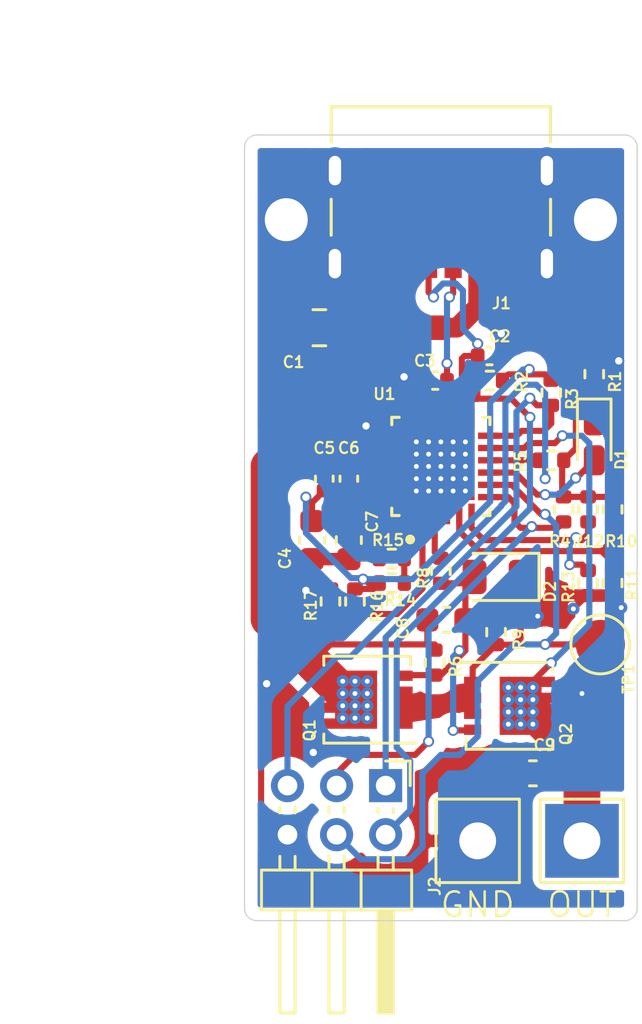
<source format=kicad_pcb>
(kicad_pcb (version 20171130) (host pcbnew "(5.1.8)-1")

  (general
    (thickness 1.6)
    (drawings 11)
    (tracks 374)
    (zones 0)
    (modules 35)
    (nets 27)
  )

  (page A4)
  (layers
    (0 F.Cu signal)
    (31 B.Cu signal)
    (32 B.Adhes user)
    (33 F.Adhes user)
    (34 B.Paste user hide)
    (35 F.Paste user hide)
    (36 B.SilkS user)
    (37 F.SilkS user)
    (38 B.Mask user)
    (39 F.Mask user)
    (40 Dwgs.User user)
    (41 Cmts.User user)
    (42 Eco1.User user)
    (43 Eco2.User user)
    (44 Edge.Cuts user)
    (45 Margin user)
    (46 B.CrtYd user)
    (47 F.CrtYd user)
    (48 B.Fab user hide)
    (49 F.Fab user hide)
  )

  (setup
    (last_trace_width 0.25)
    (user_trace_width 0.25)
    (user_trace_width 0.375)
    (user_trace_width 0.5)
    (user_trace_width 0.75)
    (user_trace_width 1)
    (user_trace_width 1.5)
    (trace_clearance 0.2)
    (zone_clearance 0.508)
    (zone_45_only no)
    (trace_min 0.2)
    (via_size 0.8)
    (via_drill 0.4)
    (via_min_size 0.45)
    (via_min_drill 0.2)
    (user_via 0.45 0.3)
    (user_via 0.5 0.2)
    (uvia_size 0.45)
    (uvia_drill 0.2)
    (uvias_allowed no)
    (uvia_min_size 0.45)
    (uvia_min_drill 0.2)
    (edge_width 0.05)
    (segment_width 0.2)
    (pcb_text_width 0.3)
    (pcb_text_size 1.5 1.5)
    (mod_edge_width 0.15)
    (mod_text_size 0.5 0.5)
    (mod_text_width 0.1)
    (pad_size 1.2 1.9)
    (pad_drill 0)
    (pad_to_mask_clearance 0)
    (aux_axis_origin 0 0)
    (grid_origin 130 100)
    (visible_elements 7FFFFFFF)
    (pcbplotparams
      (layerselection 0x010f0_ffffffff)
      (usegerberextensions true)
      (usegerberattributes false)
      (usegerberadvancedattributes false)
      (creategerberjobfile false)
      (excludeedgelayer true)
      (linewidth 0.100000)
      (plotframeref false)
      (viasonmask false)
      (mode 1)
      (useauxorigin true)
      (hpglpennumber 1)
      (hpglpenspeed 20)
      (hpglpendiameter 15.000000)
      (psnegative false)
      (psa4output false)
      (plotreference true)
      (plotvalue true)
      (plotinvisibletext false)
      (padsonsilk false)
      (subtractmaskfromsilk false)
      (outputformat 1)
      (mirror false)
      (drillshape 0)
      (scaleselection 1)
      (outputdirectory "output"))
  )

  (net 0 "")
  (net 1 GND)
  (net 2 /VBUS)
  (net 3 /CC2)
  (net 4 /CC1)
  (net 5 +3V3)
  (net 6 /VCCD)
  (net 7 /GATES)
  (net 8 /PWR_OUT)
  (net 9 /FAULT)
  (net 10 "Net-(D1-Pad1)")
  (net 11 "Net-(D2-Pad1)")
  (net 12 /FLIP)
  (net 13 /GPIO_1)
  (net 14 /HPI_INT)
  (net 15 /I2C_SCL)
  (net 16 /I2C_SDA)
  (net 17 /VBUS_FET_EN)
  (net 18 "Net-(U1-Pad17)")
  (net 19 "Net-(U1-Pad16)")
  (net 20 /ISNK_FINE)
  (net 21 /ISNK_COARSE)
  (net 22 /SAFE_PWR_EN)
  (net 23 /VBUS_MAX)
  (net 24 /VBUS_MIN)
  (net 25 "Net-(U1-Pad21)")
  (net 26 "Net-(U1-Pad20)")

  (net_class Default "This is the default net class."
    (clearance 0.2)
    (trace_width 0.25)
    (via_dia 0.8)
    (via_drill 0.4)
    (uvia_dia 0.45)
    (uvia_drill 0.2)
    (add_net +3V3)
    (add_net /CC1)
    (add_net /CC2)
    (add_net /FAULT)
    (add_net /FLIP)
    (add_net /GATES)
    (add_net /GPIO_1)
    (add_net /HPI_INT)
    (add_net /I2C_SCL)
    (add_net /I2C_SDA)
    (add_net /ISNK_COARSE)
    (add_net /ISNK_FINE)
    (add_net /PWR_OUT)
    (add_net /SAFE_PWR_EN)
    (add_net /VBUS)
    (add_net /VBUS_FET_EN)
    (add_net /VBUS_MAX)
    (add_net /VBUS_MIN)
    (add_net /VCCD)
    (add_net GND)
    (add_net "Net-(D1-Pad1)")
    (add_net "Net-(D2-Pad1)")
    (add_net "Net-(U1-Pad16)")
    (add_net "Net-(U1-Pad17)")
    (add_net "Net-(U1-Pad20)")
    (add_net "Net-(U1-Pad21)")
  )

  (net_class POWER_3A ""
    (clearance 0.2)
    (trace_width 0.5)
    (via_dia 0.8)
    (via_drill 0.4)
    (uvia_dia 0.45)
    (uvia_drill 0.2)
  )

  (module "SnapEDA Library:CUI_UJC-HP-3-SMT-TR" locked (layer F.Cu) (tedit 5FE652A2) (tstamp 5FE674FC)
    (at 130 90 180)
    (path /5FE50795)
    (fp_text reference J1 (at -2.468 -1.6064 180) (layer F.SilkS)
      (effects (font (size 0.45 0.45) (thickness 0.09)))
    )
    (fp_text value UJC-HP-3-SMT-TR (at 3.2216 7.3064 180) (layer F.Fab)
      (effects (font (size 0.64 0.64) (thickness 0.015)))
    )
    (fp_line (start -4.47 -0.5) (end -4.47 6.4) (layer F.Fab) (width 0.127))
    (fp_line (start -4.47 6.4) (end 4.47 6.4) (layer F.Fab) (width 0.127))
    (fp_line (start 4.47 6.4) (end 4.47 -0.5) (layer F.Fab) (width 0.127))
    (fp_line (start 4.47 -0.5) (end -4.47 -0.5) (layer F.Fab) (width 0.127))
    (fp_line (start -4.47 6.4) (end 4.47 6.4) (layer F.SilkS) (width 0.127))
    (fp_line (start 4.47 2.63) (end 4.47 1.17) (layer F.SilkS) (width 0.127))
    (fp_line (start 4.47 6.4) (end 4.47 4.97) (layer F.SilkS) (width 0.127))
    (fp_line (start -4.47 2.63) (end -4.47 1.17) (layer F.SilkS) (width 0.127))
    (fp_line (start -4.47 6.4) (end -4.47 4.97) (layer F.SilkS) (width 0.127))
    (fp_line (start -5.07 -1.1) (end -5.07 6.65) (layer F.CrtYd) (width 0.05))
    (fp_line (start -5.07 6.65) (end 5.07 6.65) (layer F.CrtYd) (width 0.05))
    (fp_line (start 5.07 6.65) (end 5.07 -1.1) (layer F.CrtYd) (width 0.05))
    (fp_line (start 5.07 -1.1) (end -5.07 -1.1) (layer F.CrtYd) (width 0.05))
    (pad A12 smd rect (at 2.75 0 180) (size 0.9 1.15) (layers F.Cu F.Paste F.Mask)
      (net 1 GND))
    (pad B12 smd rect (at -2.75 0 180) (size 0.9 1.15) (layers F.Cu F.Paste F.Mask)
      (net 1 GND))
    (pad A9 smd rect (at 1.52 0 180) (size 0.8 1.15) (layers F.Cu F.Paste F.Mask)
      (net 2 /VBUS))
    (pad B9 smd rect (at -1.52 0 180) (size 0.8 1.15) (layers F.Cu F.Paste F.Mask)
      (net 2 /VBUS))
    (pad A5 smd rect (at -0.5 0 180) (size 0.7 1.15) (layers F.Cu F.Paste F.Mask)
      (net 4 /CC1))
    (pad B5 smd rect (at 0.5 0 180) (size 0.7 1.15) (layers F.Cu F.Paste F.Mask)
      (net 3 /CC2))
    (pad S4 thru_hole oval (at -4.32 3.8 180) (size 1.2 1.9) (drill oval 0.5 1.2) (layers *.Cu *.Mask)
      (net 1 GND))
    (pad S1 thru_hole oval (at -4.32 0.01 180) (size 1.2 1.9) (drill oval 0.5 1.2) (layers *.Cu *.Mask)
      (net 1 GND))
    (pad S2 thru_hole oval (at 4.318 0.01 180) (size 1.2 1.9) (drill oval 0.5 1.2) (layers *.Cu *.Mask)
      (net 1 GND))
    (pad S3 thru_hole oval (at 4.316 3.8 180) (size 1.2 1.9) (drill oval 0.5 1.2) (layers *.Cu *.Mask)
      (net 1 GND))
    (model C:/Users/dubmi/Downloads/UJC-HP-3-SMT-TR--3DModel-STEP-56544.STEP
      (at (xyz 0 0 0))
      (scale (xyz 1 1 1))
      (rotate (xyz -90 0 0))
    )
  )

  (module "SnapEDA Library:QFN50P400X400X60-25N" (layer F.Cu) (tedit 5FE4F94F) (tstamp 5FE6BA46)
    (at 130 98.25 90)
    (path /5FE4FEA4)
    (fp_text reference U1 (at 2.95 -2.3 180) (layer F.SilkS)
      (effects (font (size 0.45 0.45) (thickness 0.09)))
    )
    (fp_text value CYPD3177-24LQXQ (at 9.86 4.24 90) (layer F.Fab)
      (effects (font (size 1 1) (thickness 0.015)))
    )
    (fp_poly (pts (xy -0.87 -0.87) (xy 0.87 -0.87) (xy 0.87 0.87) (xy -0.87 0.87)) (layer F.Paste) (width 0.01))
    (fp_circle (center -2.975 -1.25) (end -2.875 -1.25) (layer F.SilkS) (width 0.2))
    (fp_circle (center -2.975 -1.25) (end -2.875 -1.25) (layer F.Fab) (width 0.2))
    (fp_line (start 2 2) (end -2 2) (layer F.Fab) (width 0.127))
    (fp_line (start 2 -2) (end -2 -2) (layer F.Fab) (width 0.127))
    (fp_line (start 2 2) (end 2 -2) (layer F.Fab) (width 0.127))
    (fp_line (start -2 2) (end -2 -2) (layer F.Fab) (width 0.127))
    (fp_line (start 2 2) (end 1.7 2) (layer F.SilkS) (width 0.127))
    (fp_line (start 2 -2) (end 1.7 -2) (layer F.SilkS) (width 0.127))
    (fp_line (start -2 2) (end -1.7 2) (layer F.SilkS) (width 0.127))
    (fp_line (start -2 -2) (end -1.7 -2) (layer F.SilkS) (width 0.127))
    (fp_line (start 2 2) (end 2 1.7) (layer F.SilkS) (width 0.127))
    (fp_line (start 2 -2) (end 2 -1.7) (layer F.SilkS) (width 0.127))
    (fp_line (start -2 2) (end -2 1.7) (layer F.SilkS) (width 0.127))
    (fp_line (start -2 -2) (end -2 -1.7) (layer F.SilkS) (width 0.127))
    (fp_line (start -2.605 2.605) (end 2.605 2.605) (layer F.CrtYd) (width 0.05))
    (fp_line (start -2.605 -2.605) (end 2.605 -2.605) (layer F.CrtYd) (width 0.05))
    (fp_line (start -2.605 2.605) (end -2.605 -2.605) (layer F.CrtYd) (width 0.05))
    (fp_line (start 2.605 2.605) (end 2.605 -2.605) (layer F.CrtYd) (width 0.05))
    (pad 25 smd rect (at 0 0 90) (size 2.74 2.75) (layers F.Cu F.Mask)
      (net 1 GND))
    (pad 18 smd rect (at 1.935 -1.25 90) (size 0.84 0.26) (layers F.Cu F.Paste F.Mask)
      (net 2 /VBUS))
    (pad 17 smd rect (at 1.935 -0.75 90) (size 0.84 0.26) (layers F.Cu F.Paste F.Mask)
      (net 18 "Net-(U1-Pad17)"))
    (pad 16 smd rect (at 1.935 -0.25 90) (size 0.84 0.26) (layers F.Cu F.Paste F.Mask)
      (net 19 "Net-(U1-Pad16)"))
    (pad 15 smd rect (at 1.935 0.25 90) (size 0.84 0.26) (layers F.Cu F.Paste F.Mask)
      (net 4 /CC1))
    (pad 14 smd rect (at 1.935 0.75 90) (size 0.84 0.26) (layers F.Cu F.Paste F.Mask)
      (net 3 /CC2))
    (pad 13 smd rect (at 1.935 1.25 90) (size 0.84 0.26) (layers F.Cu F.Paste F.Mask)
      (net 15 /I2C_SCL))
    (pad 6 smd rect (at -1.935 1.25 90) (size 0.84 0.26) (layers F.Cu F.Paste F.Mask)
      (net 20 /ISNK_FINE))
    (pad 5 smd rect (at -1.935 0.75 90) (size 0.84 0.26) (layers F.Cu F.Paste F.Mask)
      (net 21 /ISNK_COARSE))
    (pad 4 smd rect (at -1.935 0.25 90) (size 0.84 0.26) (layers F.Cu F.Paste F.Mask)
      (net 22 /SAFE_PWR_EN))
    (pad 3 smd rect (at -1.935 -0.25 90) (size 0.84 0.26) (layers F.Cu F.Paste F.Mask)
      (net 17 /VBUS_FET_EN))
    (pad 2 smd rect (at -1.935 -0.75 90) (size 0.84 0.26) (layers F.Cu F.Paste F.Mask)
      (net 23 /VBUS_MAX))
    (pad 1 smd rect (at -1.935 -1.25 90) (size 0.84 0.26) (layers F.Cu F.Paste F.Mask)
      (net 24 /VBUS_MIN))
    (pad 24 smd rect (at -1.25 -1.935 90) (size 0.26 0.84) (layers F.Cu F.Paste F.Mask)
      (net 6 /VCCD))
    (pad 23 smd rect (at -0.75 -1.935 90) (size 0.26 0.84) (layers F.Cu F.Paste F.Mask)
      (net 5 +3V3))
    (pad 22 smd rect (at -0.25 -1.935 90) (size 0.26 0.84) (layers F.Cu F.Paste F.Mask)
      (net 1 GND))
    (pad 21 smd rect (at 0.25 -1.935 90) (size 0.26 0.84) (layers F.Cu F.Paste F.Mask)
      (net 25 "Net-(U1-Pad21)"))
    (pad 20 smd rect (at 0.75 -1.935 90) (size 0.26 0.84) (layers F.Cu F.Paste F.Mask)
      (net 26 "Net-(U1-Pad20)"))
    (pad 19 smd rect (at 1.25 -1.935 90) (size 0.26 0.84) (layers F.Cu F.Paste F.Mask)
      (net 1 GND))
    (pad 12 smd rect (at 1.25 1.935 90) (size 0.26 0.84) (layers F.Cu F.Paste F.Mask)
      (net 16 /I2C_SDA))
    (pad 11 smd rect (at 0.75 1.935 90) (size 0.26 0.84) (layers F.Cu F.Paste F.Mask)
      (net 8 /PWR_OUT))
    (pad 10 smd rect (at 0.25 1.935 90) (size 0.26 0.84) (layers F.Cu F.Paste F.Mask)
      (net 12 /FLIP))
    (pad 9 smd rect (at -0.25 1.935 90) (size 0.26 0.84) (layers F.Cu F.Paste F.Mask)
      (net 9 /FAULT))
    (pad 8 smd rect (at -0.75 1.935 90) (size 0.26 0.84) (layers F.Cu F.Paste F.Mask)
      (net 13 /GPIO_1))
    (pad 7 smd rect (at -1.25 1.935 90) (size 0.26 0.84) (layers F.Cu F.Paste F.Mask)
      (net 14 /HPI_INT))
  )

  (module TestPoint:TestPoint_THTPad_3.0x3.0mm_Drill1.5mm (layer F.Cu) (tedit 5A0F774F) (tstamp 5FE6B9FD)
    (at 135.75 113.5)
    (descr "THT rectangular pad as test Point, square 3.0mm side length, hole diameter 1.5mm")
    (tags "test point THT pad rectangle square")
    (path /5FEC1C11)
    (attr virtual)
    (fp_text reference OUT (at 0 2.6) (layer F.SilkS)
      (effects (font (size 1 1) (thickness 0.1)))
    )
    (fp_text value OUT (at 0 2.55) (layer F.Fab)
      (effects (font (size 1 1) (thickness 0.15)))
    )
    (fp_line (start -1.7 -1.7) (end 1.7 -1.7) (layer F.SilkS) (width 0.12))
    (fp_line (start 1.7 -1.7) (end 1.7 1.7) (layer F.SilkS) (width 0.12))
    (fp_line (start 1.7 1.7) (end -1.7 1.7) (layer F.SilkS) (width 0.12))
    (fp_line (start -1.7 1.7) (end -1.7 -1.7) (layer F.SilkS) (width 0.12))
    (fp_line (start -2 -2) (end 2 -2) (layer F.CrtYd) (width 0.05))
    (fp_line (start -2 -2) (end -2 2) (layer F.CrtYd) (width 0.05))
    (fp_line (start 2 2) (end 2 -2) (layer F.CrtYd) (width 0.05))
    (fp_line (start 2 2) (end -2 2) (layer F.CrtYd) (width 0.05))
    (fp_text user %R (at 0 -2.4) (layer F.Fab)
      (effects (font (size 1 1) (thickness 0.15)))
    )
    (pad 1 thru_hole rect (at 0 0) (size 3 3) (drill 1.5) (layers *.Cu *.Mask)
      (net 8 /PWR_OUT))
  )

  (module TestPoint:TestPoint_THTPad_3.0x3.0mm_Drill1.5mm (layer F.Cu) (tedit 5A0F774F) (tstamp 5FE6BAC6)
    (at 131.5 113.5)
    (descr "THT rectangular pad as test Point, square 3.0mm side length, hole diameter 1.5mm")
    (tags "test point THT pad rectangle square")
    (path /5FEC1468)
    (attr virtual)
    (fp_text reference GND (at 0 2.6) (layer F.SilkS)
      (effects (font (size 1 1) (thickness 0.1)))
    )
    (fp_text value GND (at 0 2.55) (layer F.Fab)
      (effects (font (size 1 1) (thickness 0.15)))
    )
    (fp_line (start -1.7 -1.7) (end 1.7 -1.7) (layer F.SilkS) (width 0.12))
    (fp_line (start 1.7 -1.7) (end 1.7 1.7) (layer F.SilkS) (width 0.12))
    (fp_line (start 1.7 1.7) (end -1.7 1.7) (layer F.SilkS) (width 0.12))
    (fp_line (start -1.7 1.7) (end -1.7 -1.7) (layer F.SilkS) (width 0.12))
    (fp_line (start -2 -2) (end 2 -2) (layer F.CrtYd) (width 0.05))
    (fp_line (start -2 -2) (end -2 2) (layer F.CrtYd) (width 0.05))
    (fp_line (start 2 2) (end 2 -2) (layer F.CrtYd) (width 0.05))
    (fp_line (start 2 2) (end -2 2) (layer F.CrtYd) (width 0.05))
    (fp_text user %R (at 0 -2.4) (layer F.Fab)
      (effects (font (size 1 1) (thickness 0.15)))
    )
    (pad 1 thru_hole rect (at 0 0) (size 3 3) (drill 1.5) (layers *.Cu *.Mask)
      (net 1 GND))
  )

  (module TestPoint:TestPoint_Pad_D2.0mm (layer F.Cu) (tedit 5A0F774F) (tstamp 5FE6BAAB)
    (at 136.5 105.5)
    (descr "SMD pad as test Point, diameter 2.0mm")
    (tags "test point SMD pad")
    (path /5FE88473)
    (attr virtual)
    (fp_text reference TP1 (at 1.15 1.4 270) (layer F.SilkS)
      (effects (font (size 0.45 0.45) (thickness 0.09)))
    )
    (fp_text value GPIO_1 (at 0 2.05) (layer F.Fab)
      (effects (font (size 1 1) (thickness 0.15)))
    )
    (fp_circle (center 0 0) (end 1.5 0) (layer F.CrtYd) (width 0.05))
    (fp_circle (center 0 0) (end 0 1.2) (layer F.SilkS) (width 0.12))
    (fp_text user %R (at 0 -2) (layer F.Fab)
      (effects (font (size 1 1) (thickness 0.15)))
    )
    (pad 1 smd circle (at 0 0) (size 2 2) (layers F.Cu F.Mask)
      (net 13 /GPIO_1))
  )

  (module Resistor_SMD:R_0402_1005Metric (layer F.Cu) (tedit 5F68FEEE) (tstamp 5FE6BAF0)
    (at 125.5 103.75 90)
    (descr "Resistor SMD 0402 (1005 Metric), square (rectangular) end terminal, IPC_7351 nominal, (Body size source: IPC-SM-782 page 72, https://www.pcb-3d.com/wordpress/wp-content/uploads/ipc-sm-782a_amendment_1_and_2.pdf), generated with kicad-footprint-generator")
    (tags resistor)
    (path /5FECF9E7)
    (attr smd)
    (fp_text reference R17 (at -0.15 -0.8 90) (layer F.SilkS)
      (effects (font (size 0.45 0.45) (thickness 0.09)))
    )
    (fp_text value OPT (at 0 1.17 90) (layer F.Fab)
      (effects (font (size 1 1) (thickness 0.15)))
    )
    (fp_line (start -0.525 0.27) (end -0.525 -0.27) (layer F.Fab) (width 0.1))
    (fp_line (start -0.525 -0.27) (end 0.525 -0.27) (layer F.Fab) (width 0.1))
    (fp_line (start 0.525 -0.27) (end 0.525 0.27) (layer F.Fab) (width 0.1))
    (fp_line (start 0.525 0.27) (end -0.525 0.27) (layer F.Fab) (width 0.1))
    (fp_line (start -0.153641 -0.38) (end 0.153641 -0.38) (layer F.SilkS) (width 0.12))
    (fp_line (start -0.153641 0.38) (end 0.153641 0.38) (layer F.SilkS) (width 0.12))
    (fp_line (start -0.93 0.47) (end -0.93 -0.47) (layer F.CrtYd) (width 0.05))
    (fp_line (start -0.93 -0.47) (end 0.93 -0.47) (layer F.CrtYd) (width 0.05))
    (fp_line (start 0.93 -0.47) (end 0.93 0.47) (layer F.CrtYd) (width 0.05))
    (fp_line (start 0.93 0.47) (end -0.93 0.47) (layer F.CrtYd) (width 0.05))
    (fp_text user %R (at 0 0 90) (layer F.Fab)
      (effects (font (size 0.26 0.26) (thickness 0.04)))
    )
    (pad 2 smd roundrect (at 0.51 0 90) (size 0.54 0.64) (layers F.Cu F.Paste F.Mask) (roundrect_rratio 0.25)
      (net 1 GND))
    (pad 1 smd roundrect (at -0.51 0 90) (size 0.54 0.64) (layers F.Cu F.Paste F.Mask) (roundrect_rratio 0.25)
      (net 23 /VBUS_MAX))
    (model ${KISYS3DMOD}/Resistor_SMD.3dshapes/R_0402_1005Metric.wrl
      (at (xyz 0 0 0))
      (scale (xyz 1 1 1))
      (rotate (xyz 0 0 0))
    )
  )

  (module Resistor_SMD:R_0402_1005Metric (layer F.Cu) (tedit 5F68FEEE) (tstamp 5FE6B970)
    (at 126.5 103.75 270)
    (descr "Resistor SMD 0402 (1005 Metric), square (rectangular) end terminal, IPC_7351 nominal, (Body size source: IPC-SM-782 page 72, https://www.pcb-3d.com/wordpress/wp-content/uploads/ipc-sm-782a_amendment_1_and_2.pdf), generated with kicad-footprint-generator")
    (tags resistor)
    (path /5FECF6A7)
    (attr smd)
    (fp_text reference R16 (at 0.2 -0.9 90) (layer F.SilkS)
      (effects (font (size 0.45 0.45) (thickness 0.09)))
    )
    (fp_text value OPT (at 0 1.17 90) (layer F.Fab)
      (effects (font (size 1 1) (thickness 0.15)))
    )
    (fp_line (start -0.525 0.27) (end -0.525 -0.27) (layer F.Fab) (width 0.1))
    (fp_line (start -0.525 -0.27) (end 0.525 -0.27) (layer F.Fab) (width 0.1))
    (fp_line (start 0.525 -0.27) (end 0.525 0.27) (layer F.Fab) (width 0.1))
    (fp_line (start 0.525 0.27) (end -0.525 0.27) (layer F.Fab) (width 0.1))
    (fp_line (start -0.153641 -0.38) (end 0.153641 -0.38) (layer F.SilkS) (width 0.12))
    (fp_line (start -0.153641 0.38) (end 0.153641 0.38) (layer F.SilkS) (width 0.12))
    (fp_line (start -0.93 0.47) (end -0.93 -0.47) (layer F.CrtYd) (width 0.05))
    (fp_line (start -0.93 -0.47) (end 0.93 -0.47) (layer F.CrtYd) (width 0.05))
    (fp_line (start 0.93 -0.47) (end 0.93 0.47) (layer F.CrtYd) (width 0.05))
    (fp_line (start 0.93 0.47) (end -0.93 0.47) (layer F.CrtYd) (width 0.05))
    (fp_text user %R (at 0 0 90) (layer F.Fab)
      (effects (font (size 0.26 0.26) (thickness 0.04)))
    )
    (pad 2 smd roundrect (at 0.51 0 270) (size 0.54 0.64) (layers F.Cu F.Paste F.Mask) (roundrect_rratio 0.25)
      (net 23 /VBUS_MAX))
    (pad 1 smd roundrect (at -0.51 0 270) (size 0.54 0.64) (layers F.Cu F.Paste F.Mask) (roundrect_rratio 0.25)
      (net 5 +3V3))
    (model ${KISYS3DMOD}/Resistor_SMD.3dshapes/R_0402_1005Metric.wrl
      (at (xyz 0 0 0))
      (scale (xyz 1 1 1))
      (rotate (xyz 0 0 0))
    )
  )

  (module Resistor_SMD:R_0402_1005Metric (layer F.Cu) (tedit 5F68FEEE) (tstamp 5FE70D88)
    (at 128 102 180)
    (descr "Resistor SMD 0402 (1005 Metric), square (rectangular) end terminal, IPC_7351 nominal, (Body size source: IPC-SM-782 page 72, https://www.pcb-3d.com/wordpress/wp-content/uploads/ipc-sm-782a_amendment_1_and_2.pdf), generated with kicad-footprint-generator")
    (tags resistor)
    (path /5FECEF84)
    (attr smd)
    (fp_text reference R15 (at 0.15 0.75) (layer F.SilkS)
      (effects (font (size 0.45 0.45) (thickness 0.09)))
    )
    (fp_text value OPT (at 0 1.17) (layer F.Fab)
      (effects (font (size 1 1) (thickness 0.15)))
    )
    (fp_line (start -0.525 0.27) (end -0.525 -0.27) (layer F.Fab) (width 0.1))
    (fp_line (start -0.525 -0.27) (end 0.525 -0.27) (layer F.Fab) (width 0.1))
    (fp_line (start 0.525 -0.27) (end 0.525 0.27) (layer F.Fab) (width 0.1))
    (fp_line (start 0.525 0.27) (end -0.525 0.27) (layer F.Fab) (width 0.1))
    (fp_line (start -0.153641 -0.38) (end 0.153641 -0.38) (layer F.SilkS) (width 0.12))
    (fp_line (start -0.153641 0.38) (end 0.153641 0.38) (layer F.SilkS) (width 0.12))
    (fp_line (start -0.93 0.47) (end -0.93 -0.47) (layer F.CrtYd) (width 0.05))
    (fp_line (start -0.93 -0.47) (end 0.93 -0.47) (layer F.CrtYd) (width 0.05))
    (fp_line (start 0.93 -0.47) (end 0.93 0.47) (layer F.CrtYd) (width 0.05))
    (fp_line (start 0.93 0.47) (end -0.93 0.47) (layer F.CrtYd) (width 0.05))
    (fp_text user %R (at 0 0) (layer F.Fab)
      (effects (font (size 0.26 0.26) (thickness 0.04)))
    )
    (pad 2 smd roundrect (at 0.51 0 180) (size 0.54 0.64) (layers F.Cu F.Paste F.Mask) (roundrect_rratio 0.25)
      (net 1 GND))
    (pad 1 smd roundrect (at -0.51 0 180) (size 0.54 0.64) (layers F.Cu F.Paste F.Mask) (roundrect_rratio 0.25)
      (net 24 /VBUS_MIN))
    (model ${KISYS3DMOD}/Resistor_SMD.3dshapes/R_0402_1005Metric.wrl
      (at (xyz 0 0 0))
      (scale (xyz 1 1 1))
      (rotate (xyz 0 0 0))
    )
  )

  (module Resistor_SMD:R_0402_1005Metric (layer F.Cu) (tedit 5F68FEEE) (tstamp 5FE779D2)
    (at 128 103)
    (descr "Resistor SMD 0402 (1005 Metric), square (rectangular) end terminal, IPC_7351 nominal, (Body size source: IPC-SM-782 page 72, https://www.pcb-3d.com/wordpress/wp-content/uploads/ipc-sm-782a_amendment_1_and_2.pdf), generated with kicad-footprint-generator")
    (tags resistor)
    (path /5FECF383)
    (attr smd)
    (fp_text reference R14 (at 0.35 0.7) (layer F.SilkS)
      (effects (font (size 0.45 0.45) (thickness 0.09)))
    )
    (fp_text value OPT (at 0 1.17) (layer F.Fab)
      (effects (font (size 1 1) (thickness 0.15)))
    )
    (fp_line (start -0.525 0.27) (end -0.525 -0.27) (layer F.Fab) (width 0.1))
    (fp_line (start -0.525 -0.27) (end 0.525 -0.27) (layer F.Fab) (width 0.1))
    (fp_line (start 0.525 -0.27) (end 0.525 0.27) (layer F.Fab) (width 0.1))
    (fp_line (start 0.525 0.27) (end -0.525 0.27) (layer F.Fab) (width 0.1))
    (fp_line (start -0.153641 -0.38) (end 0.153641 -0.38) (layer F.SilkS) (width 0.12))
    (fp_line (start -0.153641 0.38) (end 0.153641 0.38) (layer F.SilkS) (width 0.12))
    (fp_line (start -0.93 0.47) (end -0.93 -0.47) (layer F.CrtYd) (width 0.05))
    (fp_line (start -0.93 -0.47) (end 0.93 -0.47) (layer F.CrtYd) (width 0.05))
    (fp_line (start 0.93 -0.47) (end 0.93 0.47) (layer F.CrtYd) (width 0.05))
    (fp_line (start 0.93 0.47) (end -0.93 0.47) (layer F.CrtYd) (width 0.05))
    (fp_text user %R (at 0 0) (layer F.Fab)
      (effects (font (size 0.26 0.26) (thickness 0.04)))
    )
    (pad 2 smd roundrect (at 0.51 0) (size 0.54 0.64) (layers F.Cu F.Paste F.Mask) (roundrect_rratio 0.25)
      (net 24 /VBUS_MIN))
    (pad 1 smd roundrect (at -0.51 0) (size 0.54 0.64) (layers F.Cu F.Paste F.Mask) (roundrect_rratio 0.25)
      (net 5 +3V3))
    (model ${KISYS3DMOD}/Resistor_SMD.3dshapes/R_0402_1005Metric.wrl
      (at (xyz 0 0 0))
      (scale (xyz 1 1 1))
      (rotate (xyz 0 0 0))
    )
  )

  (module Resistor_SMD:R_0402_1005Metric (layer F.Cu) (tedit 5F68FEEE) (tstamp 5FE6FBAB)
    (at 136 103 270)
    (descr "Resistor SMD 0402 (1005 Metric), square (rectangular) end terminal, IPC_7351 nominal, (Body size source: IPC-SM-782 page 72, https://www.pcb-3d.com/wordpress/wp-content/uploads/ipc-sm-782a_amendment_1_and_2.pdf), generated with kicad-footprint-generator")
    (tags resistor)
    (path /5FECEA62)
    (attr smd)
    (fp_text reference R13 (at 0.15 0.8 270) (layer F.SilkS)
      (effects (font (size 0.45 0.45) (thickness 0.09)))
    )
    (fp_text value OPT (at 0 1.17 90) (layer F.Fab)
      (effects (font (size 1 1) (thickness 0.15)))
    )
    (fp_line (start -0.525 0.27) (end -0.525 -0.27) (layer F.Fab) (width 0.1))
    (fp_line (start -0.525 -0.27) (end 0.525 -0.27) (layer F.Fab) (width 0.1))
    (fp_line (start 0.525 -0.27) (end 0.525 0.27) (layer F.Fab) (width 0.1))
    (fp_line (start 0.525 0.27) (end -0.525 0.27) (layer F.Fab) (width 0.1))
    (fp_line (start -0.153641 -0.38) (end 0.153641 -0.38) (layer F.SilkS) (width 0.12))
    (fp_line (start -0.153641 0.38) (end 0.153641 0.38) (layer F.SilkS) (width 0.12))
    (fp_line (start -0.93 0.47) (end -0.93 -0.47) (layer F.CrtYd) (width 0.05))
    (fp_line (start -0.93 -0.47) (end 0.93 -0.47) (layer F.CrtYd) (width 0.05))
    (fp_line (start 0.93 -0.47) (end 0.93 0.47) (layer F.CrtYd) (width 0.05))
    (fp_line (start 0.93 0.47) (end -0.93 0.47) (layer F.CrtYd) (width 0.05))
    (fp_text user %R (at 0 0 90) (layer F.Fab)
      (effects (font (size 0.26 0.26) (thickness 0.04)))
    )
    (pad 2 smd roundrect (at 0.51 0 270) (size 0.54 0.64) (layers F.Cu F.Paste F.Mask) (roundrect_rratio 0.25)
      (net 1 GND))
    (pad 1 smd roundrect (at -0.51 0 270) (size 0.54 0.64) (layers F.Cu F.Paste F.Mask) (roundrect_rratio 0.25)
      (net 20 /ISNK_FINE))
    (model ${KISYS3DMOD}/Resistor_SMD.3dshapes/R_0402_1005Metric.wrl
      (at (xyz 0 0 0))
      (scale (xyz 1 1 1))
      (rotate (xyz 0 0 0))
    )
  )

  (module Resistor_SMD:R_0402_1005Metric (layer F.Cu) (tedit 5F68FEEE) (tstamp 5FE6B9D0)
    (at 136 100 270)
    (descr "Resistor SMD 0402 (1005 Metric), square (rectangular) end terminal, IPC_7351 nominal, (Body size source: IPC-SM-782 page 72, https://www.pcb-3d.com/wordpress/wp-content/uploads/ipc-sm-782a_amendment_1_and_2.pdf), generated with kicad-footprint-generator")
    (tags resistor)
    (path /5FECE697)
    (attr smd)
    (fp_text reference R12 (at 1.3 0 180) (layer F.SilkS)
      (effects (font (size 0.45 0.45) (thickness 0.09)))
    )
    (fp_text value OPT (at 0 1.17 90) (layer F.Fab)
      (effects (font (size 1 1) (thickness 0.15)))
    )
    (fp_line (start -0.525 0.27) (end -0.525 -0.27) (layer F.Fab) (width 0.1))
    (fp_line (start -0.525 -0.27) (end 0.525 -0.27) (layer F.Fab) (width 0.1))
    (fp_line (start 0.525 -0.27) (end 0.525 0.27) (layer F.Fab) (width 0.1))
    (fp_line (start 0.525 0.27) (end -0.525 0.27) (layer F.Fab) (width 0.1))
    (fp_line (start -0.153641 -0.38) (end 0.153641 -0.38) (layer F.SilkS) (width 0.12))
    (fp_line (start -0.153641 0.38) (end 0.153641 0.38) (layer F.SilkS) (width 0.12))
    (fp_line (start -0.93 0.47) (end -0.93 -0.47) (layer F.CrtYd) (width 0.05))
    (fp_line (start -0.93 -0.47) (end 0.93 -0.47) (layer F.CrtYd) (width 0.05))
    (fp_line (start 0.93 -0.47) (end 0.93 0.47) (layer F.CrtYd) (width 0.05))
    (fp_line (start 0.93 0.47) (end -0.93 0.47) (layer F.CrtYd) (width 0.05))
    (fp_text user %R (at 0 0 90) (layer F.Fab)
      (effects (font (size 0.26 0.26) (thickness 0.04)))
    )
    (pad 2 smd roundrect (at 0.51 0 270) (size 0.54 0.64) (layers F.Cu F.Paste F.Mask) (roundrect_rratio 0.25)
      (net 20 /ISNK_FINE))
    (pad 1 smd roundrect (at -0.51 0 270) (size 0.54 0.64) (layers F.Cu F.Paste F.Mask) (roundrect_rratio 0.25)
      (net 5 +3V3))
    (model ${KISYS3DMOD}/Resistor_SMD.3dshapes/R_0402_1005Metric.wrl
      (at (xyz 0 0 0))
      (scale (xyz 1 1 1))
      (rotate (xyz 0 0 0))
    )
  )

  (module Resistor_SMD:R_0402_1005Metric (layer F.Cu) (tedit 5F68FEEE) (tstamp 5FE6B3BB)
    (at 137 103 270)
    (descr "Resistor SMD 0402 (1005 Metric), square (rectangular) end terminal, IPC_7351 nominal, (Body size source: IPC-SM-782 page 72, https://www.pcb-3d.com/wordpress/wp-content/uploads/ipc-sm-782a_amendment_1_and_2.pdf), generated with kicad-footprint-generator")
    (tags resistor)
    (path /5FECC4B7)
    (attr smd)
    (fp_text reference R11 (at 0.05 -0.8 90) (layer F.SilkS)
      (effects (font (size 0.45 0.45) (thickness 0.09)))
    )
    (fp_text value OPT (at 0 1.17 90) (layer F.Fab)
      (effects (font (size 1 1) (thickness 0.15)))
    )
    (fp_line (start -0.525 0.27) (end -0.525 -0.27) (layer F.Fab) (width 0.1))
    (fp_line (start -0.525 -0.27) (end 0.525 -0.27) (layer F.Fab) (width 0.1))
    (fp_line (start 0.525 -0.27) (end 0.525 0.27) (layer F.Fab) (width 0.1))
    (fp_line (start 0.525 0.27) (end -0.525 0.27) (layer F.Fab) (width 0.1))
    (fp_line (start -0.153641 -0.38) (end 0.153641 -0.38) (layer F.SilkS) (width 0.12))
    (fp_line (start -0.153641 0.38) (end 0.153641 0.38) (layer F.SilkS) (width 0.12))
    (fp_line (start -0.93 0.47) (end -0.93 -0.47) (layer F.CrtYd) (width 0.05))
    (fp_line (start -0.93 -0.47) (end 0.93 -0.47) (layer F.CrtYd) (width 0.05))
    (fp_line (start 0.93 -0.47) (end 0.93 0.47) (layer F.CrtYd) (width 0.05))
    (fp_line (start 0.93 0.47) (end -0.93 0.47) (layer F.CrtYd) (width 0.05))
    (fp_text user %R (at 0 0 90) (layer F.Fab)
      (effects (font (size 0.26 0.26) (thickness 0.04)))
    )
    (pad 2 smd roundrect (at 0.51 0 270) (size 0.54 0.64) (layers F.Cu F.Paste F.Mask) (roundrect_rratio 0.25)
      (net 1 GND))
    (pad 1 smd roundrect (at -0.51 0 270) (size 0.54 0.64) (layers F.Cu F.Paste F.Mask) (roundrect_rratio 0.25)
      (net 21 /ISNK_COARSE))
    (model ${KISYS3DMOD}/Resistor_SMD.3dshapes/R_0402_1005Metric.wrl
      (at (xyz 0 0 0))
      (scale (xyz 1 1 1))
      (rotate (xyz 0 0 0))
    )
  )

  (module Resistor_SMD:R_0402_1005Metric (layer F.Cu) (tedit 5F68FEEE) (tstamp 5FE6B850)
    (at 137 100 270)
    (descr "Resistor SMD 0402 (1005 Metric), square (rectangular) end terminal, IPC_7351 nominal, (Body size source: IPC-SM-782 page 72, https://www.pcb-3d.com/wordpress/wp-content/uploads/ipc-sm-782a_amendment_1_and_2.pdf), generated with kicad-footprint-generator")
    (tags resistor)
    (path /5FEC956B)
    (attr smd)
    (fp_text reference R10 (at 1.3 -0.35 180) (layer F.SilkS)
      (effects (font (size 0.45 0.45) (thickness 0.09)))
    )
    (fp_text value OPT (at 0 1.17 90) (layer F.Fab)
      (effects (font (size 1 1) (thickness 0.15)))
    )
    (fp_line (start -0.525 0.27) (end -0.525 -0.27) (layer F.Fab) (width 0.1))
    (fp_line (start -0.525 -0.27) (end 0.525 -0.27) (layer F.Fab) (width 0.1))
    (fp_line (start 0.525 -0.27) (end 0.525 0.27) (layer F.Fab) (width 0.1))
    (fp_line (start 0.525 0.27) (end -0.525 0.27) (layer F.Fab) (width 0.1))
    (fp_line (start -0.153641 -0.38) (end 0.153641 -0.38) (layer F.SilkS) (width 0.12))
    (fp_line (start -0.153641 0.38) (end 0.153641 0.38) (layer F.SilkS) (width 0.12))
    (fp_line (start -0.93 0.47) (end -0.93 -0.47) (layer F.CrtYd) (width 0.05))
    (fp_line (start -0.93 -0.47) (end 0.93 -0.47) (layer F.CrtYd) (width 0.05))
    (fp_line (start 0.93 -0.47) (end 0.93 0.47) (layer F.CrtYd) (width 0.05))
    (fp_line (start 0.93 0.47) (end -0.93 0.47) (layer F.CrtYd) (width 0.05))
    (fp_text user %R (at 0 0 90) (layer F.Fab)
      (effects (font (size 0.26 0.26) (thickness 0.04)))
    )
    (pad 2 smd roundrect (at 0.51 0 270) (size 0.54 0.64) (layers F.Cu F.Paste F.Mask) (roundrect_rratio 0.25)
      (net 21 /ISNK_COARSE))
    (pad 1 smd roundrect (at -0.51 0 270) (size 0.54 0.64) (layers F.Cu F.Paste F.Mask) (roundrect_rratio 0.25)
      (net 5 +3V3))
    (model ${KISYS3DMOD}/Resistor_SMD.3dshapes/R_0402_1005Metric.wrl
      (at (xyz 0 0 0))
      (scale (xyz 1 1 1))
      (rotate (xyz 0 0 0))
    )
  )

  (module Resistor_SMD:R_0402_1005Metric (layer F.Cu) (tedit 5F68FEEE) (tstamp 5FE78072)
    (at 132.25 105 90)
    (descr "Resistor SMD 0402 (1005 Metric), square (rectangular) end terminal, IPC_7351 nominal, (Body size source: IPC-SM-782 page 72, https://www.pcb-3d.com/wordpress/wp-content/uploads/ipc-sm-782a_amendment_1_and_2.pdf), generated with kicad-footprint-generator")
    (tags resistor)
    (path /5FE68B8E)
    (attr smd)
    (fp_text reference R9 (at -0.3 0.95 90) (layer F.SilkS)
      (effects (font (size 0.45 0.45) (thickness 0.09)))
    )
    (fp_text value 47K (at 0 1.17 90) (layer F.Fab)
      (effects (font (size 1 1) (thickness 0.15)))
    )
    (fp_line (start -0.525 0.27) (end -0.525 -0.27) (layer F.Fab) (width 0.1))
    (fp_line (start -0.525 -0.27) (end 0.525 -0.27) (layer F.Fab) (width 0.1))
    (fp_line (start 0.525 -0.27) (end 0.525 0.27) (layer F.Fab) (width 0.1))
    (fp_line (start 0.525 0.27) (end -0.525 0.27) (layer F.Fab) (width 0.1))
    (fp_line (start -0.153641 -0.38) (end 0.153641 -0.38) (layer F.SilkS) (width 0.12))
    (fp_line (start -0.153641 0.38) (end 0.153641 0.38) (layer F.SilkS) (width 0.12))
    (fp_line (start -0.93 0.47) (end -0.93 -0.47) (layer F.CrtYd) (width 0.05))
    (fp_line (start -0.93 -0.47) (end 0.93 -0.47) (layer F.CrtYd) (width 0.05))
    (fp_line (start 0.93 -0.47) (end 0.93 0.47) (layer F.CrtYd) (width 0.05))
    (fp_line (start 0.93 0.47) (end -0.93 0.47) (layer F.CrtYd) (width 0.05))
    (fp_text user %R (at 0 0 90) (layer F.Fab)
      (effects (font (size 0.26 0.26) (thickness 0.04)))
    )
    (pad 2 smd roundrect (at 0.51 0 90) (size 0.54 0.64) (layers F.Cu F.Paste F.Mask) (roundrect_rratio 0.25)
      (net 7 /GATES))
    (pad 1 smd roundrect (at -0.51 0 90) (size 0.54 0.64) (layers F.Cu F.Paste F.Mask) (roundrect_rratio 0.25)
      (net 11 "Net-(D2-Pad1)"))
    (model ${KISYS3DMOD}/Resistor_SMD.3dshapes/R_0402_1005Metric.wrl
      (at (xyz 0 0 0))
      (scale (xyz 1 1 1))
      (rotate (xyz 0 0 0))
    )
  )

  (module Resistor_SMD:R_0402_1005Metric (layer F.Cu) (tedit 5F68FEEE) (tstamp 5FE6B3EB)
    (at 130 102.5 90)
    (descr "Resistor SMD 0402 (1005 Metric), square (rectangular) end terminal, IPC_7351 nominal, (Body size source: IPC-SM-782 page 72, https://www.pcb-3d.com/wordpress/wp-content/uploads/ipc-sm-782a_amendment_1_and_2.pdf), generated with kicad-footprint-generator")
    (tags resistor)
    (path /5FE7DFB5)
    (attr smd)
    (fp_text reference R8 (at -0.3 -0.7 90) (layer F.SilkS)
      (effects (font (size 0.45 0.45) (thickness 0.09)))
    )
    (fp_text value 1K (at 0 1.17 90) (layer F.Fab)
      (effects (font (size 1 1) (thickness 0.15)))
    )
    (fp_line (start -0.525 0.27) (end -0.525 -0.27) (layer F.Fab) (width 0.1))
    (fp_line (start -0.525 -0.27) (end 0.525 -0.27) (layer F.Fab) (width 0.1))
    (fp_line (start 0.525 -0.27) (end 0.525 0.27) (layer F.Fab) (width 0.1))
    (fp_line (start 0.525 0.27) (end -0.525 0.27) (layer F.Fab) (width 0.1))
    (fp_line (start -0.153641 -0.38) (end 0.153641 -0.38) (layer F.SilkS) (width 0.12))
    (fp_line (start -0.153641 0.38) (end 0.153641 0.38) (layer F.SilkS) (width 0.12))
    (fp_line (start -0.93 0.47) (end -0.93 -0.47) (layer F.CrtYd) (width 0.05))
    (fp_line (start -0.93 -0.47) (end 0.93 -0.47) (layer F.CrtYd) (width 0.05))
    (fp_line (start 0.93 -0.47) (end 0.93 0.47) (layer F.CrtYd) (width 0.05))
    (fp_line (start 0.93 0.47) (end -0.93 0.47) (layer F.CrtYd) (width 0.05))
    (fp_text user %R (at 0 0 90) (layer F.Fab)
      (effects (font (size 0.26 0.26) (thickness 0.04)))
    )
    (pad 2 smd roundrect (at 0.51 0 90) (size 0.54 0.64) (layers F.Cu F.Paste F.Mask) (roundrect_rratio 0.25)
      (net 17 /VBUS_FET_EN))
    (pad 1 smd roundrect (at -0.51 0 90) (size 0.54 0.64) (layers F.Cu F.Paste F.Mask) (roundrect_rratio 0.25)
      (net 7 /GATES))
    (model ${KISYS3DMOD}/Resistor_SMD.3dshapes/R_0402_1005Metric.wrl
      (at (xyz 0 0 0))
      (scale (xyz 1 1 1))
      (rotate (xyz 0 0 0))
    )
  )

  (module Resistor_SMD:R_0402_1005Metric (layer F.Cu) (tedit 5F68FEEE) (tstamp 5FE6B790)
    (at 129.75 106.24 270)
    (descr "Resistor SMD 0402 (1005 Metric), square (rectangular) end terminal, IPC_7351 nominal, (Body size source: IPC-SM-782 page 72, https://www.pcb-3d.com/wordpress/wp-content/uploads/ipc-sm-782a_amendment_1_and_2.pdf), generated with kicad-footprint-generator")
    (tags resistor)
    (path /5FE799D6)
    (attr smd)
    (fp_text reference R6 (at 0.16 -0.85 90) (layer F.SilkS)
      (effects (font (size 0.45 0.45) (thickness 0.09)))
    )
    (fp_text value 10K (at 0 1.17 90) (layer F.Fab)
      (effects (font (size 1 1) (thickness 0.15)))
    )
    (fp_line (start -0.525 0.27) (end -0.525 -0.27) (layer F.Fab) (width 0.1))
    (fp_line (start -0.525 -0.27) (end 0.525 -0.27) (layer F.Fab) (width 0.1))
    (fp_line (start 0.525 -0.27) (end 0.525 0.27) (layer F.Fab) (width 0.1))
    (fp_line (start 0.525 0.27) (end -0.525 0.27) (layer F.Fab) (width 0.1))
    (fp_line (start -0.153641 -0.38) (end 0.153641 -0.38) (layer F.SilkS) (width 0.12))
    (fp_line (start -0.153641 0.38) (end 0.153641 0.38) (layer F.SilkS) (width 0.12))
    (fp_line (start -0.93 0.47) (end -0.93 -0.47) (layer F.CrtYd) (width 0.05))
    (fp_line (start -0.93 -0.47) (end 0.93 -0.47) (layer F.CrtYd) (width 0.05))
    (fp_line (start 0.93 -0.47) (end 0.93 0.47) (layer F.CrtYd) (width 0.05))
    (fp_line (start 0.93 0.47) (end -0.93 0.47) (layer F.CrtYd) (width 0.05))
    (fp_text user %R (at 0 0 90) (layer F.Fab)
      (effects (font (size 0.26 0.26) (thickness 0.04)))
    )
    (pad 2 smd roundrect (at 0.51 0 270) (size 0.54 0.64) (layers F.Cu F.Paste F.Mask) (roundrect_rratio 0.25)
      (net 7 /GATES))
    (pad 1 smd roundrect (at -0.51 0 270) (size 0.54 0.64) (layers F.Cu F.Paste F.Mask) (roundrect_rratio 0.25)
      (net 2 /VBUS))
    (model ${KISYS3DMOD}/Resistor_SMD.3dshapes/R_0402_1005Metric.wrl
      (at (xyz 0 0 0))
      (scale (xyz 1 1 1))
      (rotate (xyz 0 0 0))
    )
  )

  (module Resistor_SMD:R_0402_1005Metric (layer F.Cu) (tedit 5F68FEEE) (tstamp 5FE6B700)
    (at 134.5 98 180)
    (descr "Resistor SMD 0402 (1005 Metric), square (rectangular) end terminal, IPC_7351 nominal, (Body size source: IPC-SM-782 page 72, https://www.pcb-3d.com/wordpress/wp-content/uploads/ipc-sm-782a_amendment_1_and_2.pdf), generated with kicad-footprint-generator")
    (tags resistor)
    (path /5FE96E6F)
    (attr smd)
    (fp_text reference R5 (at 1.25 -0.05 90) (layer F.SilkS)
      (effects (font (size 0.45 0.45) (thickness 0.09)))
    )
    (fp_text value 10K (at 0 1.17) (layer F.Fab)
      (effects (font (size 1 1) (thickness 0.15)))
    )
    (fp_line (start -0.525 0.27) (end -0.525 -0.27) (layer F.Fab) (width 0.1))
    (fp_line (start -0.525 -0.27) (end 0.525 -0.27) (layer F.Fab) (width 0.1))
    (fp_line (start 0.525 -0.27) (end 0.525 0.27) (layer F.Fab) (width 0.1))
    (fp_line (start 0.525 0.27) (end -0.525 0.27) (layer F.Fab) (width 0.1))
    (fp_line (start -0.153641 -0.38) (end 0.153641 -0.38) (layer F.SilkS) (width 0.12))
    (fp_line (start -0.153641 0.38) (end 0.153641 0.38) (layer F.SilkS) (width 0.12))
    (fp_line (start -0.93 0.47) (end -0.93 -0.47) (layer F.CrtYd) (width 0.05))
    (fp_line (start -0.93 -0.47) (end 0.93 -0.47) (layer F.CrtYd) (width 0.05))
    (fp_line (start 0.93 -0.47) (end 0.93 0.47) (layer F.CrtYd) (width 0.05))
    (fp_line (start 0.93 0.47) (end -0.93 0.47) (layer F.CrtYd) (width 0.05))
    (fp_text user %R (at 0 0) (layer F.Fab)
      (effects (font (size 0.26 0.26) (thickness 0.04)))
    )
    (pad 2 smd roundrect (at 0.51 0 180) (size 0.54 0.64) (layers F.Cu F.Paste F.Mask) (roundrect_rratio 0.25)
      (net 12 /FLIP))
    (pad 1 smd roundrect (at -0.51 0 180) (size 0.54 0.64) (layers F.Cu F.Paste F.Mask) (roundrect_rratio 0.25)
      (net 5 +3V3))
    (model ${KISYS3DMOD}/Resistor_SMD.3dshapes/R_0402_1005Metric.wrl
      (at (xyz 0 0 0))
      (scale (xyz 1 1 1))
      (rotate (xyz 0 0 0))
    )
  )

  (module Resistor_SMD:R_0402_1005Metric (layer F.Cu) (tedit 5F68FEEE) (tstamp 5FE6B57D)
    (at 135 100 270)
    (descr "Resistor SMD 0402 (1005 Metric), square (rectangular) end terminal, IPC_7351 nominal, (Body size source: IPC-SM-782 page 72, https://www.pcb-3d.com/wordpress/wp-content/uploads/ipc-sm-782a_amendment_1_and_2.pdf), generated with kicad-footprint-generator")
    (tags resistor)
    (path /5FE96BF8)
    (attr smd)
    (fp_text reference R4 (at 1.3 0.15 180) (layer F.SilkS)
      (effects (font (size 0.45 0.45) (thickness 0.09)))
    )
    (fp_text value 10K (at 0 1.17 90) (layer F.Fab)
      (effects (font (size 1 1) (thickness 0.15)))
    )
    (fp_line (start -0.525 0.27) (end -0.525 -0.27) (layer F.Fab) (width 0.1))
    (fp_line (start -0.525 -0.27) (end 0.525 -0.27) (layer F.Fab) (width 0.1))
    (fp_line (start 0.525 -0.27) (end 0.525 0.27) (layer F.Fab) (width 0.1))
    (fp_line (start 0.525 0.27) (end -0.525 0.27) (layer F.Fab) (width 0.1))
    (fp_line (start -0.153641 -0.38) (end 0.153641 -0.38) (layer F.SilkS) (width 0.12))
    (fp_line (start -0.153641 0.38) (end 0.153641 0.38) (layer F.SilkS) (width 0.12))
    (fp_line (start -0.93 0.47) (end -0.93 -0.47) (layer F.CrtYd) (width 0.05))
    (fp_line (start -0.93 -0.47) (end 0.93 -0.47) (layer F.CrtYd) (width 0.05))
    (fp_line (start 0.93 -0.47) (end 0.93 0.47) (layer F.CrtYd) (width 0.05))
    (fp_line (start 0.93 0.47) (end -0.93 0.47) (layer F.CrtYd) (width 0.05))
    (fp_text user %R (at 0 0 90) (layer F.Fab)
      (effects (font (size 0.26 0.26) (thickness 0.04)))
    )
    (pad 2 smd roundrect (at 0.51 0 270) (size 0.54 0.64) (layers F.Cu F.Paste F.Mask) (roundrect_rratio 0.25)
      (net 14 /HPI_INT))
    (pad 1 smd roundrect (at -0.51 0 270) (size 0.54 0.64) (layers F.Cu F.Paste F.Mask) (roundrect_rratio 0.25)
      (net 5 +3V3))
    (model ${KISYS3DMOD}/Resistor_SMD.3dshapes/R_0402_1005Metric.wrl
      (at (xyz 0 0 0))
      (scale (xyz 1 1 1))
      (rotate (xyz 0 0 0))
    )
  )

  (module Resistor_SMD:R_0402_1005Metric (layer F.Cu) (tedit 5F68FEEE) (tstamp 5FE6B8E0)
    (at 134.5 95.25 270)
    (descr "Resistor SMD 0402 (1005 Metric), square (rectangular) end terminal, IPC_7351 nominal, (Body size source: IPC-SM-782 page 72, https://www.pcb-3d.com/wordpress/wp-content/uploads/ipc-sm-782a_amendment_1_and_2.pdf), generated with kicad-footprint-generator")
    (tags resistor)
    (path /5FE968C9)
    (attr smd)
    (fp_text reference R3 (at 0.25 -0.85 90) (layer F.SilkS)
      (effects (font (size 0.45 0.45) (thickness 0.09)))
    )
    (fp_text value 10K (at 0 1.17 90) (layer F.Fab)
      (effects (font (size 1 1) (thickness 0.15)))
    )
    (fp_line (start -0.525 0.27) (end -0.525 -0.27) (layer F.Fab) (width 0.1))
    (fp_line (start -0.525 -0.27) (end 0.525 -0.27) (layer F.Fab) (width 0.1))
    (fp_line (start 0.525 -0.27) (end 0.525 0.27) (layer F.Fab) (width 0.1))
    (fp_line (start 0.525 0.27) (end -0.525 0.27) (layer F.Fab) (width 0.1))
    (fp_line (start -0.153641 -0.38) (end 0.153641 -0.38) (layer F.SilkS) (width 0.12))
    (fp_line (start -0.153641 0.38) (end 0.153641 0.38) (layer F.SilkS) (width 0.12))
    (fp_line (start -0.93 0.47) (end -0.93 -0.47) (layer F.CrtYd) (width 0.05))
    (fp_line (start -0.93 -0.47) (end 0.93 -0.47) (layer F.CrtYd) (width 0.05))
    (fp_line (start 0.93 -0.47) (end 0.93 0.47) (layer F.CrtYd) (width 0.05))
    (fp_line (start 0.93 0.47) (end -0.93 0.47) (layer F.CrtYd) (width 0.05))
    (fp_text user %R (at 0 0 90) (layer F.Fab)
      (effects (font (size 0.26 0.26) (thickness 0.04)))
    )
    (pad 2 smd roundrect (at 0.51 0 270) (size 0.54 0.64) (layers F.Cu F.Paste F.Mask) (roundrect_rratio 0.25)
      (net 16 /I2C_SDA))
    (pad 1 smd roundrect (at -0.51 0 270) (size 0.54 0.64) (layers F.Cu F.Paste F.Mask) (roundrect_rratio 0.25)
      (net 5 +3V3))
    (model ${KISYS3DMOD}/Resistor_SMD.3dshapes/R_0402_1005Metric.wrl
      (at (xyz 0 0 0))
      (scale (xyz 1 1 1))
      (rotate (xyz 0 0 0))
    )
  )

  (module Resistor_SMD:R_0402_1005Metric (layer F.Cu) (tedit 5F68FEEE) (tstamp 5FE6B6A0)
    (at 132 94.75 180)
    (descr "Resistor SMD 0402 (1005 Metric), square (rectangular) end terminal, IPC_7351 nominal, (Body size source: IPC-SM-782 page 72, https://www.pcb-3d.com/wordpress/wp-content/uploads/ipc-sm-782a_amendment_1_and_2.pdf), generated with kicad-footprint-generator")
    (tags resistor)
    (path /5FE9637E)
    (attr smd)
    (fp_text reference R2 (at -1.3 -0.05 90) (layer F.SilkS)
      (effects (font (size 0.45 0.45) (thickness 0.09)))
    )
    (fp_text value 10K (at 0 1.17) (layer F.Fab)
      (effects (font (size 1 1) (thickness 0.15)))
    )
    (fp_line (start -0.525 0.27) (end -0.525 -0.27) (layer F.Fab) (width 0.1))
    (fp_line (start -0.525 -0.27) (end 0.525 -0.27) (layer F.Fab) (width 0.1))
    (fp_line (start 0.525 -0.27) (end 0.525 0.27) (layer F.Fab) (width 0.1))
    (fp_line (start 0.525 0.27) (end -0.525 0.27) (layer F.Fab) (width 0.1))
    (fp_line (start -0.153641 -0.38) (end 0.153641 -0.38) (layer F.SilkS) (width 0.12))
    (fp_line (start -0.153641 0.38) (end 0.153641 0.38) (layer F.SilkS) (width 0.12))
    (fp_line (start -0.93 0.47) (end -0.93 -0.47) (layer F.CrtYd) (width 0.05))
    (fp_line (start -0.93 -0.47) (end 0.93 -0.47) (layer F.CrtYd) (width 0.05))
    (fp_line (start 0.93 -0.47) (end 0.93 0.47) (layer F.CrtYd) (width 0.05))
    (fp_line (start 0.93 0.47) (end -0.93 0.47) (layer F.CrtYd) (width 0.05))
    (fp_text user %R (at 0 0) (layer F.Fab)
      (effects (font (size 0.26 0.26) (thickness 0.04)))
    )
    (pad 2 smd roundrect (at 0.51 0 180) (size 0.54 0.64) (layers F.Cu F.Paste F.Mask) (roundrect_rratio 0.25)
      (net 15 /I2C_SCL))
    (pad 1 smd roundrect (at -0.51 0 180) (size 0.54 0.64) (layers F.Cu F.Paste F.Mask) (roundrect_rratio 0.25)
      (net 5 +3V3))
    (model ${KISYS3DMOD}/Resistor_SMD.3dshapes/R_0402_1005Metric.wrl
      (at (xyz 0 0 0))
      (scale (xyz 1 1 1))
      (rotate (xyz 0 0 0))
    )
  )

  (module Resistor_SMD:R_0402_1005Metric (layer F.Cu) (tedit 5F68FEEE) (tstamp 5FE6B6D0)
    (at 136.25 94.49 90)
    (descr "Resistor SMD 0402 (1005 Metric), square (rectangular) end terminal, IPC_7351 nominal, (Body size source: IPC-SM-782 page 72, https://www.pcb-3d.com/wordpress/wp-content/uploads/ipc-sm-782a_amendment_1_and_2.pdf), generated with kicad-footprint-generator")
    (tags resistor)
    (path /5FE85B64)
    (attr smd)
    (fp_text reference R1 (at -0.31 0.85 90) (layer F.SilkS)
      (effects (font (size 0.45 0.45) (thickness 0.09)))
    )
    (fp_text value 1K (at 0 1.17 90) (layer F.Fab)
      (effects (font (size 1 1) (thickness 0.15)))
    )
    (fp_line (start -0.525 0.27) (end -0.525 -0.27) (layer F.Fab) (width 0.1))
    (fp_line (start -0.525 -0.27) (end 0.525 -0.27) (layer F.Fab) (width 0.1))
    (fp_line (start 0.525 -0.27) (end 0.525 0.27) (layer F.Fab) (width 0.1))
    (fp_line (start 0.525 0.27) (end -0.525 0.27) (layer F.Fab) (width 0.1))
    (fp_line (start -0.153641 -0.38) (end 0.153641 -0.38) (layer F.SilkS) (width 0.12))
    (fp_line (start -0.153641 0.38) (end 0.153641 0.38) (layer F.SilkS) (width 0.12))
    (fp_line (start -0.93 0.47) (end -0.93 -0.47) (layer F.CrtYd) (width 0.05))
    (fp_line (start -0.93 -0.47) (end 0.93 -0.47) (layer F.CrtYd) (width 0.05))
    (fp_line (start 0.93 -0.47) (end 0.93 0.47) (layer F.CrtYd) (width 0.05))
    (fp_line (start 0.93 0.47) (end -0.93 0.47) (layer F.CrtYd) (width 0.05))
    (fp_text user %R (at 0 0 90) (layer F.Fab)
      (effects (font (size 0.26 0.26) (thickness 0.04)))
    )
    (pad 2 smd roundrect (at 0.51 0 90) (size 0.54 0.64) (layers F.Cu F.Paste F.Mask) (roundrect_rratio 0.25)
      (net 1 GND))
    (pad 1 smd roundrect (at -0.51 0 90) (size 0.54 0.64) (layers F.Cu F.Paste F.Mask) (roundrect_rratio 0.25)
      (net 10 "Net-(D1-Pad1)"))
    (model ${KISYS3DMOD}/Resistor_SMD.3dshapes/R_0402_1005Metric.wrl
      (at (xyz 0 0 0))
      (scale (xyz 1 1 1))
      (rotate (xyz 0 0 0))
    )
  )

  (module Package_SON:Diodes_PowerDI3333-8 (layer F.Cu) (tedit 5B09D5E3) (tstamp 5FE6B42A)
    (at 132.795 108)
    (descr "Diodes Incorporated PowerDI3333-8, Plastic Dual Flat No Lead Package, 3.3x3.3x0.8mm Body, https://www.diodes.com/assets/Package-Files/PowerDI3333-8.pdf")
    (tags "PowerDI 0.65")
    (path /5FE53C4A)
    (attr smd)
    (fp_text reference Q2 (at 2.305 1.15 90) (layer F.SilkS)
      (effects (font (size 0.45 0.45) (thickness 0.09)))
    )
    (fp_text value DMP3013SFV (at 0 2.65) (layer F.Fab)
      (effects (font (size 1 1) (thickness 0.15)))
    )
    (fp_line (start -1.77 1.77) (end -1.77 1.4) (layer F.SilkS) (width 0.12))
    (fp_line (start 1.77 1.77) (end 1.77 1.4) (layer F.SilkS) (width 0.12))
    (fp_line (start 1.77 -1.77) (end 1.77 -1.4) (layer F.SilkS) (width 0.12))
    (fp_line (start -1.65 -0.825) (end -1.65 1.65) (layer F.Fab) (width 0.1))
    (fp_line (start -1.65 1.65) (end 1.65 1.65) (layer F.Fab) (width 0.1))
    (fp_line (start 1.65 1.65) (end 1.65 -1.65) (layer F.Fab) (width 0.1))
    (fp_line (start 1.65 -1.65) (end -0.825 -1.65) (layer F.Fab) (width 0.1))
    (fp_line (start -0.825 -1.65) (end -1.65 -0.825) (layer F.Fab) (width 0.1))
    (fp_line (start -1.77 1.77) (end 1.77 1.77) (layer F.SilkS) (width 0.12))
    (fp_line (start 1.77 -1.77) (end -2 -1.77) (layer F.SilkS) (width 0.12))
    (fp_line (start -2.1 -1.9) (end -2.1 1.9) (layer F.CrtYd) (width 0.05))
    (fp_line (start -2.1 1.9) (end 2.1 1.9) (layer F.CrtYd) (width 0.05))
    (fp_line (start 2.1 1.9) (end 2.1 -1.9) (layer F.CrtYd) (width 0.05))
    (fp_line (start 2.1 -1.9) (end -2.1 -1.9) (layer F.CrtYd) (width 0.05))
    (fp_text user %R (at 0 0) (layer F.Fab)
      (effects (font (size 0.7 0.7) (thickness 0.1)))
    )
    (pad "" smd rect (at 1.5 -0.975) (size 0.7 0.42) (layers F.Paste))
    (pad "" smd rect (at 1.5 -0.325) (size 0.7 0.42) (layers F.Paste))
    (pad "" smd rect (at 1.5 0.325) (size 0.7 0.42) (layers F.Paste))
    (pad "" smd rect (at 1.5 0.975) (size 0.7 0.42) (layers F.Paste))
    (pad 1 smd rect (at -1.5 -0.975) (size 0.7 0.42) (layers F.Cu F.Paste F.Mask)
      (net 11 "Net-(D2-Pad1)"))
    (pad 3 smd rect (at -1.5 0.325) (size 0.7 0.42) (layers F.Cu F.Paste F.Mask)
      (net 11 "Net-(D2-Pad1)"))
    (pad 2 smd rect (at -1.5 -0.325) (size 0.7 0.42) (layers F.Cu F.Paste F.Mask)
      (net 11 "Net-(D2-Pad1)"))
    (pad 4 smd rect (at -1.5 0.975) (size 0.7 0.42) (layers F.Cu F.Paste F.Mask)
      (net 7 /GATES))
    (pad "" smd rect (at 0.02 -0.565) (size 0.6 1) (layers F.Paste)
      (solder_paste_margin_ratio -0.2))
    (pad "" smd rect (at 0.73 -0.565) (size 0.6 1) (layers F.Paste)
      (solder_paste_margin_ratio -0.2))
    (pad 5 smd custom (at 0.455 0) (size 1.71 2.37) (layers F.Cu F.Mask)
      (net 8 /PWR_OUT) (zone_connect 0)
      (options (clearance outline) (anchor rect))
      (primitives
        (gr_poly (pts
           (xy 0.855 1.185) (xy 1.395 1.185) (xy 1.395 0.765) (xy 0.855 0.765)) (width 0))
        (gr_poly (pts
           (xy 0.855 0.535) (xy 1.395 0.535) (xy 1.395 0.115) (xy 0.855 0.115)) (width 0))
        (gr_poly (pts
           (xy 0.855 -0.115) (xy 1.395 -0.115) (xy 1.395 -0.535) (xy 0.855 -0.535)) (width 0))
        (gr_poly (pts
           (xy 0.855 -0.765) (xy 1.395 -0.765) (xy 1.395 -1.185) (xy 0.855 -1.185)) (width 0))
      ))
    (pad "" smd rect (at 0.73 0.565) (size 0.6 1) (layers F.Paste)
      (solder_paste_margin_ratio -0.2))
    (pad "" smd rect (at 0.02 0.565) (size 0.6 1) (layers F.Paste)
      (solder_paste_margin_ratio -0.2))
    (model ${KISYS3DMOD}/Package_SON.3dshapes/Diodes_PowerDI3333-8.wrl
      (at (xyz 0 0 0))
      (scale (xyz 1 1 1))
      (rotate (xyz 0 0 0))
    )
  )

  (module Package_SON:Diodes_PowerDI3333-8 (layer F.Cu) (tedit 5B09D5E3) (tstamp 5FE76C20)
    (at 127 107.75 180)
    (descr "Diodes Incorporated PowerDI3333-8, Plastic Dual Flat No Lead Package, 3.3x3.3x0.8mm Body, https://www.diodes.com/assets/Package-Files/PowerDI3333-8.pdf")
    (tags "PowerDI 0.65")
    (path /5FE52BF6)
    (attr smd)
    (fp_text reference Q1 (at 2.35 -1.25 90) (layer F.SilkS)
      (effects (font (size 0.45 0.45) (thickness 0.09)))
    )
    (fp_text value DMP3013SFV (at 0 2.65) (layer F.Fab)
      (effects (font (size 1 1) (thickness 0.15)))
    )
    (fp_line (start -1.77 1.77) (end -1.77 1.4) (layer F.SilkS) (width 0.12))
    (fp_line (start 1.77 1.77) (end 1.77 1.4) (layer F.SilkS) (width 0.12))
    (fp_line (start 1.77 -1.77) (end 1.77 -1.4) (layer F.SilkS) (width 0.12))
    (fp_line (start -1.65 -0.825) (end -1.65 1.65) (layer F.Fab) (width 0.1))
    (fp_line (start -1.65 1.65) (end 1.65 1.65) (layer F.Fab) (width 0.1))
    (fp_line (start 1.65 1.65) (end 1.65 -1.65) (layer F.Fab) (width 0.1))
    (fp_line (start 1.65 -1.65) (end -0.825 -1.65) (layer F.Fab) (width 0.1))
    (fp_line (start -0.825 -1.65) (end -1.65 -0.825) (layer F.Fab) (width 0.1))
    (fp_line (start -1.77 1.77) (end 1.77 1.77) (layer F.SilkS) (width 0.12))
    (fp_line (start 1.77 -1.77) (end -2 -1.77) (layer F.SilkS) (width 0.12))
    (fp_line (start -2.1 -1.9) (end -2.1 1.9) (layer F.CrtYd) (width 0.05))
    (fp_line (start -2.1 1.9) (end 2.1 1.9) (layer F.CrtYd) (width 0.05))
    (fp_line (start 2.1 1.9) (end 2.1 -1.9) (layer F.CrtYd) (width 0.05))
    (fp_line (start 2.1 -1.9) (end -2.1 -1.9) (layer F.CrtYd) (width 0.05))
    (fp_text user %R (at 0 0) (layer F.Fab)
      (effects (font (size 0.7 0.7) (thickness 0.1)))
    )
    (pad "" smd rect (at 1.5 -0.975 180) (size 0.7 0.42) (layers F.Paste))
    (pad "" smd rect (at 1.5 -0.325 180) (size 0.7 0.42) (layers F.Paste))
    (pad "" smd rect (at 1.5 0.325 180) (size 0.7 0.42) (layers F.Paste))
    (pad "" smd rect (at 1.5 0.975 180) (size 0.7 0.42) (layers F.Paste))
    (pad 1 smd rect (at -1.5 -0.975 180) (size 0.7 0.42) (layers F.Cu F.Paste F.Mask)
      (net 11 "Net-(D2-Pad1)"))
    (pad 3 smd rect (at -1.5 0.325 180) (size 0.7 0.42) (layers F.Cu F.Paste F.Mask)
      (net 11 "Net-(D2-Pad1)"))
    (pad 2 smd rect (at -1.5 -0.325 180) (size 0.7 0.42) (layers F.Cu F.Paste F.Mask)
      (net 11 "Net-(D2-Pad1)"))
    (pad 4 smd rect (at -1.5 0.975 180) (size 0.7 0.42) (layers F.Cu F.Paste F.Mask)
      (net 7 /GATES))
    (pad "" smd rect (at 0.02 -0.565 180) (size 0.6 1) (layers F.Paste)
      (solder_paste_margin_ratio -0.2))
    (pad "" smd rect (at 0.73 -0.565 180) (size 0.6 1) (layers F.Paste)
      (solder_paste_margin_ratio -0.2))
    (pad 5 smd custom (at 0.455 0 180) (size 1.71 2.37) (layers F.Cu F.Mask)
      (net 2 /VBUS) (zone_connect 0)
      (options (clearance outline) (anchor rect))
      (primitives
        (gr_poly (pts
           (xy 0.855 1.185) (xy 1.395 1.185) (xy 1.395 0.765) (xy 0.855 0.765)) (width 0))
        (gr_poly (pts
           (xy 0.855 0.535) (xy 1.395 0.535) (xy 1.395 0.115) (xy 0.855 0.115)) (width 0))
        (gr_poly (pts
           (xy 0.855 -0.115) (xy 1.395 -0.115) (xy 1.395 -0.535) (xy 0.855 -0.535)) (width 0))
        (gr_poly (pts
           (xy 0.855 -0.765) (xy 1.395 -0.765) (xy 1.395 -1.185) (xy 0.855 -1.185)) (width 0))
      ))
    (pad "" smd rect (at 0.73 0.565 180) (size 0.6 1) (layers F.Paste)
      (solder_paste_margin_ratio -0.2))
    (pad "" smd rect (at 0.02 0.565 180) (size 0.6 1) (layers F.Paste)
      (solder_paste_margin_ratio -0.2))
    (model ${KISYS3DMOD}/Package_SON.3dshapes/Diodes_PowerDI3333-8.wrl
      (at (xyz 0 0 0))
      (scale (xyz 1 1 1))
      (rotate (xyz 0 0 0))
    )
  )

  (module Connector_PinHeader_2.00mm:PinHeader_2x03_P2.00mm_Horizontal (layer F.Cu) (tedit 59FED667) (tstamp 5FE6B4AF)
    (at 127.75 111.25 270)
    (descr "Through hole angled pin header, 2x03, 2.00mm pitch, 4.2mm pin length, double rows")
    (tags "Through hole angled pin header THT 2x03 2.00mm double row")
    (path /5FEB9A5E)
    (fp_text reference J2 (at 4.1 -2 90) (layer F.SilkS)
      (effects (font (size 0.45 0.45) (thickness 0.09)))
    )
    (fp_text value Conn_02x03_Odd_Even (at 4.1 6 90) (layer F.Fab)
      (effects (font (size 1 1) (thickness 0.15)))
    )
    (fp_line (start 3.875 -1) (end 5 -1) (layer F.Fab) (width 0.1))
    (fp_line (start 5 -1) (end 5 5) (layer F.Fab) (width 0.1))
    (fp_line (start 5 5) (end 3.5 5) (layer F.Fab) (width 0.1))
    (fp_line (start 3.5 5) (end 3.5 -0.625) (layer F.Fab) (width 0.1))
    (fp_line (start 3.5 -0.625) (end 3.875 -1) (layer F.Fab) (width 0.1))
    (fp_line (start -0.25 -0.25) (end 3.5 -0.25) (layer F.Fab) (width 0.1))
    (fp_line (start -0.25 -0.25) (end -0.25 0.25) (layer F.Fab) (width 0.1))
    (fp_line (start -0.25 0.25) (end 3.5 0.25) (layer F.Fab) (width 0.1))
    (fp_line (start 5 -0.25) (end 9.2 -0.25) (layer F.Fab) (width 0.1))
    (fp_line (start 9.2 -0.25) (end 9.2 0.25) (layer F.Fab) (width 0.1))
    (fp_line (start 5 0.25) (end 9.2 0.25) (layer F.Fab) (width 0.1))
    (fp_line (start -0.25 1.75) (end 3.5 1.75) (layer F.Fab) (width 0.1))
    (fp_line (start -0.25 1.75) (end -0.25 2.25) (layer F.Fab) (width 0.1))
    (fp_line (start -0.25 2.25) (end 3.5 2.25) (layer F.Fab) (width 0.1))
    (fp_line (start 5 1.75) (end 9.2 1.75) (layer F.Fab) (width 0.1))
    (fp_line (start 9.2 1.75) (end 9.2 2.25) (layer F.Fab) (width 0.1))
    (fp_line (start 5 2.25) (end 9.2 2.25) (layer F.Fab) (width 0.1))
    (fp_line (start -0.25 3.75) (end 3.5 3.75) (layer F.Fab) (width 0.1))
    (fp_line (start -0.25 3.75) (end -0.25 4.25) (layer F.Fab) (width 0.1))
    (fp_line (start -0.25 4.25) (end 3.5 4.25) (layer F.Fab) (width 0.1))
    (fp_line (start 5 3.75) (end 9.2 3.75) (layer F.Fab) (width 0.1))
    (fp_line (start 9.2 3.75) (end 9.2 4.25) (layer F.Fab) (width 0.1))
    (fp_line (start 5 4.25) (end 9.2 4.25) (layer F.Fab) (width 0.1))
    (fp_line (start 3.44 -1.06) (end 3.44 5.06) (layer F.SilkS) (width 0.12))
    (fp_line (start 3.44 5.06) (end 5.06 5.06) (layer F.SilkS) (width 0.12))
    (fp_line (start 5.06 5.06) (end 5.06 -1.06) (layer F.SilkS) (width 0.12))
    (fp_line (start 5.06 -1.06) (end 3.44 -1.06) (layer F.SilkS) (width 0.12))
    (fp_line (start 5.06 -0.31) (end 9.26 -0.31) (layer F.SilkS) (width 0.12))
    (fp_line (start 9.26 -0.31) (end 9.26 0.31) (layer F.SilkS) (width 0.12))
    (fp_line (start 9.26 0.31) (end 5.06 0.31) (layer F.SilkS) (width 0.12))
    (fp_line (start 5.06 -0.25) (end 9.26 -0.25) (layer F.SilkS) (width 0.12))
    (fp_line (start 5.06 -0.13) (end 9.26 -0.13) (layer F.SilkS) (width 0.12))
    (fp_line (start 5.06 -0.01) (end 9.26 -0.01) (layer F.SilkS) (width 0.12))
    (fp_line (start 5.06 0.11) (end 9.26 0.11) (layer F.SilkS) (width 0.12))
    (fp_line (start 5.06 0.23) (end 9.26 0.23) (layer F.SilkS) (width 0.12))
    (fp_line (start 2.882114 -0.31) (end 3.44 -0.31) (layer F.SilkS) (width 0.12))
    (fp_line (start 2.882114 0.31) (end 3.44 0.31) (layer F.SilkS) (width 0.12))
    (fp_line (start 0.935 -0.31) (end 1.117886 -0.31) (layer F.SilkS) (width 0.12))
    (fp_line (start 0.935 0.31) (end 1.117886 0.31) (layer F.SilkS) (width 0.12))
    (fp_line (start 3.44 1) (end 5.06 1) (layer F.SilkS) (width 0.12))
    (fp_line (start 5.06 1.69) (end 9.26 1.69) (layer F.SilkS) (width 0.12))
    (fp_line (start 9.26 1.69) (end 9.26 2.31) (layer F.SilkS) (width 0.12))
    (fp_line (start 9.26 2.31) (end 5.06 2.31) (layer F.SilkS) (width 0.12))
    (fp_line (start 2.882114 1.69) (end 3.44 1.69) (layer F.SilkS) (width 0.12))
    (fp_line (start 2.882114 2.31) (end 3.44 2.31) (layer F.SilkS) (width 0.12))
    (fp_line (start 0.882114 1.69) (end 1.117886 1.69) (layer F.SilkS) (width 0.12))
    (fp_line (start 0.882114 2.31) (end 1.117886 2.31) (layer F.SilkS) (width 0.12))
    (fp_line (start 3.44 3) (end 5.06 3) (layer F.SilkS) (width 0.12))
    (fp_line (start 5.06 3.69) (end 9.26 3.69) (layer F.SilkS) (width 0.12))
    (fp_line (start 9.26 3.69) (end 9.26 4.31) (layer F.SilkS) (width 0.12))
    (fp_line (start 9.26 4.31) (end 5.06 4.31) (layer F.SilkS) (width 0.12))
    (fp_line (start 2.882114 3.69) (end 3.44 3.69) (layer F.SilkS) (width 0.12))
    (fp_line (start 2.882114 4.31) (end 3.44 4.31) (layer F.SilkS) (width 0.12))
    (fp_line (start 0.882114 3.69) (end 1.117886 3.69) (layer F.SilkS) (width 0.12))
    (fp_line (start 0.882114 4.31) (end 1.117886 4.31) (layer F.SilkS) (width 0.12))
    (fp_line (start -1 0) (end -1 -1) (layer F.SilkS) (width 0.12))
    (fp_line (start -1 -1) (end 0 -1) (layer F.SilkS) (width 0.12))
    (fp_line (start -1.5 -1.5) (end -1.5 5.5) (layer F.CrtYd) (width 0.05))
    (fp_line (start -1.5 5.5) (end 9.7 5.5) (layer F.CrtYd) (width 0.05))
    (fp_line (start 9.7 5.5) (end 9.7 -1.5) (layer F.CrtYd) (width 0.05))
    (fp_line (start 9.7 -1.5) (end -1.5 -1.5) (layer F.CrtYd) (width 0.05))
    (fp_text user %R (at 4.25 2) (layer F.Fab)
      (effects (font (size 0.9 0.9) (thickness 0.135)))
    )
    (pad 6 thru_hole oval (at 2 4 270) (size 1.35 1.35) (drill 0.8) (layers *.Cu *.Mask)
      (net 1 GND))
    (pad 5 thru_hole oval (at 0 4 270) (size 1.35 1.35) (drill 0.8) (layers *.Cu *.Mask)
      (net 12 /FLIP))
    (pad 4 thru_hole oval (at 2 2 270) (size 1.35 1.35) (drill 0.8) (layers *.Cu *.Mask)
      (net 13 /GPIO_1))
    (pad 3 thru_hole oval (at 0 2 270) (size 1.35 1.35) (drill 0.8) (layers *.Cu *.Mask)
      (net 14 /HPI_INT))
    (pad 2 thru_hole oval (at 2 0 270) (size 1.35 1.35) (drill 0.8) (layers *.Cu *.Mask)
      (net 15 /I2C_SCL))
    (pad 1 thru_hole rect (at 0 0 270) (size 1.35 1.35) (drill 0.8) (layers *.Cu *.Mask)
      (net 16 /I2C_SDA))
    (model ${KISYS3DMOD}/Connector_PinHeader_2.00mm.3dshapes/PinHeader_2x03_P2.00mm_Horizontal.wrl
      (at (xyz 0 0 0))
      (scale (xyz 1 1 1))
      (rotate (xyz 0 0 0))
    )
  )

  (module Diode_SMD:D_0805_2012Metric (layer F.Cu) (tedit 5F68FEF0) (tstamp 5FE6B387)
    (at 132.3125 102.75 180)
    (descr "Diode SMD 0805 (2012 Metric), square (rectangular) end terminal, IPC_7351 nominal, (Body size source: https://docs.google.com/spreadsheets/d/1BsfQQcO9C6DZCsRaXUlFlo91Tg2WpOkGARC1WS5S8t0/edit?usp=sharing), generated with kicad-footprint-generator")
    (tags diode)
    (path /5FE699E1)
    (attr smd)
    (fp_text reference D2 (at -2.1375 -0.6 90) (layer F.SilkS)
      (effects (font (size 0.45 0.45) (thickness 0.09)))
    )
    (fp_text value 15V (at 0 1.65) (layer F.Fab)
      (effects (font (size 1 1) (thickness 0.15)))
    )
    (fp_line (start 1 -0.6) (end -0.7 -0.6) (layer F.Fab) (width 0.1))
    (fp_line (start -0.7 -0.6) (end -1 -0.3) (layer F.Fab) (width 0.1))
    (fp_line (start -1 -0.3) (end -1 0.6) (layer F.Fab) (width 0.1))
    (fp_line (start -1 0.6) (end 1 0.6) (layer F.Fab) (width 0.1))
    (fp_line (start 1 0.6) (end 1 -0.6) (layer F.Fab) (width 0.1))
    (fp_line (start 1 -0.96) (end -1.685 -0.96) (layer F.SilkS) (width 0.12))
    (fp_line (start -1.685 -0.96) (end -1.685 0.96) (layer F.SilkS) (width 0.12))
    (fp_line (start -1.685 0.96) (end 1 0.96) (layer F.SilkS) (width 0.12))
    (fp_line (start -1.68 0.95) (end -1.68 -0.95) (layer F.CrtYd) (width 0.05))
    (fp_line (start -1.68 -0.95) (end 1.68 -0.95) (layer F.CrtYd) (width 0.05))
    (fp_line (start 1.68 -0.95) (end 1.68 0.95) (layer F.CrtYd) (width 0.05))
    (fp_line (start 1.68 0.95) (end -1.68 0.95) (layer F.CrtYd) (width 0.05))
    (fp_text user %R (at 0 0) (layer F.Fab)
      (effects (font (size 0.5 0.5) (thickness 0.08)))
    )
    (pad 2 smd roundrect (at 0.9375 0 180) (size 0.975 1.4) (layers F.Cu F.Paste F.Mask) (roundrect_rratio 0.25)
      (net 7 /GATES))
    (pad 1 smd roundrect (at -0.9375 0 180) (size 0.975 1.4) (layers F.Cu F.Paste F.Mask) (roundrect_rratio 0.25)
      (net 11 "Net-(D2-Pad1)"))
    (model ${KISYS3DMOD}/Diode_SMD.3dshapes/D_0805_2012Metric.wrl
      (at (xyz 0 0 0))
      (scale (xyz 1 1 1))
      (rotate (xyz 0 0 0))
    )
  )

  (module LED_SMD:LED_0603_1608Metric_Castellated (layer F.Cu) (tedit 5F68FEF1) (tstamp 5FE72D14)
    (at 136.25 97.1875 270)
    (descr "LED SMD 0603 (1608 Metric), castellated end terminal, IPC_7351 nominal, (Body size source: http://www.tortai-tech.com/upload/download/2011102023233369053.pdf), generated with kicad-footprint-generator")
    (tags "LED castellated")
    (path /5FE8347B)
    (attr smd)
    (fp_text reference D1 (at 0.7625 -1.1 90) (layer F.SilkS)
      (effects (font (size 0.45 0.45) (thickness 0.09)))
    )
    (fp_text value RED (at 0 1.38 90) (layer F.Fab)
      (effects (font (size 1 1) (thickness 0.15)))
    )
    (fp_line (start 0.8 -0.4) (end -0.5 -0.4) (layer F.Fab) (width 0.1))
    (fp_line (start -0.5 -0.4) (end -0.8 -0.1) (layer F.Fab) (width 0.1))
    (fp_line (start -0.8 -0.1) (end -0.8 0.4) (layer F.Fab) (width 0.1))
    (fp_line (start -0.8 0.4) (end 0.8 0.4) (layer F.Fab) (width 0.1))
    (fp_line (start 0.8 0.4) (end 0.8 -0.4) (layer F.Fab) (width 0.1))
    (fp_line (start 0.8 -0.685) (end -1.685 -0.685) (layer F.SilkS) (width 0.12))
    (fp_line (start -1.685 -0.685) (end -1.685 0.685) (layer F.SilkS) (width 0.12))
    (fp_line (start -1.685 0.685) (end 0.8 0.685) (layer F.SilkS) (width 0.12))
    (fp_line (start -1.68 0.68) (end -1.68 -0.68) (layer F.CrtYd) (width 0.05))
    (fp_line (start -1.68 -0.68) (end 1.68 -0.68) (layer F.CrtYd) (width 0.05))
    (fp_line (start 1.68 -0.68) (end 1.68 0.68) (layer F.CrtYd) (width 0.05))
    (fp_line (start 1.68 0.68) (end -1.68 0.68) (layer F.CrtYd) (width 0.05))
    (fp_text user %R (at 0 0 90) (layer F.Fab)
      (effects (font (size 0.4 0.4) (thickness 0.06)))
    )
    (pad 2 smd roundrect (at 0.8125 0 270) (size 1.225 0.85) (layers F.Cu F.Paste F.Mask) (roundrect_rratio 0.25)
      (net 9 /FAULT))
    (pad 1 smd roundrect (at -0.8125 0 270) (size 1.225 0.85) (layers F.Cu F.Paste F.Mask) (roundrect_rratio 0.25)
      (net 10 "Net-(D1-Pad1)"))
    (model ${KISYS3DMOD}/LED_SMD.3dshapes/LED_0603_1608Metric_Castellated.wrl
      (at (xyz 0 0 0))
      (scale (xyz 1 1 1))
      (rotate (xyz 0 0 0))
    )
  )

  (module Capacitor_SMD:C_0603_1608Metric (layer F.Cu) (tedit 5F68FEEE) (tstamp 5FE77EEF)
    (at 133.75 110.75 180)
    (descr "Capacitor SMD 0603 (1608 Metric), square (rectangular) end terminal, IPC_7351 nominal, (Body size source: IPC-SM-782 page 76, https://www.pcb-3d.com/wordpress/wp-content/uploads/ipc-sm-782a_amendment_1_and_2.pdf), generated with kicad-footprint-generator")
    (tags capacitor)
    (path /5FE76448)
    (attr smd)
    (fp_text reference C9 (at -0.475 1.15) (layer F.SilkS)
      (effects (font (size 0.45 0.45) (thickness 0.09)))
    )
    (fp_text value 1uF (at 0 1.43) (layer F.Fab)
      (effects (font (size 1 1) (thickness 0.15)))
    )
    (fp_line (start -0.8 0.4) (end -0.8 -0.4) (layer F.Fab) (width 0.1))
    (fp_line (start -0.8 -0.4) (end 0.8 -0.4) (layer F.Fab) (width 0.1))
    (fp_line (start 0.8 -0.4) (end 0.8 0.4) (layer F.Fab) (width 0.1))
    (fp_line (start 0.8 0.4) (end -0.8 0.4) (layer F.Fab) (width 0.1))
    (fp_line (start -0.14058 -0.51) (end 0.14058 -0.51) (layer F.SilkS) (width 0.12))
    (fp_line (start -0.14058 0.51) (end 0.14058 0.51) (layer F.SilkS) (width 0.12))
    (fp_line (start -1.48 0.73) (end -1.48 -0.73) (layer F.CrtYd) (width 0.05))
    (fp_line (start -1.48 -0.73) (end 1.48 -0.73) (layer F.CrtYd) (width 0.05))
    (fp_line (start 1.48 -0.73) (end 1.48 0.73) (layer F.CrtYd) (width 0.05))
    (fp_line (start 1.48 0.73) (end -1.48 0.73) (layer F.CrtYd) (width 0.05))
    (fp_text user %R (at 0 0) (layer F.Fab)
      (effects (font (size 0.4 0.4) (thickness 0.06)))
    )
    (pad 2 smd roundrect (at 0.775 0 180) (size 0.9 0.95) (layers F.Cu F.Paste F.Mask) (roundrect_rratio 0.25)
      (net 1 GND))
    (pad 1 smd roundrect (at -0.775 0 180) (size 0.9 0.95) (layers F.Cu F.Paste F.Mask) (roundrect_rratio 0.25)
      (net 8 /PWR_OUT))
    (model ${KISYS3DMOD}/Capacitor_SMD.3dshapes/C_0603_1608Metric.wrl
      (at (xyz 0 0 0))
      (scale (xyz 1 1 1))
      (rotate (xyz 0 0 0))
    )
  )

  (module Capacitor_SMD:C_0603_1608Metric (layer F.Cu) (tedit 5F68FEEE) (tstamp 5FE7790B)
    (at 130.225 104.5)
    (descr "Capacitor SMD 0603 (1608 Metric), square (rectangular) end terminal, IPC_7351 nominal, (Body size source: IPC-SM-782 page 76, https://www.pcb-3d.com/wordpress/wp-content/uploads/ipc-sm-782a_amendment_1_and_2.pdf), generated with kicad-footprint-generator")
    (tags capacitor)
    (path /5FE78E83)
    (attr smd)
    (fp_text reference C8 (at -1.775 0.35 90) (layer F.SilkS)
      (effects (font (size 0.45 0.45) (thickness 0.09)))
    )
    (fp_text value 1uF (at 0 1.43) (layer F.Fab)
      (effects (font (size 1 1) (thickness 0.15)))
    )
    (fp_line (start -0.8 0.4) (end -0.8 -0.4) (layer F.Fab) (width 0.1))
    (fp_line (start -0.8 -0.4) (end 0.8 -0.4) (layer F.Fab) (width 0.1))
    (fp_line (start 0.8 -0.4) (end 0.8 0.4) (layer F.Fab) (width 0.1))
    (fp_line (start 0.8 0.4) (end -0.8 0.4) (layer F.Fab) (width 0.1))
    (fp_line (start -0.14058 -0.51) (end 0.14058 -0.51) (layer F.SilkS) (width 0.12))
    (fp_line (start -0.14058 0.51) (end 0.14058 0.51) (layer F.SilkS) (width 0.12))
    (fp_line (start -1.48 0.73) (end -1.48 -0.73) (layer F.CrtYd) (width 0.05))
    (fp_line (start -1.48 -0.73) (end 1.48 -0.73) (layer F.CrtYd) (width 0.05))
    (fp_line (start 1.48 -0.73) (end 1.48 0.73) (layer F.CrtYd) (width 0.05))
    (fp_line (start 1.48 0.73) (end -1.48 0.73) (layer F.CrtYd) (width 0.05))
    (fp_text user %R (at 0 0) (layer F.Fab)
      (effects (font (size 0.4 0.4) (thickness 0.06)))
    )
    (pad 2 smd roundrect (at 0.775 0) (size 0.9 0.95) (layers F.Cu F.Paste F.Mask) (roundrect_rratio 0.25)
      (net 7 /GATES))
    (pad 1 smd roundrect (at -0.775 0) (size 0.9 0.95) (layers F.Cu F.Paste F.Mask) (roundrect_rratio 0.25)
      (net 2 /VBUS))
    (model ${KISYS3DMOD}/Capacitor_SMD.3dshapes/C_0603_1608Metric.wrl
      (at (xyz 0 0 0))
      (scale (xyz 1 1 1))
      (rotate (xyz 0 0 0))
    )
  )

  (module Capacitor_SMD:C_0603_1608Metric (layer F.Cu) (tedit 5F68FEEE) (tstamp 5FE6B54D)
    (at 126.25 101.25 90)
    (descr "Capacitor SMD 0603 (1608 Metric), square (rectangular) end terminal, IPC_7351 nominal, (Body size source: IPC-SM-782 page 76, https://www.pcb-3d.com/wordpress/wp-content/uploads/ipc-sm-782a_amendment_1_and_2.pdf), generated with kicad-footprint-generator")
    (tags capacitor)
    (path /5FE784B7)
    (attr smd)
    (fp_text reference C7 (at 0.75 0.95 90) (layer F.SilkS)
      (effects (font (size 0.45 0.45) (thickness 0.09)))
    )
    (fp_text value 1uF (at 0 1.43 90) (layer F.Fab)
      (effects (font (size 1 1) (thickness 0.15)))
    )
    (fp_line (start -0.8 0.4) (end -0.8 -0.4) (layer F.Fab) (width 0.1))
    (fp_line (start -0.8 -0.4) (end 0.8 -0.4) (layer F.Fab) (width 0.1))
    (fp_line (start 0.8 -0.4) (end 0.8 0.4) (layer F.Fab) (width 0.1))
    (fp_line (start 0.8 0.4) (end -0.8 0.4) (layer F.Fab) (width 0.1))
    (fp_line (start -0.14058 -0.51) (end 0.14058 -0.51) (layer F.SilkS) (width 0.12))
    (fp_line (start -0.14058 0.51) (end 0.14058 0.51) (layer F.SilkS) (width 0.12))
    (fp_line (start -1.48 0.73) (end -1.48 -0.73) (layer F.CrtYd) (width 0.05))
    (fp_line (start -1.48 -0.73) (end 1.48 -0.73) (layer F.CrtYd) (width 0.05))
    (fp_line (start 1.48 -0.73) (end 1.48 0.73) (layer F.CrtYd) (width 0.05))
    (fp_line (start 1.48 0.73) (end -1.48 0.73) (layer F.CrtYd) (width 0.05))
    (fp_text user %R (at 0 0 90) (layer F.Fab)
      (effects (font (size 0.4 0.4) (thickness 0.06)))
    )
    (pad 2 smd roundrect (at 0.775 0 90) (size 0.9 0.95) (layers F.Cu F.Paste F.Mask) (roundrect_rratio 0.25)
      (net 6 /VCCD))
    (pad 1 smd roundrect (at -0.775 0 90) (size 0.9 0.95) (layers F.Cu F.Paste F.Mask) (roundrect_rratio 0.25)
      (net 1 GND))
    (model ${KISYS3DMOD}/Capacitor_SMD.3dshapes/C_0603_1608Metric.wrl
      (at (xyz 0 0 0))
      (scale (xyz 1 1 1))
      (rotate (xyz 0 0 0))
    )
  )

  (module Capacitor_SMD:C_0402_1005Metric (layer F.Cu) (tedit 5F68FEEE) (tstamp 5FE6B880)
    (at 126.25 98.75 90)
    (descr "Capacitor SMD 0402 (1005 Metric), square (rectangular) end terminal, IPC_7351 nominal, (Body size source: IPC-SM-782 page 76, https://www.pcb-3d.com/wordpress/wp-content/uploads/ipc-sm-782a_amendment_1_and_2.pdf), generated with kicad-footprint-generator")
    (tags capacitor)
    (path /5FE73063)
    (attr smd)
    (fp_text reference C6 (at 1.25 0 180) (layer F.SilkS)
      (effects (font (size 0.45 0.45) (thickness 0.09)))
    )
    (fp_text value 100nF (at 0 1.16 90) (layer F.Fab)
      (effects (font (size 1 1) (thickness 0.15)))
    )
    (fp_line (start -0.5 0.25) (end -0.5 -0.25) (layer F.Fab) (width 0.1))
    (fp_line (start -0.5 -0.25) (end 0.5 -0.25) (layer F.Fab) (width 0.1))
    (fp_line (start 0.5 -0.25) (end 0.5 0.25) (layer F.Fab) (width 0.1))
    (fp_line (start 0.5 0.25) (end -0.5 0.25) (layer F.Fab) (width 0.1))
    (fp_line (start -0.107836 -0.36) (end 0.107836 -0.36) (layer F.SilkS) (width 0.12))
    (fp_line (start -0.107836 0.36) (end 0.107836 0.36) (layer F.SilkS) (width 0.12))
    (fp_line (start -0.91 0.46) (end -0.91 -0.46) (layer F.CrtYd) (width 0.05))
    (fp_line (start -0.91 -0.46) (end 0.91 -0.46) (layer F.CrtYd) (width 0.05))
    (fp_line (start 0.91 -0.46) (end 0.91 0.46) (layer F.CrtYd) (width 0.05))
    (fp_line (start 0.91 0.46) (end -0.91 0.46) (layer F.CrtYd) (width 0.05))
    (fp_text user %R (at 0 0 90) (layer F.Fab)
      (effects (font (size 0.25 0.25) (thickness 0.04)))
    )
    (pad 2 smd roundrect (at 0.48 0 90) (size 0.56 0.62) (layers F.Cu F.Paste F.Mask) (roundrect_rratio 0.25)
      (net 1 GND))
    (pad 1 smd roundrect (at -0.48 0 90) (size 0.56 0.62) (layers F.Cu F.Paste F.Mask) (roundrect_rratio 0.25)
      (net 5 +3V3))
    (model ${KISYS3DMOD}/Capacitor_SMD.3dshapes/C_0402_1005Metric.wrl
      (at (xyz 0 0 0))
      (scale (xyz 1 1 1))
      (rotate (xyz 0 0 0))
    )
  )

  (module Capacitor_SMD:C_0402_1005Metric (layer F.Cu) (tedit 5F68FEEE) (tstamp 5FE71BB4)
    (at 125.25 98.75 90)
    (descr "Capacitor SMD 0402 (1005 Metric), square (rectangular) end terminal, IPC_7351 nominal, (Body size source: IPC-SM-782 page 76, https://www.pcb-3d.com/wordpress/wp-content/uploads/ipc-sm-782a_amendment_1_and_2.pdf), generated with kicad-footprint-generator")
    (tags capacitor)
    (path /5FE72C33)
    (attr smd)
    (fp_text reference C5 (at 1.25 0 180) (layer F.SilkS)
      (effects (font (size 0.45 0.45) (thickness 0.09)))
    )
    (fp_text value 100nF (at 0 1.16 90) (layer F.Fab)
      (effects (font (size 1 1) (thickness 0.15)))
    )
    (fp_line (start -0.5 0.25) (end -0.5 -0.25) (layer F.Fab) (width 0.1))
    (fp_line (start -0.5 -0.25) (end 0.5 -0.25) (layer F.Fab) (width 0.1))
    (fp_line (start 0.5 -0.25) (end 0.5 0.25) (layer F.Fab) (width 0.1))
    (fp_line (start 0.5 0.25) (end -0.5 0.25) (layer F.Fab) (width 0.1))
    (fp_line (start -0.107836 -0.36) (end 0.107836 -0.36) (layer F.SilkS) (width 0.12))
    (fp_line (start -0.107836 0.36) (end 0.107836 0.36) (layer F.SilkS) (width 0.12))
    (fp_line (start -0.91 0.46) (end -0.91 -0.46) (layer F.CrtYd) (width 0.05))
    (fp_line (start -0.91 -0.46) (end 0.91 -0.46) (layer F.CrtYd) (width 0.05))
    (fp_line (start 0.91 -0.46) (end 0.91 0.46) (layer F.CrtYd) (width 0.05))
    (fp_line (start 0.91 0.46) (end -0.91 0.46) (layer F.CrtYd) (width 0.05))
    (fp_text user %R (at 0 0 90) (layer F.Fab)
      (effects (font (size 0.25 0.25) (thickness 0.04)))
    )
    (pad 2 smd roundrect (at 0.48 0 90) (size 0.56 0.62) (layers F.Cu F.Paste F.Mask) (roundrect_rratio 0.25)
      (net 1 GND))
    (pad 1 smd roundrect (at -0.48 0 90) (size 0.56 0.62) (layers F.Cu F.Paste F.Mask) (roundrect_rratio 0.25)
      (net 5 +3V3))
    (model ${KISYS3DMOD}/Capacitor_SMD.3dshapes/C_0402_1005Metric.wrl
      (at (xyz 0 0 0))
      (scale (xyz 1 1 1))
      (rotate (xyz 0 0 0))
    )
  )

  (module Capacitor_SMD:C_0603_1608Metric (layer F.Cu) (tedit 5F68FEEE) (tstamp 5FE6B760)
    (at 124.75 101.25 270)
    (descr "Capacitor SMD 0603 (1608 Metric), square (rectangular) end terminal, IPC_7351 nominal, (Body size source: IPC-SM-782 page 76, https://www.pcb-3d.com/wordpress/wp-content/uploads/ipc-sm-782a_amendment_1_and_2.pdf), generated with kicad-footprint-generator")
    (tags capacitor)
    (path /5FE724F6)
    (attr smd)
    (fp_text reference C4 (at 0.75 1.1 90) (layer F.SilkS)
      (effects (font (size 0.45 0.45) (thickness 0.09)))
    )
    (fp_text value 1uF (at 0 1.43 90) (layer F.Fab)
      (effects (font (size 1 1) (thickness 0.15)))
    )
    (fp_line (start -0.8 0.4) (end -0.8 -0.4) (layer F.Fab) (width 0.1))
    (fp_line (start -0.8 -0.4) (end 0.8 -0.4) (layer F.Fab) (width 0.1))
    (fp_line (start 0.8 -0.4) (end 0.8 0.4) (layer F.Fab) (width 0.1))
    (fp_line (start 0.8 0.4) (end -0.8 0.4) (layer F.Fab) (width 0.1))
    (fp_line (start -0.14058 -0.51) (end 0.14058 -0.51) (layer F.SilkS) (width 0.12))
    (fp_line (start -0.14058 0.51) (end 0.14058 0.51) (layer F.SilkS) (width 0.12))
    (fp_line (start -1.48 0.73) (end -1.48 -0.73) (layer F.CrtYd) (width 0.05))
    (fp_line (start -1.48 -0.73) (end 1.48 -0.73) (layer F.CrtYd) (width 0.05))
    (fp_line (start 1.48 -0.73) (end 1.48 0.73) (layer F.CrtYd) (width 0.05))
    (fp_line (start 1.48 0.73) (end -1.48 0.73) (layer F.CrtYd) (width 0.05))
    (fp_text user %R (at 0 0 90) (layer F.Fab)
      (effects (font (size 0.4 0.4) (thickness 0.06)))
    )
    (pad 2 smd roundrect (at 0.775 0 270) (size 0.9 0.95) (layers F.Cu F.Paste F.Mask) (roundrect_rratio 0.25)
      (net 1 GND))
    (pad 1 smd roundrect (at -0.775 0 270) (size 0.9 0.95) (layers F.Cu F.Paste F.Mask) (roundrect_rratio 0.25)
      (net 5 +3V3))
    (model ${KISYS3DMOD}/Capacitor_SMD.3dshapes/C_0603_1608Metric.wrl
      (at (xyz 0 0 0))
      (scale (xyz 1 1 1))
      (rotate (xyz 0 0 0))
    )
  )

  (module Capacitor_SMD:C_0402_1005Metric (layer F.Cu) (tedit 5F68FEEE) (tstamp 5FE6C8DE)
    (at 129.77 94.75 180)
    (descr "Capacitor SMD 0402 (1005 Metric), square (rectangular) end terminal, IPC_7351 nominal, (Body size source: IPC-SM-782 page 76, https://www.pcb-3d.com/wordpress/wp-content/uploads/ipc-sm-782a_amendment_1_and_2.pdf), generated with kicad-footprint-generator")
    (tags capacitor)
    (path /5FE62197)
    (attr smd)
    (fp_text reference C3 (at 0.42 0.8 180) (layer F.SilkS)
      (effects (font (size 0.45 0.45) (thickness 0.09)))
    )
    (fp_text value 390pF (at 0 1.16) (layer F.Fab)
      (effects (font (size 1 1) (thickness 0.15)))
    )
    (fp_line (start -0.5 0.25) (end -0.5 -0.25) (layer F.Fab) (width 0.1))
    (fp_line (start -0.5 -0.25) (end 0.5 -0.25) (layer F.Fab) (width 0.1))
    (fp_line (start 0.5 -0.25) (end 0.5 0.25) (layer F.Fab) (width 0.1))
    (fp_line (start 0.5 0.25) (end -0.5 0.25) (layer F.Fab) (width 0.1))
    (fp_line (start -0.107836 -0.36) (end 0.107836 -0.36) (layer F.SilkS) (width 0.12))
    (fp_line (start -0.107836 0.36) (end 0.107836 0.36) (layer F.SilkS) (width 0.12))
    (fp_line (start -0.91 0.46) (end -0.91 -0.46) (layer F.CrtYd) (width 0.05))
    (fp_line (start -0.91 -0.46) (end 0.91 -0.46) (layer F.CrtYd) (width 0.05))
    (fp_line (start 0.91 -0.46) (end 0.91 0.46) (layer F.CrtYd) (width 0.05))
    (fp_line (start 0.91 0.46) (end -0.91 0.46) (layer F.CrtYd) (width 0.05))
    (fp_text user %R (at 0 0) (layer F.Fab)
      (effects (font (size 0.25 0.25) (thickness 0.04)))
    )
    (pad 2 smd roundrect (at 0.48 0 180) (size 0.56 0.62) (layers F.Cu F.Paste F.Mask) (roundrect_rratio 0.25)
      (net 1 GND))
    (pad 1 smd roundrect (at -0.48 0 180) (size 0.56 0.62) (layers F.Cu F.Paste F.Mask) (roundrect_rratio 0.25)
      (net 4 /CC1))
    (model ${KISYS3DMOD}/Capacitor_SMD.3dshapes/C_0402_1005Metric.wrl
      (at (xyz 0 0 0))
      (scale (xyz 1 1 1))
      (rotate (xyz 0 0 0))
    )
  )

  (module Capacitor_SMD:C_0402_1005Metric (layer F.Cu) (tedit 5F68FEEE) (tstamp 5FE6D2FD)
    (at 131.98 93.75)
    (descr "Capacitor SMD 0402 (1005 Metric), square (rectangular) end terminal, IPC_7351 nominal, (Body size source: IPC-SM-782 page 76, https://www.pcb-3d.com/wordpress/wp-content/uploads/ipc-sm-782a_amendment_1_and_2.pdf), generated with kicad-footprint-generator")
    (tags capacitor)
    (path /5FE619C2)
    (attr smd)
    (fp_text reference C2 (at 0.42 -0.8) (layer F.SilkS)
      (effects (font (size 0.45 0.45) (thickness 0.09)))
    )
    (fp_text value 390pF (at 0 1.16) (layer F.Fab)
      (effects (font (size 1 1) (thickness 0.15)))
    )
    (fp_line (start -0.5 0.25) (end -0.5 -0.25) (layer F.Fab) (width 0.1))
    (fp_line (start -0.5 -0.25) (end 0.5 -0.25) (layer F.Fab) (width 0.1))
    (fp_line (start 0.5 -0.25) (end 0.5 0.25) (layer F.Fab) (width 0.1))
    (fp_line (start 0.5 0.25) (end -0.5 0.25) (layer F.Fab) (width 0.1))
    (fp_line (start -0.107836 -0.36) (end 0.107836 -0.36) (layer F.SilkS) (width 0.12))
    (fp_line (start -0.107836 0.36) (end 0.107836 0.36) (layer F.SilkS) (width 0.12))
    (fp_line (start -0.91 0.46) (end -0.91 -0.46) (layer F.CrtYd) (width 0.05))
    (fp_line (start -0.91 -0.46) (end 0.91 -0.46) (layer F.CrtYd) (width 0.05))
    (fp_line (start 0.91 -0.46) (end 0.91 0.46) (layer F.CrtYd) (width 0.05))
    (fp_line (start 0.91 0.46) (end -0.91 0.46) (layer F.CrtYd) (width 0.05))
    (fp_text user %R (at 0 0) (layer F.Fab)
      (effects (font (size 0.25 0.25) (thickness 0.04)))
    )
    (pad 2 smd roundrect (at 0.48 0) (size 0.56 0.62) (layers F.Cu F.Paste F.Mask) (roundrect_rratio 0.25)
      (net 1 GND))
    (pad 1 smd roundrect (at -0.48 0) (size 0.56 0.62) (layers F.Cu F.Paste F.Mask) (roundrect_rratio 0.25)
      (net 3 /CC2))
    (model ${KISYS3DMOD}/Capacitor_SMD.3dshapes/C_0402_1005Metric.wrl
      (at (xyz 0 0 0))
      (scale (xyz 1 1 1))
      (rotate (xyz 0 0 0))
    )
  )

  (module Capacitor_SMD:C_0805_2012Metric (layer F.Cu) (tedit 5F68FEEE) (tstamp 5FE6B7F0)
    (at 125.05 92.6 180)
    (descr "Capacitor SMD 0805 (2012 Metric), square (rectangular) end terminal, IPC_7351 nominal, (Body size source: IPC-SM-782 page 76, https://www.pcb-3d.com/wordpress/wp-content/uploads/ipc-sm-782a_amendment_1_and_2.pdf, https://docs.google.com/spreadsheets/d/1BsfQQcO9C6DZCsRaXUlFlo91Tg2WpOkGARC1WS5S8t0/edit?usp=sharing), generated with kicad-footprint-generator")
    (tags capacitor)
    (path /5FE5E424)
    (attr smd)
    (fp_text reference C1 (at 1.05 -1.4) (layer F.SilkS)
      (effects (font (size 0.45 0.45) (thickness 0.09)))
    )
    (fp_text value 3.3uF (at 0 1.68) (layer F.Fab)
      (effects (font (size 1 1) (thickness 0.15)))
    )
    (fp_line (start -1 0.625) (end -1 -0.625) (layer F.Fab) (width 0.1))
    (fp_line (start -1 -0.625) (end 1 -0.625) (layer F.Fab) (width 0.1))
    (fp_line (start 1 -0.625) (end 1 0.625) (layer F.Fab) (width 0.1))
    (fp_line (start 1 0.625) (end -1 0.625) (layer F.Fab) (width 0.1))
    (fp_line (start -0.261252 -0.735) (end 0.261252 -0.735) (layer F.SilkS) (width 0.12))
    (fp_line (start -0.261252 0.735) (end 0.261252 0.735) (layer F.SilkS) (width 0.12))
    (fp_line (start -1.7 0.98) (end -1.7 -0.98) (layer F.CrtYd) (width 0.05))
    (fp_line (start -1.7 -0.98) (end 1.7 -0.98) (layer F.CrtYd) (width 0.05))
    (fp_line (start 1.7 -0.98) (end 1.7 0.98) (layer F.CrtYd) (width 0.05))
    (fp_line (start 1.7 0.98) (end -1.7 0.98) (layer F.CrtYd) (width 0.05))
    (fp_text user %R (at 0 0) (layer F.Fab)
      (effects (font (size 0.5 0.5) (thickness 0.08)))
    )
    (pad 2 smd roundrect (at 0.95 0 180) (size 1 1.45) (layers F.Cu F.Paste F.Mask) (roundrect_rratio 0.25)
      (net 1 GND))
    (pad 1 smd roundrect (at -0.95 0 180) (size 1 1.45) (layers F.Cu F.Paste F.Mask) (roundrect_rratio 0.25)
      (net 2 /VBUS))
    (model ${KISYS3DMOD}/Capacitor_SMD.3dshapes/C_0805_2012Metric.wrl
      (at (xyz 0 0 0))
      (scale (xyz 1 1 1))
      (rotate (xyz 0 0 0))
    )
  )

  (gr_arc (start 137.5 116.25) (end 137.5 116.75) (angle -90) (layer Edge.Cuts) (width 0.05))
  (gr_arc (start 122.5 116.25) (end 122 116.25) (angle -90) (layer Edge.Cuts) (width 0.05))
  (gr_arc (start 122.5 85.25) (end 122.5 84.75) (angle -90) (layer Edge.Cuts) (width 0.05))
  (gr_arc (start 137.5 85.25) (end 138 85.25) (angle -90) (layer Edge.Cuts) (width 0.05))
  (dimension 32 (width 0.15) (layer Dwgs.User)
    (gr_text "32.000 mm" (at 115.7 100.75 270) (layer Dwgs.User)
      (effects (font (size 1 1) (thickness 0.15)))
    )
    (feature1 (pts (xy 122 116.75) (xy 116.413579 116.75)))
    (feature2 (pts (xy 122 84.75) (xy 116.413579 84.75)))
    (crossbar (pts (xy 117 84.75) (xy 117 116.75)))
    (arrow1a (pts (xy 117 116.75) (xy 116.413579 115.623496)))
    (arrow1b (pts (xy 117 116.75) (xy 117.586421 115.623496)))
    (arrow2a (pts (xy 117 84.75) (xy 116.413579 85.876504)))
    (arrow2b (pts (xy 117 84.75) (xy 117.586421 85.876504)))
  )
  (dimension 16 (width 0.15) (layer Dwgs.User)
    (gr_text "16.000 mm" (at 130 79.95) (layer Dwgs.User)
      (effects (font (size 1 1) (thickness 0.15)))
    )
    (feature1 (pts (xy 138 84.75) (xy 138 80.663579)))
    (feature2 (pts (xy 122 84.75) (xy 122 80.663579)))
    (crossbar (pts (xy 122 81.25) (xy 138 81.25)))
    (arrow1a (pts (xy 138 81.25) (xy 136.873496 81.836421)))
    (arrow1b (pts (xy 138 81.25) (xy 136.873496 80.663579)))
    (arrow2a (pts (xy 122 81.25) (xy 123.126504 81.836421)))
    (arrow2b (pts (xy 122 81.25) (xy 123.126504 80.663579)))
  )
  (gr_line (start 137.5 116.75) (end 122.5 116.75) (layer Edge.Cuts) (width 0.05) (tstamp 5FE70731))
  (gr_line (start 138 85.25) (end 138 116.25) (layer Edge.Cuts) (width 0.05))
  (gr_line (start 130 84.75) (end 137.5 84.75) (layer Edge.Cuts) (width 0.05))
  (gr_line (start 122 85.25) (end 122 116.25) (layer Edge.Cuts) (width 0.05))
  (gr_line (start 130 84.75) (end 122.5 84.75) (layer Edge.Cuts) (width 0.05))

  (via (at 131 99.25) (size 0.5) (drill 0.2) (layers F.Cu B.Cu) (net 1))
  (via (at 130.5 99.25) (size 0.5) (drill 0.2) (layers F.Cu B.Cu) (net 1))
  (via (at 130 99.25) (size 0.5) (drill 0.2) (layers F.Cu B.Cu) (net 1))
  (via (at 129.5 99.25) (size 0.5) (drill 0.2) (layers F.Cu B.Cu) (net 1))
  (via (at 129 99.25) (size 0.5) (drill 0.2) (layers F.Cu B.Cu) (net 1))
  (via (at 129 98.75) (size 0.5) (drill 0.2) (layers F.Cu B.Cu) (net 1))
  (via (at 129.5 98.75) (size 0.5) (drill 0.2) (layers F.Cu B.Cu) (net 1))
  (via (at 130 98.75) (size 0.5) (drill 0.2) (layers F.Cu B.Cu) (net 1))
  (via (at 130.5 98.75) (size 0.5) (drill 0.2) (layers F.Cu B.Cu) (net 1))
  (via (at 131 98.75) (size 0.5) (drill 0.2) (layers F.Cu B.Cu) (net 1))
  (via (at 131 98.25) (size 0.5) (drill 0.2) (layers F.Cu B.Cu) (net 1))
  (via (at 130.5 98.25) (size 0.5) (drill 0.2) (layers F.Cu B.Cu) (net 1))
  (via (at 130 98.25) (size 0.5) (drill 0.2) (layers F.Cu B.Cu) (net 1))
  (via (at 129.5 98.25) (size 0.5) (drill 0.2) (layers F.Cu B.Cu) (net 1))
  (via (at 129 98.25) (size 0.5) (drill 0.2) (layers F.Cu B.Cu) (net 1))
  (via (at 129 97.75) (size 0.5) (drill 0.2) (layers F.Cu B.Cu) (net 1))
  (via (at 129.5 97.75) (size 0.5) (drill 0.2) (layers F.Cu B.Cu) (net 1))
  (via (at 130 97.75) (size 0.5) (drill 0.2) (layers F.Cu B.Cu) (net 1))
  (via (at 130.5 97.75) (size 0.5) (drill 0.2) (layers F.Cu B.Cu) (net 1))
  (via (at 131 97.75) (size 0.5) (drill 0.2) (layers F.Cu B.Cu) (net 1))
  (via (at 131 97.25) (size 0.5) (drill 0.2) (layers F.Cu B.Cu) (net 1))
  (via (at 130.5 97.25) (size 0.5) (drill 0.2) (layers F.Cu B.Cu) (net 1))
  (via (at 130 97.25) (size 0.5) (drill 0.2) (layers F.Cu B.Cu) (net 1))
  (via (at 129.5 97.25) (size 0.5) (drill 0.2) (layers F.Cu B.Cu) (net 1))
  (via (at 129 97.25) (size 0.5) (drill 0.2) (layers F.Cu B.Cu) (net 1))
  (segment (start 127.25 90) (end 127.25 90.25) (width 0.75) (layer F.Cu) (net 1))
  (segment (start 127.25 88.25) (end 127.25 90) (width 0.75) (layer F.Cu) (net 1))
  (segment (start 127.25 87.75) (end 127.25 88.25) (width 0.75) (layer F.Cu) (net 1))
  (segment (start 128.25 86.75) (end 127.25 87.75) (width 0.75) (layer F.Cu) (net 1))
  (segment (start 131.75 86.75) (end 128.25 86.75) (width 0.75) (layer F.Cu) (net 1))
  (segment (start 132.75 87.75) (end 131.75 86.75) (width 0.75) (layer F.Cu) (net 1))
  (segment (start 132.75 90) (end 132.75 87.75) (width 0.75) (layer F.Cu) (net 1))
  (segment (start 132.75 92.25) (end 132.75 90) (width 0.5) (layer F.Cu) (net 1))
  (segment (start 132.46 92.54) (end 132.75 92.25) (width 0.5) (layer F.Cu) (net 1))
  (segment (start 126.27 98.27) (end 126.25 98.27) (width 0.25) (layer F.Cu) (net 1))
  (segment (start 126.25 98.27) (end 125.25 98.27) (width 0.25) (layer F.Cu) (net 1))
  (segment (start 126.25 98.27) (end 126.77 98.27) (width 0.25) (layer F.Cu) (net 1))
  (segment (start 127 98.5) (end 128.065 98.5) (width 0.25) (layer F.Cu) (net 1))
  (segment (start 126.77 98.27) (end 127 98.5) (width 0.25) (layer F.Cu) (net 1))
  (segment (start 124.75 102.025) (end 126.25 102.025) (width 0.25) (layer F.Cu) (net 1))
  (segment (start 126.25 97.25) (end 126.25 98.27) (width 0.25) (layer F.Cu) (net 1))
  (segment (start 126.5 97) (end 126.25 97.25) (width 0.25) (layer F.Cu) (net 1))
  (segment (start 128.065 97) (end 126.95 97) (width 0.25) (layer F.Cu) (net 1))
  (segment (start 126.275 102) (end 126.25 102.025) (width 0.25) (layer F.Cu) (net 1))
  (segment (start 127.49 102) (end 126.275 102) (width 0.25) (layer F.Cu) (net 1))
  (segment (start 125.5 103.24) (end 124.99 103.24) (width 0.25) (layer F.Cu) (net 1))
  (segment (start 124.75 103) (end 124.75 102.025) (width 0.25) (layer F.Cu) (net 1))
  (segment (start 124.99 103.24) (end 124.75 103) (width 0.25) (layer F.Cu) (net 1))
  (segment (start 136 103.51) (end 137 103.51) (width 0.25) (layer F.Cu) (net 1))
  (segment (start 126.95 97) (end 126.5 97) (width 0.25) (layer F.Cu) (net 1) (tstamp 5FE789D7))
  (via (at 126.95 96.6) (size 0.45) (drill 0.3) (layers F.Cu B.Cu) (net 1))
  (via (at 124.5 103.3) (size 0.45) (drill 0.3) (layers F.Cu B.Cu) (net 1))
  (via (at 122.9 107.1) (size 0.45) (drill 0.3) (layers F.Cu B.Cu) (net 1))
  (via (at 135.75 107.5) (size 0.5) (drill 0.2) (layers F.Cu B.Cu) (net 1))
  (via (at 135.4 104.05) (size 0.5) (drill 0.2) (layers F.Cu B.Cu) (net 1))
  (via (at 137.35 104) (size 0.5) (drill 0.2) (layers F.Cu B.Cu) (net 1))
  (segment (start 137 103.65) (end 137.25 103.9) (width 0.25) (layer F.Cu) (net 1))
  (segment (start 137 103.51) (end 137 103.65) (width 0.25) (layer F.Cu) (net 1))
  (segment (start 137.25 92.92) (end 134.32 89.99) (width 0.25) (layer B.Cu) (net 1))
  (segment (start 122.675001 107.324999) (end 122.9 107.1) (width 0.25) (layer F.Cu) (net 1))
  (segment (start 122.675001 112.175001) (end 122.675001 107.324999) (width 0.25) (layer F.Cu) (net 1))
  (segment (start 123.75 113.25) (end 122.675001 112.175001) (width 0.25) (layer F.Cu) (net 1))
  (via (at 124.8 109.9) (size 0.45) (drill 0.3) (layers F.Cu B.Cu) (net 1))
  (via (at 133.95 104.35) (size 0.5) (drill 0.2) (layers F.Cu B.Cu) (net 1) (tstamp 5FE79122))
  (via (at 128.5 94.6) (size 0.45) (drill 0.3) (layers F.Cu B.Cu) (net 1))
  (via (at 132.46 92.84) (size 0.45) (drill 0.3) (layers F.Cu B.Cu) (net 1))
  (segment (start 132.46 92.84) (end 132.46 92.54) (width 0.5) (layer F.Cu) (net 1))
  (segment (start 132.46 93.75) (end 132.46 92.84) (width 0.5) (layer F.Cu) (net 1))
  (segment (start 129.14 94.6) (end 129.29 94.75) (width 0.25) (layer F.Cu) (net 1))
  (segment (start 128.5 94.6) (end 129.14 94.6) (width 0.25) (layer F.Cu) (net 1))
  (segment (start 135.94 103.51) (end 135.4 104.05) (width 0.25) (layer F.Cu) (net 1))
  (segment (start 136 103.51) (end 135.94 103.51) (width 0.25) (layer F.Cu) (net 1))
  (segment (start 131.5 113.5) (end 131.5 111.5) (width 0.75) (layer F.Cu) (net 1))
  (segment (start 132.25 110.75) (end 132.975 110.75) (width 0.75) (layer F.Cu) (net 1))
  (segment (start 131.5 111.5) (end 132.25 110.75) (width 0.75) (layer F.Cu) (net 1))
  (segment (start 126.95 97) (end 126.95 96.6) (width 0.25) (layer F.Cu) (net 1))
  (via (at 137.25 93.95) (size 0.45) (drill 0.3) (layers F.Cu B.Cu) (net 1))
  (segment (start 137.22 93.98) (end 137.25 93.95) (width 0.25) (layer F.Cu) (net 1))
  (segment (start 136.25 93.98) (end 137.22 93.98) (width 0.25) (layer F.Cu) (net 1))
  (segment (start 137.25 93.95) (end 137.25 92.92) (width 0.25) (layer B.Cu) (net 1))
  (segment (start 137.25 103.9) (end 137.25 93.95) (width 0.25) (layer B.Cu) (net 1))
  (via (at 123.7 88.2) (size 2.25) (drill 1.75) (layers F.Cu B.Cu) (net 1))
  (via (at 136.3 88.2) (size 2.25) (drill 1.75) (layers F.Cu B.Cu) (net 1) (tstamp 5FE7C1A2))
  (via (at 127 107) (size 0.5) (drill 0.2) (layers F.Cu B.Cu) (net 2) (tstamp 5FE79721))
  (segment (start 129.75 105.73) (end 129.75 105.5) (width 0.25) (layer F.Cu) (net 2))
  (segment (start 129.45 105.45) (end 129.5 105.5) (width 0.25) (layer F.Cu) (net 2))
  (segment (start 129.45 104.5) (end 129.45 105.45) (width 0.25) (layer F.Cu) (net 2))
  (segment (start 129.5 105.5) (end 129.75 105.5) (width 0.25) (layer F.Cu) (net 2))
  (segment (start 124.237425 105.692425) (end 124.2725 105.7275) (width 1.5) (layer F.Cu) (net 2))
  (segment (start 123 104.455) (end 124.237425 105.692425) (width 1.5) (layer F.Cu) (net 2))
  (segment (start 123 98.25) (end 123 104.455) (width 1.5) (layer F.Cu) (net 2))
  (segment (start 126 95.25) (end 123 98.25) (width 1.5) (layer F.Cu) (net 2))
  (segment (start 124.622735 106.077735) (end 124.2725 105.7275) (width 1.5) (layer F.Cu) (net 2))
  (segment (start 126.545 108) (end 124.622735 106.077735) (width 1.5) (layer F.Cu) (net 2))
  (segment (start 125.2725 105.7275) (end 124.2725 105.7275) (width 0.25) (layer F.Cu) (net 2))
  (segment (start 125.5 105.5) (end 125.2725 105.7275) (width 0.25) (layer F.Cu) (net 2))
  (segment (start 129.5 105.5) (end 125.5 105.5) (width 0.25) (layer F.Cu) (net 2))
  (via (at 127 107.5) (size 0.5) (drill 0.2) (layers F.Cu B.Cu) (net 2) (tstamp 5FE79817))
  (via (at 127 108) (size 0.5) (drill 0.2) (layers F.Cu B.Cu) (net 2) (tstamp 5FE79819))
  (via (at 127 108.5) (size 0.5) (drill 0.2) (layers F.Cu B.Cu) (net 2) (tstamp 5FE7981B))
  (via (at 126.5 108.5) (size 0.5) (drill 0.2) (layers F.Cu B.Cu) (net 2) (tstamp 5FE7981D))
  (via (at 126.5 108) (size 0.5) (drill 0.2) (layers F.Cu B.Cu) (net 2) (tstamp 5FE7981F))
  (via (at 126.5 107.5) (size 0.5) (drill 0.2) (layers F.Cu B.Cu) (net 2) (tstamp 5FE79821))
  (via (at 126.5 107) (size 0.5) (drill 0.2) (layers F.Cu B.Cu) (net 2) (tstamp 5FE79823))
  (via (at 126 107) (size 0.5) (drill 0.2) (layers F.Cu B.Cu) (net 2) (tstamp 5FE798A7))
  (via (at 126 107.5) (size 0.5) (drill 0.2) (layers F.Cu B.Cu) (net 2) (tstamp 5FE798A9))
  (via (at 126 108) (size 0.5) (drill 0.2) (layers F.Cu B.Cu) (net 2) (tstamp 5FE798AB))
  (via (at 126 108.5) (size 0.5) (drill 0.2) (layers F.Cu B.Cu) (net 2) (tstamp 5FE798AD))
  (segment (start 127.255 92.6) (end 126 92.6) (width 0.8) (layer F.Cu) (net 2))
  (segment (start 128.48 91.375) (end 127.255 92.6) (width 0.8) (layer F.Cu) (net 2))
  (segment (start 128.48 90) (end 128.48 91.375) (width 0.8) (layer F.Cu) (net 2))
  (segment (start 131.52 90) (end 131.52 91.73) (width 0.8) (layer F.Cu) (net 2))
  (segment (start 131.52 91.73) (end 130.65 92.6) (width 0.8) (layer F.Cu) (net 2))
  (segment (start 130.65 92.6) (end 130.1 92.6) (width 0.8) (layer F.Cu) (net 2))
  (segment (start 130.1 92.6) (end 126 92.6) (width 1) (layer F.Cu) (net 2))
  (segment (start 126 92.6) (end 126 95.25) (width 1) (layer F.Cu) (net 2))
  (segment (start 128.55 95.25) (end 126 95.25) (width 0.25) (layer F.Cu) (net 2))
  (segment (start 128.75 95.45) (end 128.55 95.25) (width 0.25) (layer F.Cu) (net 2))
  (segment (start 128.75 96.315) (end 128.75 95.45) (width 0.25) (layer F.Cu) (net 2))
  (via (at 131.5 93.25) (size 0.45) (drill 0.3) (layers F.Cu B.Cu) (net 3))
  (segment (start 131.5 93.25) (end 131.5 93.75) (width 0.25) (layer F.Cu) (net 3))
  (segment (start 130.96002 93.75) (end 131.5 93.75) (width 0.25) (layer F.Cu) (net 3))
  (segment (start 130.85501 93.85501) (end 130.96002 93.75) (width 0.25) (layer F.Cu) (net 3))
  (segment (start 130.85501 95.362616) (end 130.85501 93.85501) (width 0.25) (layer F.Cu) (net 3))
  (segment (start 130.75 95.467626) (end 130.85501 95.362616) (width 0.25) (layer F.Cu) (net 3))
  (segment (start 130.75 96.315) (end 130.75 95.467626) (width 0.25) (layer F.Cu) (net 3))
  (via (at 129.699997 91.35) (size 0.45) (drill 0.3) (layers F.Cu B.Cu) (net 3))
  (segment (start 129.5 91.150003) (end 129.699997 91.35) (width 0.25) (layer F.Cu) (net 3))
  (segment (start 129.5 90) (end 129.5 91.150003) (width 0.25) (layer F.Cu) (net 3))
  (segment (start 129.699997 91.186001) (end 130.085999 90.799999) (width 0.25) (layer B.Cu) (net 3))
  (segment (start 129.699997 91.35) (end 129.699997 91.186001) (width 0.25) (layer B.Cu) (net 3))
  (segment (start 130.614001 90.799999) (end 130.9 91.085998) (width 0.25) (layer B.Cu) (net 3))
  (segment (start 130.085999 90.799999) (end 130.614001 90.799999) (width 0.25) (layer B.Cu) (net 3))
  (segment (start 130.9 92.65) (end 131.5 93.25) (width 0.25) (layer B.Cu) (net 3))
  (segment (start 130.9 91.085998) (end 130.9 92.65) (width 0.25) (layer B.Cu) (net 3))
  (segment (start 130.5 90) (end 130.5 91.04069) (width 0.25) (layer F.Cu) (net 4))
  (segment (start 130.25 96.315) (end 130.25 94.75) (width 0.25) (layer F.Cu) (net 4))
  (via (at 130.25 94.05) (size 0.45) (drill 0.3) (layers F.Cu B.Cu) (net 4))
  (segment (start 130.25 94.75) (end 130.25 94.05) (width 0.25) (layer F.Cu) (net 4))
  (via (at 130.35 91.35) (size 0.45) (drill 0.3) (layers F.Cu B.Cu) (net 4))
  (segment (start 130.25 91.45) (end 130.35 91.35) (width 0.25) (layer B.Cu) (net 4))
  (segment (start 130.25 94.05) (end 130.25 91.45) (width 0.25) (layer B.Cu) (net 4))
  (segment (start 130.5 91.2) (end 130.5 91.04069) (width 0.25) (layer F.Cu) (net 4))
  (segment (start 130.35 91.35) (end 130.5 91.2) (width 0.25) (layer F.Cu) (net 4))
  (segment (start 126.25 99.23) (end 125.25 99.23) (width 0.25) (layer F.Cu) (net 5))
  (segment (start 126.25 99.23) (end 126.77 99.23) (width 0.25) (layer F.Cu) (net 5))
  (segment (start 127 99) (end 128.065 99) (width 0.25) (layer F.Cu) (net 5))
  (segment (start 126.77 99.23) (end 127 99) (width 0.25) (layer F.Cu) (net 5))
  (segment (start 124.75 99.73) (end 125.25 99.23) (width 0.25) (layer F.Cu) (net 5))
  (segment (start 124.75 100.475) (end 124.75 99.73) (width 0.25) (layer F.Cu) (net 5))
  (via (at 124.5 99.5) (size 0.45) (drill 0.3) (layers F.Cu B.Cu) (net 5))
  (segment (start 124.73 99.73) (end 124.5 99.5) (width 0.25) (layer F.Cu) (net 5))
  (segment (start 124.75 99.73) (end 124.73 99.73) (width 0.25) (layer F.Cu) (net 5))
  (segment (start 135.01 99.49) (end 135 99.5) (width 0.25) (layer F.Cu) (net 5))
  (segment (start 135.01 99.48) (end 135 99.49) (width 0.25) (layer F.Cu) (net 5))
  (segment (start 135 99.49) (end 136 99.49) (width 0.25) (layer F.Cu) (net 5))
  (segment (start 137 99.49) (end 136 99.49) (width 0.25) (layer F.Cu) (net 5))
  (segment (start 124.5 99.5) (end 124.5 100.96) (width 0.25) (layer B.Cu) (net 5))
  (segment (start 132.51 94.75) (end 132.51 94.74) (width 0.25) (layer F.Cu) (net 5))
  (segment (start 132.51 94.74) (end 132.75 94.5) (width 0.25) (layer F.Cu) (net 5))
  (segment (start 134.26 94.5) (end 134.5 94.74) (width 0.25) (layer F.Cu) (net 5))
  (segment (start 134.5 94.74) (end 134.99 94.74) (width 0.25) (layer F.Cu) (net 5))
  (segment (start 134.99 94.74) (end 135.5 95.25) (width 0.25) (layer F.Cu) (net 5))
  (segment (start 135.5 97.51) (end 135.01 98) (width 0.25) (layer F.Cu) (net 5))
  (segment (start 135.5 95.25) (end 135.5 97.51) (width 0.25) (layer F.Cu) (net 5))
  (segment (start 134.942973 98.067027) (end 135.01 98) (width 0.25) (layer F.Cu) (net 5))
  (segment (start 134.942973 99.432973) (end 134.942973 98.067027) (width 0.25) (layer F.Cu) (net 5))
  (segment (start 135 99.49) (end 134.942973 99.432973) (width 0.25) (layer F.Cu) (net 5))
  (segment (start 127.25 103.24) (end 127.49 103) (width 0.25) (layer F.Cu) (net 5))
  (segment (start 126.5 103.24) (end 127.25 103.24) (width 0.25) (layer F.Cu) (net 5))
  (via (at 126.827388 102.840244) (size 0.45) (drill 0.3) (layers F.Cu B.Cu) (net 5))
  (segment (start 127.05 103) (end 126.85 102.8) (width 0.25) (layer F.Cu) (net 5))
  (segment (start 127.49 103) (end 127.05 103) (width 0.25) (layer F.Cu) (net 5))
  (segment (start 126.34 102.8) (end 124.5 100.96) (width 0.25) (layer B.Cu) (net 5))
  (segment (start 126.85 102.8) (end 126.34 102.8) (width 0.25) (layer B.Cu) (net 5))
  (segment (start 134.99 94.71) (end 134.99 94.74) (width 0.25) (layer F.Cu) (net 5))
  (segment (start 126.827388 102.840244) (end 128.850534 102.840244) (width 0.25) (layer B.Cu) (net 5))
  (via (at 133.6 94.3) (size 0.45) (drill 0.3) (layers F.Cu B.Cu) (net 5))
  (segment (start 133.349588 94.3) (end 133.6 94.3) (width 0.25) (layer B.Cu) (net 5))
  (segment (start 132.01107 99.679708) (end 132.01107 95.638518) (width 0.25) (layer B.Cu) (net 5))
  (segment (start 132.01107 95.638518) (end 133.349588 94.3) (width 0.25) (layer B.Cu) (net 5))
  (segment (start 128.850534 102.840244) (end 132.01107 99.679708) (width 0.25) (layer B.Cu) (net 5))
  (segment (start 133.6 94.3) (end 133.6 94.5) (width 0.25) (layer F.Cu) (net 5))
  (segment (start 133.6 94.5) (end 134.26 94.5) (width 0.25) (layer F.Cu) (net 5))
  (segment (start 132.75 94.5) (end 133.6 94.5) (width 0.25) (layer F.Cu) (net 5))
  (segment (start 128.065 99.5) (end 127.38641 99.5) (width 0.25) (layer F.Cu) (net 6))
  (segment (start 126.41141 100.475) (end 126.25 100.475) (width 0.25) (layer F.Cu) (net 6))
  (segment (start 127.38641 99.5) (end 126.41141 100.475) (width 0.25) (layer F.Cu) (net 6))
  (segment (start 131.115 103.01) (end 131.375 102.75) (width 0.25) (layer F.Cu) (net 7))
  (segment (start 130 103.01) (end 131.115 103.01) (width 0.25) (layer F.Cu) (net 7))
  (segment (start 131 103.125) (end 131.375 102.75) (width 0.25) (layer F.Cu) (net 7))
  (segment (start 131 104.5) (end 131 103.125) (width 0.25) (layer F.Cu) (net 7))
  (segment (start 131.01 104.49) (end 131 104.5) (width 0.25) (layer F.Cu) (net 7))
  (segment (start 132.25 104.49) (end 131.01 104.49) (width 0.25) (layer F.Cu) (net 7))
  (segment (start 129.75 106.75) (end 130 106.75) (width 0.25) (layer F.Cu) (net 7))
  (segment (start 131 105.75) (end 131 104.5) (width 0.25) (layer F.Cu) (net 7))
  (segment (start 130 106.75) (end 131 105.75) (width 0.25) (layer F.Cu) (net 7))
  (via (at 130.75 105.75) (size 0.45) (drill 0.3) (layers F.Cu B.Cu) (net 7))
  (segment (start 131 105.75) (end 130.75 105.75) (width 0.25) (layer F.Cu) (net 7))
  (segment (start 130.75 105.75) (end 130.5 106) (width 0.25) (layer B.Cu) (net 7))
  (via (at 130.5 109) (size 0.45) (drill 0.3) (layers F.Cu B.Cu) (net 7))
  (segment (start 130.5 106) (end 130.5 109) (width 0.25) (layer B.Cu) (net 7))
  (segment (start 131.27 109) (end 131.295 108.975) (width 0.25) (layer F.Cu) (net 7))
  (segment (start 130.5 109) (end 131.27 109) (width 0.25) (layer F.Cu) (net 7))
  (segment (start 128.525 106.75) (end 128.5 106.775) (width 0.25) (layer F.Cu) (net 7))
  (segment (start 129.75 106.75) (end 128.525 106.75) (width 0.25) (layer F.Cu) (net 7))
  (via (at 133.25 107.75) (size 0.5) (drill 0.2) (layers F.Cu B.Cu) (net 8) (tstamp 5FE79721))
  (via (at 132.75 108.75) (size 0.5) (drill 0.2) (layers F.Cu B.Cu) (net 8) (tstamp 5FE79721))
  (via (at 132.75 108.25) (size 0.5) (drill 0.2) (layers F.Cu B.Cu) (net 8) (tstamp 5FE79721))
  (via (at 132.75 107.75) (size 0.5) (drill 0.2) (layers F.Cu B.Cu) (net 8) (tstamp 5FE79721))
  (via (at 133.75 107.25) (size 0.5) (drill 0.2) (layers F.Cu B.Cu) (net 8) (tstamp 5FE79721))
  (via (at 133.25 107.25) (size 0.5) (drill 0.2) (layers F.Cu B.Cu) (net 8) (tstamp 5FE79721))
  (via (at 132.75 107.25) (size 0.5) (drill 0.2) (layers F.Cu B.Cu) (net 8))
  (segment (start 133.25 108) (end 133.5 108) (width 1.5) (layer F.Cu) (net 8))
  (segment (start 133.5 108) (end 135.75 110.25) (width 1.5) (layer F.Cu) (net 8))
  (via (at 134.95 97) (size 0.45) (drill 0.3) (layers F.Cu B.Cu) (net 8))
  (segment (start 134.899999 97.050001) (end 134.95 97) (width 0.25) (layer F.Cu) (net 8))
  (via (at 134.5 106.25) (size 0.45) (drill 0.3) (layers F.Cu B.Cu) (net 8))
  (segment (start 133.25 107.5) (end 134.5 106.25) (width 0.25) (layer F.Cu) (net 8))
  (segment (start 133.25 108) (end 133.25 107.5) (width 0.25) (layer F.Cu) (net 8))
  (segment (start 136.050001 97.300001) (end 135.75 97) (width 0.25) (layer B.Cu) (net 8))
  (segment (start 136.050001 104.699999) (end 136.050001 97.300001) (width 0.25) (layer B.Cu) (net 8))
  (segment (start 134.5 106.25) (end 136.050001 104.699999) (width 0.25) (layer B.Cu) (net 8))
  (segment (start 134.95 97) (end 135.75 97) (width 0.25) (layer B.Cu) (net 8))
  (via (at 133.25 108.25) (size 0.5) (drill 0.2) (layers F.Cu B.Cu) (net 8) (tstamp 5FE7972E))
  (via (at 133.25 108.75) (size 0.5) (drill 0.2) (layers F.Cu B.Cu) (net 8) (tstamp 5FE79730))
  (via (at 133.75 108.75) (size 0.5) (drill 0.2) (layers F.Cu B.Cu) (net 8) (tstamp 5FE79732))
  (via (at 133.75 108.25) (size 0.5) (drill 0.2) (layers F.Cu B.Cu) (net 8) (tstamp 5FE79734))
  (via (at 133.75 107.75) (size 0.5) (drill 0.2) (layers F.Cu B.Cu) (net 8) (tstamp 5FE79736))
  (segment (start 134.525 110.75) (end 135.75 110.75) (width 0.75) (layer F.Cu) (net 8))
  (segment (start 135.75 110.25) (end 135.75 111) (width 1.5) (layer F.Cu) (net 8))
  (segment (start 135.75 111) (end 135.75 113.5) (width 1.5) (layer F.Cu) (net 8))
  (segment (start 134.65 97.3) (end 134.95 97) (width 0.25) (layer F.Cu) (net 8))
  (segment (start 133.6 97.3) (end 134.65 97.3) (width 0.25) (layer F.Cu) (net 8))
  (segment (start 133.4 97.5) (end 133.6 97.3) (width 0.25) (layer F.Cu) (net 8))
  (segment (start 131.935 97.5) (end 133.4 97.5) (width 0.25) (layer F.Cu) (net 8))
  (segment (start 131.935 98.5) (end 133.02282 98.5) (width 0.25) (layer F.Cu) (net 9))
  (via (at 134.25 99.400003) (size 0.45) (drill 0.3) (layers F.Cu B.Cu) (net 9))
  (segment (start 133.922823 99.400003) (end 134.25 99.400003) (width 0.25) (layer F.Cu) (net 9))
  (segment (start 133.02282 98.5) (end 133.922823 99.400003) (width 0.25) (layer F.Cu) (net 9))
  (via (at 135.492974 98.7203) (size 0.45) (drill 0.3) (layers F.Cu B.Cu) (net 9))
  (segment (start 134.813271 99.400003) (end 135.492974 98.7203) (width 0.25) (layer B.Cu) (net 9))
  (segment (start 134.25 99.400003) (end 134.813271 99.400003) (width 0.25) (layer B.Cu) (net 9))
  (segment (start 135.5297 98.7203) (end 136.25 98) (width 0.25) (layer F.Cu) (net 9))
  (segment (start 135.492974 98.7203) (end 135.5297 98.7203) (width 0.25) (layer F.Cu) (net 9))
  (segment (start 136.25 96.375) (end 136.25 95) (width 0.25) (layer F.Cu) (net 10))
  (segment (start 132.99 105.51) (end 132.25 105.51) (width 0.25) (layer F.Cu) (net 11))
  (segment (start 133.25 105.25) (end 132.99 105.51) (width 0.25) (layer F.Cu) (net 11))
  (segment (start 133.25 102.75) (end 133.25 105.25) (width 0.25) (layer F.Cu) (net 11))
  (segment (start 131.295 106.465) (end 132.25 105.51) (width 0.25) (layer F.Cu) (net 11))
  (segment (start 131.295 107.025) (end 131.295 106.465) (width 0.25) (layer F.Cu) (net 11))
  (segment (start 131.295 107.025) (end 131.295 107.675) (width 0.25) (layer F.Cu) (net 11))
  (segment (start 131.295 107.675) (end 131.295 108.325) (width 0.25) (layer F.Cu) (net 11))
  (segment (start 128.5 107.425) (end 128.5 108.075) (width 0.25) (layer F.Cu) (net 11))
  (segment (start 128.5 108.075) (end 128.5 108.725) (width 0.25) (layer F.Cu) (net 11))
  (segment (start 128.5 108.075) (end 129.675 108.075) (width 0.25) (layer F.Cu) (net 11))
  (segment (start 130.075 107.675) (end 131.295 107.675) (width 0.25) (layer F.Cu) (net 11))
  (segment (start 129.675 108.075) (end 130.075 107.675) (width 0.25) (layer F.Cu) (net 11))
  (via (at 134.25 98.75) (size 0.45) (drill 0.3) (layers F.Cu B.Cu) (net 12))
  (segment (start 131.935 98) (end 133.99 98) (width 0.25) (layer F.Cu) (net 12))
  (segment (start 133.99 98) (end 134 98) (width 0.25) (layer F.Cu) (net 12))
  (segment (start 134.25 98.25) (end 134.25 98.75) (width 0.25) (layer F.Cu) (net 12))
  (segment (start 134 98) (end 134.25 98.25) (width 0.25) (layer F.Cu) (net 12))
  (segment (start 123.75 108.024002) (end 123.75 111.25) (width 0.25) (layer B.Cu) (net 12))
  (segment (start 126.327188 106) (end 125.774002 106) (width 0.25) (layer B.Cu) (net 12))
  (segment (start 132.46108 99.866108) (end 126.327188 106) (width 0.25) (layer B.Cu) (net 12))
  (segment (start 125.774002 106) (end 123.75 108.024002) (width 0.25) (layer B.Cu) (net 12))
  (segment (start 132.46108 99.83892) (end 132.629989 99.670011) (width 0.25) (layer B.Cu) (net 12))
  (segment (start 132.46108 99.866108) (end 132.46108 99.83892) (width 0.25) (layer B.Cu) (net 12))
  (segment (start 132.629989 99.670011) (end 132.629989 95.656009) (width 0.25) (layer B.Cu) (net 12))
  (segment (start 134.25 95.27818) (end 134.25 98.75) (width 0.25) (layer B.Cu) (net 12))
  (segment (start 133.89291 94.92109) (end 134.25 95.27818) (width 0.25) (layer B.Cu) (net 12))
  (segment (start 133.364908 94.92109) (end 133.89291 94.92109) (width 0.25) (layer B.Cu) (net 12))
  (segment (start 132.629989 95.656009) (end 133.364908 94.92109) (width 0.25) (layer B.Cu) (net 12))
  (via (at 134.25 100.2) (size 0.45) (drill 0.3) (layers F.Cu B.Cu) (net 13))
  (segment (start 134.275041 100.174959) (end 134.25 100.2) (width 0.25) (layer B.Cu) (net 13))
  (segment (start 134.08641 100.2) (end 134.25 100.2) (width 0.25) (layer F.Cu) (net 13))
  (segment (start 132.88641 99) (end 134.08641 100.2) (width 0.25) (layer F.Cu) (net 13))
  (segment (start 131.935 99) (end 132.88641 99) (width 0.25) (layer F.Cu) (net 13))
  (via (at 134.25 105.5) (size 0.45) (drill 0.3) (layers F.Cu B.Cu) (net 13))
  (segment (start 134.25 105.5) (end 136.5 105.5) (width 0.25) (layer F.Cu) (net 13))
  (segment (start 133 105.5) (end 134.25 105.5) (width 0.25) (layer B.Cu) (net 13))
  (segment (start 131.5 107) (end 133 105.5) (width 0.25) (layer B.Cu) (net 13))
  (segment (start 131.5 109.25) (end 131.5 107) (width 0.25) (layer B.Cu) (net 13))
  (segment (start 130.75 110) (end 131.5 109.25) (width 0.25) (layer B.Cu) (net 13))
  (segment (start 130 110) (end 130.75 110) (width 0.25) (layer B.Cu) (net 13))
  (segment (start 129.25 110.75) (end 130 110) (width 0.25) (layer B.Cu) (net 13))
  (segment (start 129.25 113.75) (end 129.25 110.75) (width 0.25) (layer B.Cu) (net 13))
  (segment (start 128.75 114.25) (end 129.25 113.75) (width 0.25) (layer B.Cu) (net 13))
  (segment (start 126.75 114.25) (end 128.75 114.25) (width 0.25) (layer B.Cu) (net 13))
  (segment (start 125.75 113.25) (end 126.75 114.25) (width 0.25) (layer B.Cu) (net 13))
  (segment (start 134.25 100.2) (end 134.699999 100.649999) (width 0.25) (layer B.Cu) (net 13))
  (segment (start 134.699999 105.050001) (end 134.25 105.5) (width 0.25) (layer B.Cu) (net 13))
  (segment (start 134.699999 100.649999) (end 134.699999 105.050001) (width 0.25) (layer B.Cu) (net 13))
  (via (at 129.5 109.45) (size 0.45) (drill 0.3) (layers F.Cu B.Cu) (net 14))
  (segment (start 129.5 109.45) (end 128.95 110) (width 0.25) (layer F.Cu) (net 14))
  (segment (start 128.95 110) (end 126.5 110) (width 0.25) (layer F.Cu) (net 14))
  (segment (start 125.75 110.75) (end 125.75 111.25) (width 0.25) (layer F.Cu) (net 14))
  (segment (start 126.5 110) (end 125.75 110.75) (width 0.25) (layer F.Cu) (net 14))
  (segment (start 134.76 100.75) (end 135 100.51) (width 0.25) (layer F.Cu) (net 14))
  (segment (start 133 100.5) (end 133.25 100.75) (width 0.25) (layer F.Cu) (net 14))
  (segment (start 133 99.75) (end 133 100.5) (width 0.25) (layer F.Cu) (net 14))
  (segment (start 132.75 99.5) (end 133 99.75) (width 0.25) (layer F.Cu) (net 14))
  (segment (start 131.935 99.5) (end 132.75 99.5) (width 0.25) (layer F.Cu) (net 14))
  (via (at 133.7 100.7) (size 0.45) (drill 0.3) (layers F.Cu B.Cu) (net 14))
  (segment (start 133.75 100.75) (end 133.7 100.7) (width 0.25) (layer F.Cu) (net 14))
  (segment (start 133.25 100.75) (end 133.75 100.75) (width 0.25) (layer F.Cu) (net 14))
  (segment (start 133.75 100.75) (end 134.76 100.75) (width 0.25) (layer F.Cu) (net 14))
  (segment (start 129.5 104.9) (end 129.5 109.45) (width 0.25) (layer B.Cu) (net 14))
  (segment (start 133.7 100.7) (end 129.5 104.9) (width 0.25) (layer B.Cu) (net 14))
  (segment (start 131.25 95.604036) (end 131.354036 95.5) (width 0.25) (layer F.Cu) (net 15))
  (segment (start 131.25 96.315) (end 131.25 95.604036) (width 0.25) (layer F.Cu) (net 15))
  (segment (start 131.49 95.49) (end 131.5 95.5) (width 0.25) (layer F.Cu) (net 15))
  (segment (start 131.49 94.75) (end 131.49 95.49) (width 0.25) (layer F.Cu) (net 15))
  (segment (start 131.354036 95.5) (end 131.5 95.5) (width 0.25) (layer F.Cu) (net 15))
  (segment (start 131.49 95.49) (end 132.74 95.49) (width 0.25) (layer F.Cu) (net 15))
  (segment (start 128.750001 110.250001) (end 128.750001 112.249999) (width 0.25) (layer B.Cu) (net 15))
  (segment (start 128.20001 109.70001) (end 128.750001 110.250001) (width 0.25) (layer B.Cu) (net 15))
  (segment (start 128.750001 112.249999) (end 127.75 113.25) (width 0.25) (layer B.Cu) (net 15))
  (segment (start 128.20001 105.399998) (end 128.20001 105.45001) (width 0.25) (layer B.Cu) (net 15))
  (segment (start 133.450009 100.149999) (end 128.20001 105.399998) (width 0.25) (layer B.Cu) (net 15))
  (segment (start 128.20001 105.45001) (end 128.20001 109.70001) (width 0.25) (layer B.Cu) (net 15))
  (via (at 133.63 96.25) (size 0.45) (drill 0.3) (layers F.Cu B.Cu) (net 15))
  (segment (start 132.87 95.49) (end 133.63 96.25) (width 0.25) (layer F.Cu) (net 15))
  (segment (start 132.74 95.49) (end 132.87 95.49) (width 0.25) (layer F.Cu) (net 15))
  (segment (start 133.63 99.970008) (end 133.450009 100.149999) (width 0.25) (layer B.Cu) (net 15))
  (segment (start 133.63 96.25) (end 133.63 99.970008) (width 0.25) (layer B.Cu) (net 15))
  (segment (start 127.75 111.5) (end 127.800001 111.449999) (width 0.25) (layer B.Cu) (net 16))
  (segment (start 127.75 111.2) (end 127.75 111.25) (width 0.25) (layer F.Cu) (net 16))
  (segment (start 134.5 95.76) (end 134.21 95.76) (width 0.25) (layer F.Cu) (net 16))
  (segment (start 134.5 96.5) (end 134.5 95.76) (width 0.25) (layer F.Cu) (net 16))
  (segment (start 134.2 96.8) (end 134.5 96.5) (width 0.25) (layer F.Cu) (net 16))
  (segment (start 133.1 97) (end 133.3 96.8) (width 0.25) (layer F.Cu) (net 16))
  (segment (start 133.3 96.8) (end 134.2 96.8) (width 0.25) (layer F.Cu) (net 16))
  (segment (start 131.935 97) (end 133.1 97) (width 0.25) (layer F.Cu) (net 16))
  (segment (start 133.917818 95.76) (end 133.628909 95.471091) (width 0.25) (layer F.Cu) (net 16))
  (via (at 133.628909 95.471091) (size 0.45) (drill 0.3) (layers F.Cu B.Cu) (net 16))
  (segment (start 134.5 95.76) (end 133.917818 95.76) (width 0.25) (layer F.Cu) (net 16))
  (segment (start 127.75 105.25) (end 127.75 111.25) (width 0.25) (layer B.Cu) (net 16))
  (segment (start 127.75 105.213598) (end 127.75 105.25) (width 0.25) (layer B.Cu) (net 16))
  (segment (start 133.079999 99.883599) (end 127.75 105.213598) (width 0.25) (layer B.Cu) (net 16))
  (segment (start 133.079999 96.020001) (end 133.079999 99.883599) (width 0.25) (layer B.Cu) (net 16))
  (segment (start 133.628909 95.471091) (end 133.079999 96.020001) (width 0.25) (layer B.Cu) (net 16))
  (segment (start 129.75 101.74) (end 130 101.99) (width 0.25) (layer F.Cu) (net 17))
  (segment (start 129.75 100.185) (end 129.75 101.74) (width 0.25) (layer F.Cu) (net 17))
  (via (at 135.25 102.25001) (size 0.45) (drill 0.3) (layers F.Cu B.Cu) (net 20))
  (segment (start 135.76001 102.25001) (end 136 102.49) (width 0.25) (layer F.Cu) (net 20))
  (segment (start 135.25 102.25001) (end 135.76001 102.25001) (width 0.25) (layer F.Cu) (net 20))
  (segment (start 135.75 101.25) (end 136 101) (width 0.25) (layer F.Cu) (net 20))
  (segment (start 131.25 100.75) (end 131.75 101.25) (width 0.25) (layer F.Cu) (net 20))
  (segment (start 131.25 100.185) (end 131.25 100.75) (width 0.25) (layer F.Cu) (net 20))
  (segment (start 136 101) (end 136 100.51) (width 0.25) (layer F.Cu) (net 20))
  (segment (start 135.5 101.25) (end 135.5 101.15001) (width 0.25) (layer F.Cu) (net 20))
  (segment (start 131.75 101.25) (end 135.5 101.25) (width 0.25) (layer F.Cu) (net 20))
  (via (at 135.5 101.15001) (size 0.45) (drill 0.3) (layers F.Cu B.Cu) (net 20))
  (segment (start 135.5 101.25) (end 135.75 101.25) (width 0.25) (layer F.Cu) (net 20))
  (segment (start 135.25 101.40001) (end 135.5 101.15001) (width 0.25) (layer B.Cu) (net 20))
  (segment (start 135.25 102.25001) (end 135.25 101.40001) (width 0.25) (layer B.Cu) (net 20))
  (segment (start 137 101.25) (end 137 100.51) (width 0.25) (layer F.Cu) (net 21))
  (segment (start 136.54999 101.70001) (end 137 101.25) (width 0.25) (layer F.Cu) (net 21))
  (segment (start 137 102.15002) (end 136.54999 101.70001) (width 0.25) (layer F.Cu) (net 21))
  (segment (start 137 102.49) (end 137 102.15002) (width 0.25) (layer F.Cu) (net 21))
  (segment (start 130.75 100.88641) (end 130.75 100.185) (width 0.25) (layer F.Cu) (net 21))
  (segment (start 131.36359 101.51361) (end 131.36359 101.5) (width 0.25) (layer F.Cu) (net 21))
  (segment (start 131.36359 101.5) (end 130.75 100.88641) (width 0.25) (layer F.Cu) (net 21))
  (segment (start 131.54999 101.70001) (end 131.36359 101.51361) (width 0.25) (layer F.Cu) (net 21))
  (segment (start 136.54999 101.70001) (end 131.54999 101.70001) (width 0.25) (layer F.Cu) (net 21))
  (segment (start 126.5 104.26) (end 125.5 104.26) (width 0.25) (layer F.Cu) (net 23))
  (segment (start 128.220554 104.26) (end 126.5 104.26) (width 0.25) (layer F.Cu) (net 23))
  (segment (start 129.25 103.230554) (end 128.220554 104.26) (width 0.25) (layer F.Cu) (net 23))
  (segment (start 129.25 100.185) (end 129.25 103.230554) (width 0.25) (layer F.Cu) (net 23))
  (segment (start 128.75 101.76) (end 128.51 102) (width 0.25) (layer F.Cu) (net 24))
  (segment (start 128.75 100.185) (end 128.75 101.76) (width 0.25) (layer F.Cu) (net 24))
  (segment (start 128.51 102) (end 128.51 103) (width 0.25) (layer F.Cu) (net 24))

  (zone (net 11) (net_name "Net-(D2-Pad1)") (layer F.Cu) (tstamp 5FE7C344) (hatch full 0.508)
    (connect_pads yes (clearance 0.508))
    (min_thickness 0.254)
    (fill yes (arc_segments 32) (thermal_gap 0.508) (thermal_bridge_width 0.508))
    (polygon
      (pts
        (xy 131.5 108.25) (xy 128.25 108.75) (xy 128.25 107.5) (xy 131.5 107)
      )
    )
    (filled_polygon
      (pts
        (xy 131.373 108.126928) (xy 130.945 108.126928) (xy 130.820518 108.139188) (xy 130.725511 108.168008) (xy 130.584703 108.14)
        (xy 130.415297 108.14) (xy 130.249147 108.173049) (xy 130.092637 108.237878) (xy 129.951782 108.331995) (xy 129.919047 108.36473)
        (xy 128.377 108.601968) (xy 128.377 107.623072) (xy 128.85 107.623072) (xy 128.974482 107.610812) (xy 129.09418 107.574502)
        (xy 129.158541 107.5401) (xy 129.269158 107.599225) (xy 129.414181 107.643218) (xy 129.565 107.658072) (xy 129.935 107.658072)
        (xy 130.085819 107.643218) (xy 130.230842 107.599225) (xy 130.364496 107.527786) (xy 130.481644 107.431644) (xy 130.577786 107.314496)
        (xy 130.603483 107.266419) (xy 131.373 107.148032)
      )
    )
  )
  (zone (net 1) (net_name GND) (layer F.Cu) (tstamp 5FE7C341) (hatch full 0.508)
    (connect_pads (clearance 0.508))
    (min_thickness 0.254)
    (fill yes (arc_segments 32) (thermal_gap 0.508) (thermal_bridge_width 0.508) (smoothing chamfer) (radius 1))
    (polygon
      (pts
        (xy 138 116.75) (xy 122 116.75) (xy 122 84.75) (xy 138 84.75)
      )
    )
    (filled_polygon
      (pts
        (xy 132.040506 109.715537) (xy 132.140576 109.769026) (xy 132.073815 109.823815) (xy 131.994463 109.920506) (xy 131.935498 110.03082)
        (xy 131.899188 110.150518) (xy 131.886928 110.275) (xy 131.89 110.46425) (xy 132.04875 110.623) (xy 132.848 110.623)
        (xy 132.848 110.603) (xy 133.102 110.603) (xy 133.102 110.623) (xy 133.122 110.623) (xy 133.122 110.877)
        (xy 133.102 110.877) (xy 133.102 110.897) (xy 132.848 110.897) (xy 132.848 110.877) (xy 132.04875 110.877)
        (xy 131.89 111.03575) (xy 131.886928 111.225) (xy 131.899188 111.349482) (xy 131.903805 111.364701) (xy 131.78575 111.365)
        (xy 131.627 111.52375) (xy 131.627 113.373) (xy 131.647 113.373) (xy 131.647 113.627) (xy 131.627 113.627)
        (xy 131.627 115.47625) (xy 131.78575 115.635) (xy 133 115.638072) (xy 133.124482 115.625812) (xy 133.24418 115.589502)
        (xy 133.354494 115.530537) (xy 133.451185 115.451185) (xy 133.530537 115.354494) (xy 133.589502 115.24418) (xy 133.625 115.127159)
        (xy 133.660498 115.24418) (xy 133.719463 115.354494) (xy 133.798815 115.451185) (xy 133.895506 115.530537) (xy 134.00582 115.589502)
        (xy 134.125518 115.625812) (xy 134.25 115.638072) (xy 137.25 115.638072) (xy 137.340001 115.629208) (xy 137.340001 116.09)
        (xy 122.66 116.09) (xy 122.66 115) (xy 129.361928 115) (xy 129.374188 115.124482) (xy 129.410498 115.24418)
        (xy 129.469463 115.354494) (xy 129.548815 115.451185) (xy 129.645506 115.530537) (xy 129.75582 115.589502) (xy 129.875518 115.625812)
        (xy 130 115.638072) (xy 131.21425 115.635) (xy 131.373 115.47625) (xy 131.373 113.627) (xy 129.52375 113.627)
        (xy 129.365 113.78575) (xy 129.361928 115) (xy 122.66 115) (xy 122.66 113.966489) (xy 122.704656 114.039537)
        (xy 122.878773 114.228303) (xy 123.086371 114.379473) (xy 123.319472 114.487238) (xy 123.4206 114.51791) (xy 123.623 114.394224)
        (xy 123.623 113.377) (xy 123.603 113.377) (xy 123.603 113.123) (xy 123.623 113.123) (xy 123.623 113.103)
        (xy 123.877 113.103) (xy 123.877 113.123) (xy 123.897 113.123) (xy 123.897 113.377) (xy 123.877 113.377)
        (xy 123.877 114.394224) (xy 124.0794 114.51791) (xy 124.180528 114.487238) (xy 124.413629 114.379473) (xy 124.621227 114.228303)
        (xy 124.743319 114.09594) (xy 124.914923 114.267544) (xy 125.129482 114.410907) (xy 125.367887 114.509658) (xy 125.620976 114.56)
        (xy 125.879024 114.56) (xy 126.132113 114.509658) (xy 126.370518 114.410907) (xy 126.585077 114.267544) (xy 126.75 114.102621)
        (xy 126.914923 114.267544) (xy 127.129482 114.410907) (xy 127.367887 114.509658) (xy 127.620976 114.56) (xy 127.879024 114.56)
        (xy 128.132113 114.509658) (xy 128.370518 114.410907) (xy 128.585077 114.267544) (xy 128.767544 114.085077) (xy 128.910907 113.870518)
        (xy 129.009658 113.632113) (xy 129.06 113.379024) (xy 129.06 113.120976) (xy 129.009658 112.867887) (xy 128.910907 112.629482)
        (xy 128.789303 112.447487) (xy 128.876185 112.376185) (xy 128.955537 112.279494) (xy 129.014502 112.16918) (xy 129.050812 112.049482)
        (xy 129.055685 112) (xy 129.361928 112) (xy 129.365 113.21425) (xy 129.52375 113.373) (xy 131.373 113.373)
        (xy 131.373 111.52375) (xy 131.21425 111.365) (xy 130 111.361928) (xy 129.875518 111.374188) (xy 129.75582 111.410498)
        (xy 129.645506 111.469463) (xy 129.548815 111.548815) (xy 129.469463 111.645506) (xy 129.410498 111.75582) (xy 129.374188 111.875518)
        (xy 129.361928 112) (xy 129.055685 112) (xy 129.063072 111.925) (xy 129.063072 110.75254) (xy 129.098986 110.749003)
        (xy 129.242247 110.705546) (xy 129.374276 110.634974) (xy 129.490001 110.540001) (xy 129.513803 110.510998) (xy 129.747106 110.277696)
        (xy 129.750853 110.276951) (xy 129.907363 110.212122) (xy 130.048218 110.118005) (xy 130.168005 109.998218) (xy 130.262122 109.857363)
        (xy 130.272773 109.83165) (xy 130.415297 109.86) (xy 130.584703 109.86) (xy 130.750853 109.826951) (xy 130.802795 109.805436)
        (xy 130.820518 109.810812) (xy 130.945 109.823072) (xy 131.645 109.823072) (xy 131.769482 109.810812) (xy 131.88918 109.774502)
        (xy 131.999494 109.715537) (xy 132.02 109.698708)
      )
    )
    (filled_polygon
      (pts
        (xy 122.732456 112.085077) (xy 122.902094 112.254715) (xy 122.878773 112.271697) (xy 122.704656 112.460463) (xy 122.66 112.533511)
        (xy 122.66 111.976638)
      )
    )
    (filled_polygon
      (pts
        (xy 135.457748 106.769987) (xy 135.725537 106.948918) (xy 136.023088 107.072168) (xy 136.338967 107.135) (xy 136.661033 107.135)
        (xy 136.976912 107.072168) (xy 137.274463 106.948918) (xy 137.340001 106.905127) (xy 137.340001 111.370792) (xy 137.25 111.361928)
        (xy 137.135 111.361928) (xy 137.135 110.318037) (xy 137.141701 110.25) (xy 137.11496 109.978493) (xy 137.035764 109.717419)
        (xy 136.907157 109.476812) (xy 136.777452 109.318766) (xy 136.777445 109.318759) (xy 136.73408 109.265919) (xy 136.681241 109.222555)
        (xy 135.283072 107.824387) (xy 135.283072 107.465) (xy 135.271746 107.35) (xy 135.283072 107.235) (xy 135.283072 106.815)
        (xy 135.270812 106.690518) (xy 135.261182 106.658771) (xy 135.262122 106.657363) (xy 135.286433 106.598672)
      )
    )
    (filled_polygon
      (pts
        (xy 123.306191 106.719877) (xy 123.306197 106.719882) (xy 124.511928 107.925613) (xy 124.511928 108.285) (xy 124.523254 108.4)
        (xy 124.511928 108.515) (xy 124.511928 108.935) (xy 124.524188 109.059482) (xy 124.560498 109.17918) (xy 124.619463 109.289494)
        (xy 124.698815 109.386185) (xy 124.795506 109.465537) (xy 124.90582 109.524502) (xy 125.025518 109.560812) (xy 125.15 109.573072)
        (xy 125.852126 109.573072) (xy 125.451485 109.973713) (xy 125.367887 109.990342) (xy 125.129482 110.089093) (xy 124.914923 110.232456)
        (xy 124.75 110.397379) (xy 124.585077 110.232456) (xy 124.370518 110.089093) (xy 124.132113 109.990342) (xy 123.879024 109.94)
        (xy 123.620976 109.94) (xy 123.367887 109.990342) (xy 123.129482 110.089093) (xy 122.914923 110.232456) (xy 122.732456 110.414923)
        (xy 122.66 110.523362) (xy 122.66 106.073686)
      )
    )
    (filled_polygon
      (pts
        (xy 134.423049 102.500863) (xy 134.487878 102.657373) (xy 134.581995 102.798228) (xy 134.701782 102.918015) (xy 134.842637 103.012132)
        (xy 134.999147 103.076961) (xy 135.061609 103.089385) (xy 135.055774 103.107798) (xy 135.045 103.22425) (xy 135.20375 103.383)
        (xy 135.663462 103.383) (xy 135.664181 103.383218) (xy 135.815 103.398072) (xy 136.185 103.398072) (xy 136.335819 103.383218)
        (xy 136.336538 103.383) (xy 136.663462 103.383) (xy 136.664181 103.383218) (xy 136.815 103.398072) (xy 137.147 103.398072)
        (xy 137.147 103.637) (xy 137.127 103.637) (xy 137.127 103.657) (xy 136.873 103.657) (xy 136.873 103.637)
        (xy 136.127 103.637) (xy 136.127 103.657) (xy 135.873 103.657) (xy 135.873 103.637) (xy 135.20375 103.637)
        (xy 135.045 103.79575) (xy 135.055774 103.912202) (xy 135.093559 104.031442) (xy 135.153882 104.14102) (xy 135.234422 104.236724)
        (xy 135.332086 104.314876) (xy 135.35895 104.328811) (xy 135.230013 104.457748) (xy 135.051082 104.725537) (xy 135.045091 104.74)
        (xy 134.660539 104.74) (xy 134.657363 104.737878) (xy 134.500853 104.673049) (xy 134.334703 104.64) (xy 134.165297 104.64)
        (xy 134.01 104.67089) (xy 134.01 103.917845) (xy 134.117292 103.829792) (xy 134.226958 103.696164) (xy 134.308447 103.543709)
        (xy 134.358628 103.378285) (xy 134.375572 103.20625) (xy 134.375572 102.46001) (xy 134.414923 102.46001)
      )
    )
    (filled_polygon
      (pts
        (xy 124.622998 103.032248) (xy 124.622998 103.11) (xy 124.70075 103.11) (xy 124.70375 103.113) (xy 125.220564 103.113)
        (xy 125.225 103.113072) (xy 125.225731 103.113) (xy 125.373 103.113) (xy 125.373 103.093678) (xy 125.375235 103.093)
        (xy 125.54311 103.093) (xy 125.541928 103.105) (xy 125.541928 103.351928) (xy 125.315 103.351928) (xy 125.164181 103.366782)
        (xy 125.163462 103.367) (xy 124.70375 103.367) (xy 124.545 103.52575) (xy 124.555774 103.642202) (xy 124.593559 103.761442)
        (xy 124.615584 103.801451) (xy 124.600775 103.829158) (xy 124.556782 103.974181) (xy 124.549707 104.046021) (xy 124.385 103.881315)
        (xy 124.385 103.111286) (xy 124.46425 103.11) (xy 124.5825 102.99175)
      )
    )
    (filled_polygon
      (pts
        (xy 127.981928 100.605) (xy 127.99 100.686962) (xy 127.990001 101.086765) (xy 127.892202 101.055774) (xy 127.77575 101.045)
        (xy 127.617 101.20375) (xy 127.617 101.663462) (xy 127.616782 101.664181) (xy 127.601928 101.815) (xy 127.601928 102.041928)
        (xy 127.355 102.041928) (xy 127.204181 102.056782) (xy 127.192088 102.06045) (xy 127.078241 102.013293) (xy 126.912091 101.980244)
        (xy 126.742685 101.980244) (xy 126.576535 102.013293) (xy 126.420025 102.078122) (xy 126.279528 102.172) (xy 126.123 102.172)
        (xy 126.123 102.152) (xy 124.877 102.152) (xy 124.877 102.172) (xy 124.623 102.172) (xy 124.623 102.152)
        (xy 124.603 102.152) (xy 124.603 101.898) (xy 124.623 101.898) (xy 124.623 101.878) (xy 124.877 101.878)
        (xy 124.877 101.898) (xy 126.123 101.898) (xy 126.123 101.878) (xy 126.377 101.878) (xy 126.377 101.898)
        (xy 127.20125 101.898) (xy 127.22625 101.873) (xy 127.363 101.873) (xy 127.363 101.57885) (xy 127.363072 101.575)
        (xy 127.363 101.574269) (xy 127.363 101.20375) (xy 127.259811 101.100561) (xy 127.297375 101.030283) (xy 127.346488 100.868377)
        (xy 127.363072 100.7) (xy 127.363072 100.598139) (xy 127.69314 100.268072) (xy 127.981928 100.268072)
      )
    )
    (filled_polygon
      (pts
        (xy 124.497507 85.484504) (xy 124.449 85.723) (xy 124.449 86.073) (xy 125.557 86.073) (xy 125.557 86.053)
        (xy 125.811 86.053) (xy 125.811 86.073) (xy 126.919 86.073) (xy 126.919 85.723) (xy 126.870493 85.484504)
        (xy 126.839256 85.41) (xy 133.164744 85.41) (xy 133.133507 85.484504) (xy 133.085 85.723) (xy 133.085 86.073)
        (xy 134.193 86.073) (xy 134.193 86.053) (xy 134.447 86.053) (xy 134.447 86.073) (xy 135.555 86.073)
        (xy 135.555 85.723) (xy 135.506493 85.484504) (xy 135.475256 85.41) (xy 137.34 85.41) (xy 137.34 98.59805)
        (xy 137.335819 98.596782) (xy 137.288777 98.592149) (xy 137.296728 98.565938) (xy 137.313072 98.4) (xy 137.313072 97.6)
        (xy 137.296728 97.434062) (xy 137.248326 97.2745) (xy 137.201823 97.1875) (xy 137.248326 97.1005) (xy 137.296728 96.940938)
        (xy 137.313072 96.775) (xy 137.313072 95.975) (xy 137.296728 95.809062) (xy 137.248326 95.6495) (xy 137.169725 95.502448)
        (xy 137.134132 95.459078) (xy 137.149225 95.430842) (xy 137.193218 95.285819) (xy 137.208072 95.135) (xy 137.208072 94.865)
        (xy 137.193218 94.714181) (xy 137.149225 94.569158) (xy 137.134416 94.541451) (xy 137.156441 94.501442) (xy 137.194226 94.382202)
        (xy 137.205 94.26575) (xy 137.04625 94.107) (xy 136.586538 94.107) (xy 136.585819 94.106782) (xy 136.435 94.091928)
        (xy 136.065 94.091928) (xy 135.914181 94.106782) (xy 135.913462 94.107) (xy 135.45375 94.107) (xy 135.453518 94.107232)
        (xy 135.414275 94.075026) (xy 135.282246 94.004454) (xy 135.138985 93.960997) (xy 135.106173 93.957765) (xy 134.980842 93.890775)
        (xy 134.835819 93.846782) (xy 134.685 93.831928) (xy 134.622355 93.831928) (xy 134.552247 93.794454) (xy 134.408986 93.750997)
        (xy 134.297333 93.74) (xy 134.297322 93.74) (xy 134.26 93.736324) (xy 134.253215 93.736992) (xy 134.210473 93.69425)
        (xy 135.295 93.69425) (xy 135.45375 93.853) (xy 136.123 93.853) (xy 136.123 93.23375) (xy 136.377 93.23375)
        (xy 136.377 93.853) (xy 137.04625 93.853) (xy 137.205 93.69425) (xy 137.194226 93.577798) (xy 137.156441 93.458558)
        (xy 137.096118 93.34898) (xy 137.015578 93.253276) (xy 136.917914 93.175124) (xy 136.806879 93.117527) (xy 136.686742 93.082699)
        (xy 136.562119 93.071977) (xy 136.53575 93.075) (xy 136.377 93.23375) (xy 136.123 93.23375) (xy 135.96425 93.075)
        (xy 135.937881 93.071977) (xy 135.813258 93.082699) (xy 135.693121 93.117527) (xy 135.582086 93.175124) (xy 135.484422 93.253276)
        (xy 135.403882 93.34898) (xy 135.343559 93.458558) (xy 135.305774 93.577798) (xy 135.295 93.69425) (xy 134.210473 93.69425)
        (xy 134.148218 93.631995) (xy 134.007363 93.537878) (xy 133.850853 93.473049) (xy 133.684703 93.44) (xy 133.515297 93.44)
        (xy 133.370436 93.468814) (xy 133.375 93.46425) (xy 133.378065 93.442923) (xy 133.366375 93.318387) (xy 133.330614 93.198524)
        (xy 133.272156 93.087941) (xy 133.193247 92.990887) (xy 133.096921 92.911092) (xy 132.986878 92.851623) (xy 132.867348 92.814765)
        (xy 132.74575 92.805) (xy 132.587 92.96375) (xy 132.587 93.623) (xy 132.607 93.623) (xy 132.607 93.750407)
        (xy 132.601014 93.750997) (xy 132.46608 93.791928) (xy 132.418072 93.791928) (xy 132.418072 93.58) (xy 132.403122 93.428206)
        (xy 132.36 93.286053) (xy 132.36 93.165297) (xy 132.333 93.029558) (xy 132.333 92.96375) (xy 132.297644 92.928394)
        (xy 132.262122 92.842637) (xy 132.168005 92.701782) (xy 132.089967 92.623744) (xy 132.215908 92.497803) (xy 132.255396 92.465396)
        (xy 132.327529 92.377502) (xy 132.384734 92.307798) (xy 132.48084 92.127994) (xy 132.480841 92.127993) (xy 132.540024 91.932895)
        (xy 132.555 91.780838) (xy 132.555 91.780835) (xy 132.560007 91.73) (xy 132.555 91.679165) (xy 132.555 91.11925)
        (xy 132.623 91.05125) (xy 132.623 90.127) (xy 132.877 90.127) (xy 132.877 91.05125) (xy 133.03575 91.21)
        (xy 133.2 91.213072) (xy 133.324482 91.200812) (xy 133.407864 91.175518) (xy 133.536526 91.303078) (xy 133.739467 91.437421)
        (xy 133.964718 91.529591) (xy 134.002391 91.533462) (xy 134.193 91.408731) (xy 134.193 90.117) (xy 134.447 90.117)
        (xy 134.447 91.408731) (xy 134.637609 91.533462) (xy 134.675282 91.529591) (xy 134.900533 91.437421) (xy 135.103474 91.303078)
        (xy 135.276307 91.131725) (xy 135.41239 90.929946) (xy 135.506493 90.705496) (xy 135.555 90.467) (xy 135.555 90.117)
        (xy 134.447 90.117) (xy 134.193 90.117) (xy 133.085 90.117) (xy 133.085 90.127) (xy 132.877 90.127)
        (xy 132.623 90.127) (xy 132.603 90.127) (xy 132.603 89.873) (xy 132.623 89.873) (xy 132.623 88.94875)
        (xy 132.877 88.94875) (xy 132.877 89.873) (xy 133.67625 89.873) (xy 133.68625 89.863) (xy 134.193 89.863)
        (xy 134.193 88.571269) (xy 134.447 88.571269) (xy 134.447 89.863) (xy 135.555 89.863) (xy 135.555 89.513)
        (xy 135.506493 89.274504) (xy 135.41239 89.050054) (xy 135.276307 88.848275) (xy 135.103474 88.676922) (xy 134.900533 88.542579)
        (xy 134.675282 88.450409) (xy 134.637609 88.446538) (xy 134.447 88.571269) (xy 134.193 88.571269) (xy 134.002391 88.446538)
        (xy 133.964718 88.450409) (xy 133.739467 88.542579) (xy 133.536526 88.676922) (xy 133.392418 88.819796) (xy 133.324482 88.799188)
        (xy 133.2 88.786928) (xy 133.03575 88.79) (xy 132.877 88.94875) (xy 132.623 88.94875) (xy 132.46425 88.79)
        (xy 132.3 88.786928) (xy 132.175518 88.799188) (xy 132.11 88.819063) (xy 132.044482 88.799188) (xy 131.92 88.786928)
        (xy 131.12 88.786928) (xy 130.995518 88.799188) (xy 130.985 88.802379) (xy 130.974482 88.799188) (xy 130.85 88.786928)
        (xy 130.15 88.786928) (xy 130.025518 88.799188) (xy 130 88.806929) (xy 129.974482 88.799188) (xy 129.85 88.786928)
        (xy 129.15 88.786928) (xy 129.025518 88.799188) (xy 129.015 88.802379) (xy 129.004482 88.799188) (xy 128.88 88.786928)
        (xy 128.08 88.786928) (xy 127.955518 88.799188) (xy 127.89 88.819063) (xy 127.824482 88.799188) (xy 127.7 88.786928)
        (xy 127.53575 88.79) (xy 127.377 88.94875) (xy 127.377 89.873) (xy 127.397 89.873) (xy 127.397 90.127)
        (xy 127.377 90.127) (xy 127.377 90.147) (xy 127.123 90.147) (xy 127.123 90.127) (xy 126.917 90.127)
        (xy 126.917 90.117) (xy 125.809 90.117) (xy 125.809 90.137) (xy 125.555 90.137) (xy 125.555 90.117)
        (xy 124.447 90.117) (xy 124.447 90.467) (xy 124.495507 90.705496) (xy 124.58961 90.929946) (xy 124.725693 91.131725)
        (xy 124.898526 91.303078) (xy 125.101467 91.437421) (xy 125.163668 91.462873) (xy 125.122038 91.497038) (xy 125.116658 91.503594)
        (xy 125.051185 91.423815) (xy 124.954494 91.344463) (xy 124.84418 91.285498) (xy 124.724482 91.249188) (xy 124.6 91.236928)
        (xy 124.38575 91.24) (xy 124.227 91.39875) (xy 124.227 92.473) (xy 124.247 92.473) (xy 124.247 92.727)
        (xy 124.227 92.727) (xy 124.227 93.80125) (xy 124.38575 93.96) (xy 124.6 93.963072) (xy 124.724482 93.950812)
        (xy 124.84418 93.914502) (xy 124.865 93.903373) (xy 124.865001 94.426313) (xy 122.66 96.631315) (xy 122.66 93.325)
        (xy 122.961928 93.325) (xy 122.974188 93.449482) (xy 123.010498 93.56918) (xy 123.069463 93.679494) (xy 123.148815 93.776185)
        (xy 123.245506 93.855537) (xy 123.35582 93.914502) (xy 123.475518 93.950812) (xy 123.6 93.963072) (xy 123.81425 93.96)
        (xy 123.973 93.80125) (xy 123.973 92.727) (xy 123.12375 92.727) (xy 122.965 92.88575) (xy 122.961928 93.325)
        (xy 122.66 93.325) (xy 122.66 91.875) (xy 122.961928 91.875) (xy 122.965 92.31425) (xy 123.12375 92.473)
        (xy 123.973 92.473) (xy 123.973 91.39875) (xy 123.81425 91.24) (xy 123.6 91.236928) (xy 123.475518 91.249188)
        (xy 123.35582 91.285498) (xy 123.245506 91.344463) (xy 123.148815 91.423815) (xy 123.069463 91.520506) (xy 123.010498 91.63082)
        (xy 122.974188 91.750518) (xy 122.961928 91.875) (xy 122.66 91.875) (xy 122.66 89.513) (xy 124.447 89.513)
        (xy 124.447 89.863) (xy 125.555 89.863) (xy 125.555 88.571269) (xy 125.809 88.571269) (xy 125.809 89.863)
        (xy 126.31375 89.863) (xy 126.32375 89.873) (xy 127.123 89.873) (xy 127.123 88.94875) (xy 126.96425 88.79)
        (xy 126.8 88.786928) (xy 126.675518 88.799188) (xy 126.609114 88.819332) (xy 126.465474 88.676922) (xy 126.262533 88.542579)
        (xy 126.037282 88.450409) (xy 125.999609 88.446538) (xy 125.809 88.571269) (xy 125.555 88.571269) (xy 125.364391 88.446538)
        (xy 125.326718 88.450409) (xy 125.101467 88.542579) (xy 124.898526 88.676922) (xy 124.725693 88.848275) (xy 124.58961 89.050054)
        (xy 124.495507 89.274504) (xy 124.447 89.513) (xy 122.66 89.513) (xy 122.66 86.327) (xy 124.449 86.327)
        (xy 124.449 86.677) (xy 124.497507 86.915496) (xy 124.59161 87.139946) (xy 124.727693 87.341725) (xy 124.900526 87.513078)
        (xy 125.103467 87.647421) (xy 125.328718 87.739591) (xy 125.366391 87.743462) (xy 125.557 87.618731) (xy 125.557 86.327)
        (xy 125.811 86.327) (xy 125.811 87.618731) (xy 126.001609 87.743462) (xy 126.039282 87.739591) (xy 126.264533 87.647421)
        (xy 126.467474 87.513078) (xy 126.640307 87.341725) (xy 126.77639 87.139946) (xy 126.870493 86.915496) (xy 126.919 86.677)
        (xy 126.919 86.327) (xy 133.085 86.327) (xy 133.085 86.677) (xy 133.133507 86.915496) (xy 133.22761 87.139946)
        (xy 133.363693 87.341725) (xy 133.536526 87.513078) (xy 133.739467 87.647421) (xy 133.964718 87.739591) (xy 134.002391 87.743462)
        (xy 134.193 87.618731) (xy 134.193 86.327) (xy 134.447 86.327) (xy 134.447 87.618731) (xy 134.637609 87.743462)
        (xy 134.675282 87.739591) (xy 134.900533 87.647421) (xy 135.103474 87.513078) (xy 135.276307 87.341725) (xy 135.41239 87.139946)
        (xy 135.506493 86.915496) (xy 135.555 86.677) (xy 135.555 86.327) (xy 134.447 86.327) (xy 134.193 86.327)
        (xy 133.085 86.327) (xy 126.919 86.327) (xy 125.811 86.327) (xy 125.557 86.327) (xy 124.449 86.327)
        (xy 122.66 86.327) (xy 122.66 85.41) (xy 124.528744 85.41)
      )
    )
    (filled_polygon
      (pts
        (xy 130.127 98.123) (xy 130.147 98.123) (xy 130.147 98.377) (xy 130.127 98.377) (xy 130.127 98.397)
        (xy 129.873 98.397) (xy 129.873 98.377) (xy 129.853 98.377) (xy 129.853 98.123) (xy 129.873 98.123)
        (xy 129.873 98.103) (xy 130.127 98.103)
      )
    )
    (filled_polygon
      (pts
        (xy 127.981928 96.235) (xy 127.937998 96.235) (xy 127.937998 96.393748) (xy 127.77925 96.235) (xy 127.658732 96.232076)
        (xy 127.534015 96.241654) (xy 127.413563 96.27538) (xy 127.302006 96.331957) (xy 127.203629 96.40921) (xy 127.122214 96.504171)
        (xy 127.06089 96.613191) (xy 127.022012 96.732079) (xy 127.01 96.83825) (xy 127.147275 96.975525) (xy 127.114463 97.015506)
        (xy 127.066485 97.105265) (xy 127.01 97.16175) (xy 127.019399 97.244823) (xy 127.019188 97.245518) (xy 127.006928 97.37)
        (xy 127.006928 97.534977) (xy 126.912059 97.457844) (xy 126.801476 97.399386) (xy 126.681613 97.363625) (xy 126.557077 97.351935)
        (xy 126.53575 97.355) (xy 126.377 97.51375) (xy 126.377 98.143) (xy 126.397 98.143) (xy 126.397 98.311928)
        (xy 126.08 98.311928) (xy 125.928206 98.326878) (xy 125.782245 98.371155) (xy 125.75 98.38839) (xy 125.717755 98.371155)
        (xy 125.571794 98.326878) (xy 125.42 98.311928) (xy 125.103 98.311928) (xy 125.103 98.143) (xy 125.123 98.143)
        (xy 125.123 98.123) (xy 125.377 98.123) (xy 125.377 98.143) (xy 126.123 98.143) (xy 126.123 98.05625)
        (xy 126.195 97.98425) (xy 126.185235 97.862652) (xy 126.148377 97.743122) (xy 126.123 97.696164) (xy 126.123 97.51375)
        (xy 125.96425 97.355) (xy 125.942923 97.351935) (xy 125.847824 97.360862) (xy 127.027452 96.181234) (xy 127.157157 96.023188)
        (xy 127.164206 96.01) (xy 127.981928 96.01)
      )
    )
    (filled_polygon
      (pts
        (xy 129.423049 93.799147) (xy 129.39 93.965297) (xy 129.39 94.134703) (xy 129.411702 94.243805) (xy 129.391155 94.282245)
        (xy 129.346878 94.428206) (xy 129.331928 94.58) (xy 129.331928 94.897) (xy 129.274162 94.897) (xy 129.260997 94.886196)
        (xy 129.143 94.768199) (xy 129.143 94.623) (xy 129.163 94.623) (xy 129.163 93.96375) (xy 129.00425 93.805)
        (xy 128.882652 93.814765) (xy 128.763122 93.851623) (xy 128.653079 93.911092) (xy 128.556753 93.990887) (xy 128.477844 94.087941)
        (xy 128.419386 94.198524) (xy 128.383625 94.318387) (xy 128.371935 94.442923) (xy 128.375 94.46425) (xy 128.40075 94.49)
        (xy 127.164206 94.49) (xy 127.157157 94.476812) (xy 127.135 94.449814) (xy 127.135 93.735) (xy 129.44962 93.735)
      )
    )
  )
  (zone (net 1) (net_name GND) (layer B.Cu) (tstamp 5FE7C33E) (hatch full 0.508)
    (connect_pads yes (clearance 0.508))
    (min_thickness 0.254)
    (fill yes (arc_segments 32) (thermal_gap 0.508) (thermal_bridge_width 0.508) (smoothing chamfer) (radius 1))
    (polygon
      (pts
        (xy 138 116.75) (xy 122 116.75) (xy 122 84.75) (xy 138 84.75)
      )
    )
    (filled_polygon
      (pts
        (xy 137.340001 111.370792) (xy 137.25 111.361928) (xy 134.25 111.361928) (xy 134.125518 111.374188) (xy 134.00582 111.410498)
        (xy 133.895506 111.469463) (xy 133.798815 111.548815) (xy 133.719463 111.645506) (xy 133.660498 111.75582) (xy 133.624188 111.875518)
        (xy 133.611928 112) (xy 133.611928 115) (xy 133.624188 115.124482) (xy 133.660498 115.24418) (xy 133.719463 115.354494)
        (xy 133.798815 115.451185) (xy 133.895506 115.530537) (xy 134.00582 115.589502) (xy 134.125518 115.625812) (xy 134.25 115.638072)
        (xy 137.25 115.638072) (xy 137.340001 115.629208) (xy 137.340001 116.09) (xy 122.66 116.09) (xy 122.66 111.976638)
        (xy 122.732456 112.085077) (xy 122.914923 112.267544) (xy 123.129482 112.410907) (xy 123.367887 112.509658) (xy 123.620976 112.56)
        (xy 123.879024 112.56) (xy 124.132113 112.509658) (xy 124.370518 112.410907) (xy 124.585077 112.267544) (xy 124.75 112.102621)
        (xy 124.897379 112.25) (xy 124.732456 112.414923) (xy 124.589093 112.629482) (xy 124.490342 112.867887) (xy 124.44 113.120976)
        (xy 124.44 113.379024) (xy 124.490342 113.632113) (xy 124.589093 113.870518) (xy 124.732456 114.085077) (xy 124.914923 114.267544)
        (xy 125.129482 114.410907) (xy 125.367887 114.509658) (xy 125.620976 114.56) (xy 125.879024 114.56) (xy 125.967583 114.542385)
        (xy 126.186201 114.761003) (xy 126.209999 114.790001) (xy 126.238997 114.813799) (xy 126.325724 114.884974) (xy 126.457753 114.955546)
        (xy 126.601014 114.999003) (xy 126.75 115.013677) (xy 126.787333 115.01) (xy 128.712678 115.01) (xy 128.75 115.013676)
        (xy 128.787322 115.01) (xy 128.787333 115.01) (xy 128.898986 114.999003) (xy 129.042247 114.955546) (xy 129.174276 114.884974)
        (xy 129.290001 114.790001) (xy 129.313804 114.760997) (xy 129.760998 114.313803) (xy 129.790001 114.290001) (xy 129.884974 114.174276)
        (xy 129.955546 114.042247) (xy 129.999003 113.898986) (xy 130.01 113.787333) (xy 130.01 113.787325) (xy 130.013676 113.75)
        (xy 130.01 113.712675) (xy 130.01 111.064801) (xy 130.314802 110.76) (xy 130.712678 110.76) (xy 130.75 110.763676)
        (xy 130.787322 110.76) (xy 130.787333 110.76) (xy 130.898986 110.749003) (xy 131.042247 110.705546) (xy 131.174276 110.634974)
        (xy 131.290001 110.540001) (xy 131.313803 110.510998) (xy 132.011004 109.813798) (xy 132.040001 109.790001) (xy 132.134974 109.674276)
        (xy 132.205546 109.542247) (xy 132.228664 109.466035) (xy 132.330795 109.534277) (xy 132.491855 109.60099) (xy 132.662835 109.635)
        (xy 132.837165 109.635) (xy 133 109.60261) (xy 133.162835 109.635) (xy 133.337165 109.635) (xy 133.5 109.60261)
        (xy 133.662835 109.635) (xy 133.837165 109.635) (xy 134.008145 109.60099) (xy 134.169205 109.534277) (xy 134.314155 109.437424)
        (xy 134.437424 109.314155) (xy 134.534277 109.169205) (xy 134.60099 109.008145) (xy 134.635 108.837165) (xy 134.635 108.662835)
        (xy 134.60261 108.5) (xy 134.635 108.337165) (xy 134.635 108.162835) (xy 134.60261 108) (xy 134.635 107.837165)
        (xy 134.635 107.662835) (xy 134.60261 107.5) (xy 134.635 107.337165) (xy 134.635 107.162835) (xy 134.622976 107.102387)
        (xy 134.750853 107.076951) (xy 134.907363 107.012122) (xy 135.048218 106.918005) (xy 135.168005 106.798218) (xy 135.262122 106.657363)
        (xy 135.326951 106.500853) (xy 135.327697 106.497105) (xy 136.56101 105.263793) (xy 136.590002 105.24) (xy 136.613796 105.211007)
        (xy 136.6138 105.211003) (xy 136.684974 105.124276) (xy 136.684975 105.124275) (xy 136.755547 104.992246) (xy 136.799004 104.848985)
        (xy 136.810001 104.737332) (xy 136.810001 104.737323) (xy 136.813677 104.7) (xy 136.810001 104.662677) (xy 136.810001 97.337323)
        (xy 136.813677 97.3) (xy 136.810001 97.262677) (xy 136.810001 97.262668) (xy 136.799004 97.151015) (xy 136.755547 97.007754)
        (xy 136.684975 96.875725) (xy 136.590002 96.76) (xy 136.561003 96.736201) (xy 136.313803 96.489002) (xy 136.290001 96.459999)
        (xy 136.174276 96.365026) (xy 136.042247 96.294454) (xy 135.898986 96.250997) (xy 135.787333 96.24) (xy 135.787322 96.24)
        (xy 135.75 96.236324) (xy 135.712678 96.24) (xy 135.360539 96.24) (xy 135.357363 96.237878) (xy 135.200853 96.173049)
        (xy 135.034703 96.14) (xy 135.01 96.14) (xy 135.01 95.315513) (xy 135.013677 95.27818) (xy 134.999003 95.129194)
        (xy 134.955546 94.985933) (xy 134.945963 94.968005) (xy 134.884974 94.853904) (xy 134.790001 94.738179) (xy 134.760998 94.714377)
        (xy 134.456714 94.410093) (xy 134.455294 94.408363) (xy 134.46 94.384703) (xy 134.46 94.215297) (xy 134.426951 94.049147)
        (xy 134.362122 93.892637) (xy 134.268005 93.751782) (xy 134.148218 93.631995) (xy 134.007363 93.537878) (xy 133.850853 93.473049)
        (xy 133.684703 93.44) (xy 133.515297 93.44) (xy 133.349147 93.473049) (xy 133.192637 93.537878) (xy 133.150057 93.56633)
        (xy 133.057341 93.594454) (xy 132.925312 93.665026) (xy 132.809587 93.759999) (xy 132.785789 93.788997) (xy 131.500068 95.074719)
        (xy 131.47107 95.098517) (xy 131.447272 95.127515) (xy 131.447271 95.127516) (xy 131.376096 95.214242) (xy 131.305524 95.346272)
        (xy 131.29226 95.39) (xy 131.263042 95.486323) (xy 131.262068 95.489533) (xy 131.247394 95.638518) (xy 131.251071 95.67585)
        (xy 131.25107 99.364906) (xy 128.535733 102.080244) (xy 127.237927 102.080244) (xy 127.234751 102.078122) (xy 127.078241 102.013293)
        (xy 126.912091 101.980244) (xy 126.742685 101.980244) (xy 126.619541 102.004739) (xy 125.26 100.645199) (xy 125.26 99.910539)
        (xy 125.262122 99.907363) (xy 125.326951 99.750853) (xy 125.36 99.584703) (xy 125.36 99.415297) (xy 125.326951 99.249147)
        (xy 125.262122 99.092637) (xy 125.168005 98.951782) (xy 125.048218 98.831995) (xy 124.907363 98.737878) (xy 124.750853 98.673049)
        (xy 124.584703 98.64) (xy 124.415297 98.64) (xy 124.249147 98.673049) (xy 124.092637 98.737878) (xy 123.951782 98.831995)
        (xy 123.831995 98.951782) (xy 123.737878 99.092637) (xy 123.673049 99.249147) (xy 123.64 99.415297) (xy 123.64 99.584703)
        (xy 123.673049 99.750853) (xy 123.737878 99.907363) (xy 123.74 99.910539) (xy 123.740001 100.922668) (xy 123.736324 100.96)
        (xy 123.740001 100.997333) (xy 123.750998 101.108986) (xy 123.763443 101.150011) (xy 123.794454 101.252246) (xy 123.865026 101.384276)
        (xy 123.936201 101.471002) (xy 123.96 101.500001) (xy 123.988998 101.523799) (xy 125.776201 103.311003) (xy 125.799999 103.340001)
        (xy 125.828997 103.363799) (xy 125.915723 103.434974) (xy 125.991014 103.475218) (xy 126.047753 103.505546) (xy 126.191014 103.549003)
        (xy 126.302667 103.56) (xy 126.302677 103.56) (xy 126.34 103.563676) (xy 126.35928 103.561777) (xy 126.420025 103.602366)
        (xy 126.576535 103.667195) (xy 126.742685 103.700244) (xy 126.912091 103.700244) (xy 127.078241 103.667195) (xy 127.234751 103.602366)
        (xy 127.237927 103.600244) (xy 127.652143 103.600244) (xy 126.012387 105.24) (xy 125.811324 105.24) (xy 125.774001 105.236324)
        (xy 125.736678 105.24) (xy 125.736669 105.24) (xy 125.625016 105.250997) (xy 125.481755 105.294454) (xy 125.349725 105.365026)
        (xy 125.279025 105.423049) (xy 125.234001 105.459999) (xy 125.210203 105.488997) (xy 123.239003 107.460198) (xy 123.209999 107.484001)
        (xy 123.154871 107.551176) (xy 123.115026 107.599726) (xy 123.068994 107.685845) (xy 123.044454 107.731756) (xy 123.000997 107.875017)
        (xy 122.99 107.98667) (xy 122.99 107.98668) (xy 122.986324 108.024002) (xy 122.99 108.061325) (xy 122.990001 110.182291)
        (xy 122.914923 110.232456) (xy 122.732456 110.414923) (xy 122.66 110.523362) (xy 122.66 91.265297) (xy 128.839997 91.265297)
        (xy 128.839997 91.434703) (xy 128.873046 91.600853) (xy 128.937875 91.757363) (xy 129.031992 91.898218) (xy 129.151779 92.018005)
        (xy 129.292634 92.112122) (xy 129.449144 92.176951) (xy 129.490001 92.185078) (xy 129.49 93.639461) (xy 129.487878 93.642637)
        (xy 129.423049 93.799147) (xy 129.39 93.965297) (xy 129.39 94.134703) (xy 129.423049 94.300853) (xy 129.487878 94.457363)
        (xy 129.581995 94.598218) (xy 129.701782 94.718005) (xy 129.842637 94.812122) (xy 129.999147 94.876951) (xy 130.165297 94.91)
        (xy 130.334703 94.91) (xy 130.500853 94.876951) (xy 130.657363 94.812122) (xy 130.798218 94.718005) (xy 130.918005 94.598218)
        (xy 131.012122 94.457363) (xy 131.076951 94.300853) (xy 131.11 94.134703) (xy 131.11 94.019314) (xy 131.249147 94.076951)
        (xy 131.415297 94.11) (xy 131.584703 94.11) (xy 131.750853 94.076951) (xy 131.907363 94.012122) (xy 132.048218 93.918005)
        (xy 132.168005 93.798218) (xy 132.262122 93.657363) (xy 132.326951 93.500853) (xy 132.36 93.334703) (xy 132.36 93.165297)
        (xy 132.326951 92.999147) (xy 132.262122 92.842637) (xy 132.168005 92.701782) (xy 132.048218 92.581995) (xy 131.907363 92.487878)
        (xy 131.750853 92.423049) (xy 131.747105 92.422303) (xy 131.66 92.335199) (xy 131.66 91.123323) (xy 131.663676 91.085998)
        (xy 131.66 91.048673) (xy 131.66 91.048665) (xy 131.649003 90.937012) (xy 131.605546 90.793751) (xy 131.534974 90.661722)
        (xy 131.440001 90.545997) (xy 131.410998 90.522195) (xy 131.177805 90.289002) (xy 131.154002 90.259998) (xy 131.038277 90.165025)
        (xy 130.906248 90.094453) (xy 130.762987 90.050996) (xy 130.651334 90.039999) (xy 130.651323 90.039999) (xy 130.614001 90.036323)
        (xy 130.576679 90.039999) (xy 130.123321 90.039999) (xy 130.085998 90.036323) (xy 130.048675 90.039999) (xy 130.048666 90.039999)
        (xy 129.937013 90.050996) (xy 129.793752 90.094453) (xy 129.661723 90.165025) (xy 129.545998 90.259998) (xy 129.522195 90.289002)
        (xy 129.188999 90.622198) (xy 129.159996 90.646) (xy 129.065023 90.761725) (xy 129.056955 90.776819) (xy 129.031992 90.801782)
        (xy 128.937875 90.942637) (xy 128.873046 91.099147) (xy 128.839997 91.265297) (xy 122.66 91.265297) (xy 122.66 85.41)
        (xy 137.34 85.41)
      )
    )
    (filled_polygon
      (pts
        (xy 125.14739 107.75) (xy 125.115 107.912835) (xy 125.115 108.087165) (xy 125.14739 108.25) (xy 125.115 108.412835)
        (xy 125.115 108.587165) (xy 125.14901 108.758145) (xy 125.215723 108.919205) (xy 125.312576 109.064155) (xy 125.435845 109.187424)
        (xy 125.580795 109.284277) (xy 125.741855 109.35099) (xy 125.912835 109.385) (xy 126.087165 109.385) (xy 126.25 109.35261)
        (xy 126.412835 109.385) (xy 126.587165 109.385) (xy 126.75 109.35261) (xy 126.912835 109.385) (xy 126.990001 109.385)
        (xy 126.990001 109.945299) (xy 126.950518 109.949188) (xy 126.83082 109.985498) (xy 126.720506 110.044463) (xy 126.623815 110.123815)
        (xy 126.552513 110.210697) (xy 126.370518 110.089093) (xy 126.132113 109.990342) (xy 125.879024 109.94) (xy 125.620976 109.94)
        (xy 125.367887 109.990342) (xy 125.129482 110.089093) (xy 124.914923 110.232456) (xy 124.75 110.397379) (xy 124.585077 110.232456)
        (xy 124.51 110.182291) (xy 124.51 108.338803) (xy 125.139329 107.709475)
      )
    )
    (filled_polygon
      (pts
        (xy 133.94 104.697549) (xy 133.842637 104.737878) (xy 133.839461 104.74) (xy 133.037322 104.74) (xy 132.999999 104.736324)
        (xy 132.962676 104.74) (xy 132.962667 104.74) (xy 132.851014 104.750997) (xy 132.707753 104.794454) (xy 132.575724 104.865026)
        (xy 132.459999 104.959999) (xy 132.436201 104.988997) (xy 131.61 105.815199) (xy 131.61 105.665297) (xy 131.576951 105.499147)
        (xy 131.512122 105.342637) (xy 131.418005 105.201782) (xy 131.298218 105.081995) (xy 131.157363 104.987878) (xy 131.000853 104.923049)
        (xy 130.834703 104.89) (xy 130.665297 104.89) (xy 130.564814 104.909987) (xy 133.939999 101.534803)
      )
    )
  )
)

</source>
